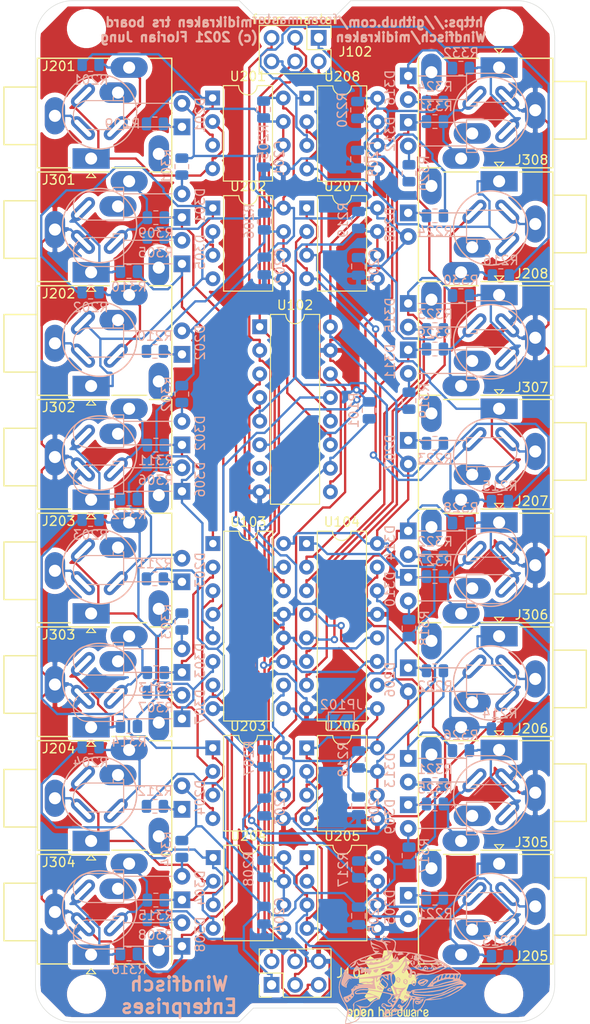
<source format=kicad_pcb>
(kicad_pcb (version 20171130) (host pcbnew 5.1.10)
  (layers (0 F.Cu signal) (31 B.Cu signal) (34 B.Paste user) (35 F.Paste user) (36 B.SilkS user) (37 F.SilkS user) (38 B.Mask user) (39 F.Mask user) (44 Edge.Cuts user))
  (net 0 "")
  (net 1 +5V)
  (net 2 GND)
  (net 3 MISO_MIDI)
  (net 4 "Net-(D201-Pad1)")
  (net 5 "Net-(D202-Pad1)")
  (net 6 "Net-(D203-Pad1)")
  (net 7 "Net-(D204-Pad1)")
  (net 8 "Net-(D205-Pad1)")
  (net 9 "Net-(D206-Pad1)")
  (net 10 "Net-(D207-Pad1)")
  (net 11 "Net-(D208-Pad1)")
  (net 12 "Net-(D301-Pad2)")
  (net 13 "/8x TRS Midi output/out0a")
  (net 14 "Net-(D302-Pad2)")
  (net 15 "/8x TRS Midi output/out1a")
  (net 16 "Net-(D303-Pad2)")
  (net 17 "/8x TRS Midi output/out2a")
  (net 18 "Net-(D304-Pad2)")
  (net 19 "/8x TRS Midi output/out3a")
  (net 20 "Net-(D305-Pad2)")
  (net 21 "/8x TRS Midi output/out0b")
  (net 22 "Net-(D306-Pad2)")
  (net 23 "/8x TRS Midi output/out1b")
  (net 24 "Net-(D307-Pad2)")
  (net 25 "/8x TRS Midi output/out2b")
  (net 26 "Net-(D308-Pad2)")
  (net 27 "/8x TRS Midi output/out3b")
  (net 28 "Net-(D309-Pad2)")
  (net 29 "/8x TRS Midi output/out4a")
  (net 30 "Net-(D310-Pad2)")
  (net 31 "/8x TRS Midi output/out5a")
  (net 32 "Net-(D311-Pad2)")
  (net 33 "/8x TRS Midi output/out6a")
  (net 34 "Net-(D312-Pad2)")
  (net 35 "/8x TRS Midi output/out7a")
  (net 36 "Net-(D313-Pad2)")
  (net 37 "/8x TRS Midi output/out4b")
  (net 38 "Net-(D314-Pad2)")
  (net 39 "/8x TRS Midi output/out5b")
  (net 40 "Net-(D315-Pad2)")
  (net 41 "/8x TRS Midi output/out6b")
  (net 42 "Net-(D316-Pad2)")
  (net 43 "/8x TRS Midi output/out7b")
  (net 44 MIDI_MISO_CHAIN)
  (net 45 STROBE_MIDI_5)
  (net 46 SCK_MIDI_5)
  (net 47 MIDI_MOSI_CHAIN)
  (net 48 MOSI_MIDI_5)
  (net 49 "Net-(J201-PadR)")
  (net 50 "Net-(J201-PadT)")
  (net 51 "Net-(J202-PadR)")
  (net 52 "Net-(J202-PadT)")
  (net 53 "Net-(J203-PadR)")
  (net 54 "Net-(J203-PadT)")
  (net 55 "Net-(J204-PadR)")
  (net 56 "Net-(J204-PadT)")
  (net 57 "Net-(J205-PadR)")
  (net 58 "Net-(J205-PadT)")
  (net 59 "Net-(J206-PadR)")
  (net 60 "Net-(J206-PadT)")
  (net 61 "Net-(J207-PadR)")
  (net 62 "Net-(J207-PadT)")
  (net 63 "Net-(J208-PadR)")
  (net 64 "Net-(J208-PadT)")
  (net 65 "Net-(J301-PadR)")
  (net 66 "Net-(J301-PadT)")
  (net 67 "Net-(J302-PadR)")
  (net 68 "Net-(J302-PadT)")
  (net 69 "Net-(J303-PadR)")
  (net 70 "Net-(J303-PadT)")
  (net 71 "Net-(J304-PadR)")
  (net 72 "Net-(J304-PadT)")
  (net 73 "Net-(J305-PadR)")
  (net 74 "Net-(J305-PadT)")
  (net 75 "Net-(J306-PadR)")
  (net 76 "Net-(J306-PadT)")
  (net 77 "Net-(J307-PadR)")
  (net 78 "Net-(J307-PadT)")
  (net 79 "Net-(J308-PadR)")
  (net 80 "Net-(J308-PadT)")
  (net 81 "Net-(JP102-Pad2)")
  (net 82 "Net-(R201-Pad1)")
  (net 83 "Net-(R202-Pad1)")
  (net 84 "Net-(R203-Pad1)")
  (net 85 "Net-(R204-Pad1)")
  (net 86 "/8x TRS Midi input/in0")
  (net 87 "/8x TRS Midi input/in1")
  (net 88 "/8x TRS Midi input/in2")
  (net 89 "/8x TRS Midi input/in3")
  (net 90 "Net-(R213-Pad1)")
  (net 91 "Net-(R214-Pad1)")
  (net 92 "Net-(R215-Pad1)")
  (net 93 "Net-(R216-Pad1)")
  (net 94 "/8x TRS Midi input/in4")
  (net 95 "/8x TRS Midi input/in5")
  (net 96 "/8x TRS Midi input/in6")
  (net 97 "/8x TRS Midi input/in7")
  (net 98 "Net-(J201-PadS)")
  (net 99 "Net-(J202-PadS)")
  (net 100 "Net-(J203-PadS)")
  (net 101 "Net-(J204-PadS)")
  (net 102 "Net-(J205-PadS)")
  (net 103 "Net-(J206-PadS)")
  (net 104 "Net-(J207-PadS)")
  (net 105 "Net-(J208-PadS)")
  (module footprints:Jack_3.5mm_combo_ledino_upright (layer F.Cu) (at 162.796 51.296 180)
    (fp_text reference J308 (at -3.5 -9.95) (layer F.SilkS))
    (fp_text value AudioJack3)
    (pad S thru_hole oval (at -0.875631 -3.267767 45) (size 1.25 3.15) (drill oval 0.5 2.4) (layers *.Cu *.Mask) (net 2 GND))
    (pad T thru_hole oval (at -0.875631 -6.803301 315) (size 1.25 3.15) (drill oval 0.5 2.4) (layers *.Cu *.Mask) (net 80 "Net-(J308-PadT)"))
    (pad R thru_hole oval (at 2.659903 -3.267767 315) (size 1.25 3.15) (drill oval 0.5 2.4) (layers *.Cu *.Mask) (net 79 "Net-(J308-PadR)"))
    (pad S thru_hole oval (at -3.9 -4.6 180) (size 2.2 4) (drill 1.3) (layers *.Cu *.Mask) (net 2 GND))
    (pad R thru_hole oval (at 4.1 -9.8 180) (size 4 2.2) (drill 1.3) (layers *.Cu *.Mask) (net 79 "Net-(J308-PadR)"))
    (pad RN thru_hole oval (at 2.9 -7.1 180) (size 4 2.2) (drill 1.3) (layers *.Cu *.Mask))
    (pad TN thru_hole oval (at 7.3 -0.5 270) (size 4 2.2) (drill 1.3) (layers *.Cu *.Mask))
    (pad T thru_hole rect (at 0 0 180) (size 4 2.2) (drill 1.3) (layers *.Cu *.Mask) (net 80 "Net-(J308-PadT)"))
  )
  (module footprints:Jack_3.5mm_combo_ledino_upright (layer F.Cu) (at 162.796 75.796 180)
    (fp_text reference J307 (at -3.5 -9.95) (layer F.SilkS))
    (fp_text value AudioJack3)
    (pad S thru_hole oval (at -0.875631 -3.267767 45) (size 1.25 3.15) (drill oval 0.5 2.4) (layers *.Cu *.Mask) (net 2 GND))
    (pad T thru_hole oval (at -0.875631 -6.803301 315) (size 1.25 3.15) (drill oval 0.5 2.4) (layers *.Cu *.Mask) (net 78 "Net-(J307-PadT)"))
    (pad R thru_hole oval (at 2.659903 -3.267767 315) (size 1.25 3.15) (drill oval 0.5 2.4) (layers *.Cu *.Mask) (net 77 "Net-(J307-PadR)"))
    (pad S thru_hole oval (at -3.9 -4.6 180) (size 2.2 4) (drill 1.3) (layers *.Cu *.Mask) (net 2 GND))
    (pad R thru_hole oval (at 4.1 -9.8 180) (size 4 2.2) (drill 1.3) (layers *.Cu *.Mask) (net 77 "Net-(J307-PadR)"))
    (pad RN thru_hole oval (at 2.9 -7.1 180) (size 4 2.2) (drill 1.3) (layers *.Cu *.Mask))
    (pad TN thru_hole oval (at 7.3 -0.5 270) (size 4 2.2) (drill 1.3) (layers *.Cu *.Mask))
    (pad T thru_hole rect (at 0 0 180) (size 4 2.2) (drill 1.3) (layers *.Cu *.Mask) (net 78 "Net-(J307-PadT)"))
  )
  (module footprints:Jack_3.5mm_combo_ledino_upright (layer F.Cu) (at 162.796 100.296 180)
    (fp_text reference J306 (at -3.5 -9.95) (layer F.SilkS))
    (fp_text value AudioJack3)
    (pad S thru_hole oval (at -0.875631 -3.267767 45) (size 1.25 3.15) (drill oval 0.5 2.4) (layers *.Cu *.Mask) (net 2 GND))
    (pad T thru_hole oval (at -0.875631 -6.803301 315) (size 1.25 3.15) (drill oval 0.5 2.4) (layers *.Cu *.Mask) (net 76 "Net-(J306-PadT)"))
    (pad R thru_hole oval (at 2.659903 -3.267767 315) (size 1.25 3.15) (drill oval 0.5 2.4) (layers *.Cu *.Mask) (net 75 "Net-(J306-PadR)"))
    (pad S thru_hole oval (at -3.9 -4.6 180) (size 2.2 4) (drill 1.3) (layers *.Cu *.Mask) (net 2 GND))
    (pad R thru_hole oval (at 4.1 -9.8 180) (size 4 2.2) (drill 1.3) (layers *.Cu *.Mask) (net 75 "Net-(J306-PadR)"))
    (pad RN thru_hole oval (at 2.9 -7.1 180) (size 4 2.2) (drill 1.3) (layers *.Cu *.Mask))
    (pad TN thru_hole oval (at 7.3 -0.5 270) (size 4 2.2) (drill 1.3) (layers *.Cu *.Mask))
    (pad T thru_hole rect (at 0 0 180) (size 4 2.2) (drill 1.3) (layers *.Cu *.Mask) (net 76 "Net-(J306-PadT)"))
  )
  (module footprints:Jack_3.5mm_combo_ledino_upright (layer F.Cu) (at 162.796 124.796 180)
    (fp_text reference J305 (at -3.5 -9.95) (layer F.SilkS))
    (fp_text value AudioJack3)
    (pad S thru_hole oval (at -0.875631 -3.267767 45) (size 1.25 3.15) (drill oval 0.5 2.4) (layers *.Cu *.Mask) (net 2 GND))
    (pad T thru_hole oval (at -0.875631 -6.803301 315) (size 1.25 3.15) (drill oval 0.5 2.4) (layers *.Cu *.Mask) (net 74 "Net-(J305-PadT)"))
    (pad R thru_hole oval (at 2.659903 -3.267767 315) (size 1.25 3.15) (drill oval 0.5 2.4) (layers *.Cu *.Mask) (net 73 "Net-(J305-PadR)"))
    (pad S thru_hole oval (at -3.9 -4.6 180) (size 2.2 4) (drill 1.3) (layers *.Cu *.Mask) (net 2 GND))
    (pad R thru_hole oval (at 4.1 -9.8 180) (size 4 2.2) (drill 1.3) (layers *.Cu *.Mask) (net 73 "Net-(J305-PadR)"))
    (pad RN thru_hole oval (at 2.9 -7.1 180) (size 4 2.2) (drill 1.3) (layers *.Cu *.Mask))
    (pad TN thru_hole oval (at 7.3 -0.5 270) (size 4 2.2) (drill 1.3) (layers *.Cu *.Mask))
    (pad T thru_hole rect (at 0 0 180) (size 4 2.2) (drill 1.3) (layers *.Cu *.Mask) (net 74 "Net-(J305-PadT)"))
  )
  (module footprints:Jack_3.5mm_combo_ledino_upright (layer F.Cu) (at 118.796 146.846)
    (fp_text reference J304 (at -3.5 -9.95) (layer F.SilkS))
    (fp_text value AudioJack3)
    (pad S thru_hole oval (at -0.875631 -3.267767 225) (size 1.25 3.15) (drill oval 0.5 2.4) (layers *.Cu *.Mask) (net 2 GND))
    (pad T thru_hole oval (at -0.875631 -6.803301 135) (size 1.25 3.15) (drill oval 0.5 2.4) (layers *.Cu *.Mask) (net 72 "Net-(J304-PadT)"))
    (pad R thru_hole oval (at 2.659903 -3.267767 135) (size 1.25 3.15) (drill oval 0.5 2.4) (layers *.Cu *.Mask) (net 71 "Net-(J304-PadR)"))
    (pad S thru_hole oval (at -3.9 -4.6) (size 2.2 4) (drill 1.3) (layers *.Cu *.Mask) (net 2 GND))
    (pad R thru_hole oval (at 4.1 -9.8) (size 4 2.2) (drill 1.3) (layers *.Cu *.Mask) (net 71 "Net-(J304-PadR)"))
    (pad RN thru_hole oval (at 2.9 -7.1) (size 4 2.2) (drill 1.3) (layers *.Cu *.Mask))
    (pad TN thru_hole oval (at 7.3 -0.5 90) (size 4 2.2) (drill 1.3) (layers *.Cu *.Mask))
    (pad T thru_hole rect (at 0 0) (size 4 2.2) (drill 1.3) (layers *.Cu *.Mask) (net 72 "Net-(J304-PadT)"))
  )
  (module footprints:Jack_3.5mm_combo_ledino_upright (layer F.Cu) (at 118.796 122.346)
    (fp_text reference J303 (at -3.5 -9.95) (layer F.SilkS))
    (fp_text value AudioJack3)
    (pad S thru_hole oval (at -0.875631 -3.267767 225) (size 1.25 3.15) (drill oval 0.5 2.4) (layers *.Cu *.Mask) (net 2 GND))
    (pad T thru_hole oval (at -0.875631 -6.803301 135) (size 1.25 3.15) (drill oval 0.5 2.4) (layers *.Cu *.Mask) (net 70 "Net-(J303-PadT)"))
    (pad R thru_hole oval (at 2.659903 -3.267767 135) (size 1.25 3.15) (drill oval 0.5 2.4) (layers *.Cu *.Mask) (net 69 "Net-(J303-PadR)"))
    (pad S thru_hole oval (at -3.9 -4.6) (size 2.2 4) (drill 1.3) (layers *.Cu *.Mask) (net 2 GND))
    (pad R thru_hole oval (at 4.1 -9.8) (size 4 2.2) (drill 1.3) (layers *.Cu *.Mask) (net 69 "Net-(J303-PadR)"))
    (pad RN thru_hole oval (at 2.9 -7.1) (size 4 2.2) (drill 1.3) (layers *.Cu *.Mask))
    (pad TN thru_hole oval (at 7.3 -0.5 90) (size 4 2.2) (drill 1.3) (layers *.Cu *.Mask))
    (pad T thru_hole rect (at 0 0) (size 4 2.2) (drill 1.3) (layers *.Cu *.Mask) (net 70 "Net-(J303-PadT)"))
  )
  (module footprints:Jack_3.5mm_combo_ledino_upright (layer F.Cu) (at 118.796 97.846)
    (fp_text reference J302 (at -3.5 -9.95) (layer F.SilkS))
    (fp_text value AudioJack3)
    (pad S thru_hole oval (at -0.875631 -3.267767 225) (size 1.25 3.15) (drill oval 0.5 2.4) (layers *.Cu *.Mask) (net 2 GND))
    (pad T thru_hole oval (at -0.875631 -6.803301 135) (size 1.25 3.15) (drill oval 0.5 2.4) (layers *.Cu *.Mask) (net 68 "Net-(J302-PadT)"))
    (pad R thru_hole oval (at 2.659903 -3.267767 135) (size 1.25 3.15) (drill oval 0.5 2.4) (layers *.Cu *.Mask) (net 67 "Net-(J302-PadR)"))
    (pad S thru_hole oval (at -3.9 -4.6) (size 2.2 4) (drill 1.3) (layers *.Cu *.Mask) (net 2 GND))
    (pad R thru_hole oval (at 4.1 -9.8) (size 4 2.2) (drill 1.3) (layers *.Cu *.Mask) (net 67 "Net-(J302-PadR)"))
    (pad RN thru_hole oval (at 2.9 -7.1) (size 4 2.2) (drill 1.3) (layers *.Cu *.Mask))
    (pad TN thru_hole oval (at 7.3 -0.5 90) (size 4 2.2) (drill 1.3) (layers *.Cu *.Mask))
    (pad T thru_hole rect (at 0 0) (size 4 2.2) (drill 1.3) (layers *.Cu *.Mask) (net 68 "Net-(J302-PadT)"))
  )
  (module footprints:Jack_3.5mm_combo_ledino_upright (layer F.Cu) (at 118.796 73.346)
    (fp_text reference J301 (at -3.5 -9.95) (layer F.SilkS))
    (fp_text value AudioJack3)
    (pad S thru_hole oval (at -0.875631 -3.267767 225) (size 1.25 3.15) (drill oval 0.5 2.4) (layers *.Cu *.Mask) (net 2 GND))
    (pad T thru_hole oval (at -0.875631 -6.803301 135) (size 1.25 3.15) (drill oval 0.5 2.4) (layers *.Cu *.Mask) (net 66 "Net-(J301-PadT)"))
    (pad R thru_hole oval (at 2.659903 -3.267767 135) (size 1.25 3.15) (drill oval 0.5 2.4) (layers *.Cu *.Mask) (net 65 "Net-(J301-PadR)"))
    (pad S thru_hole oval (at -3.9 -4.6) (size 2.2 4) (drill 1.3) (layers *.Cu *.Mask) (net 2 GND))
    (pad R thru_hole oval (at 4.1 -9.8) (size 4 2.2) (drill 1.3) (layers *.Cu *.Mask) (net 65 "Net-(J301-PadR)"))
    (pad RN thru_hole oval (at 2.9 -7.1) (size 4 2.2) (drill 1.3) (layers *.Cu *.Mask))
    (pad TN thru_hole oval (at 7.3 -0.5 90) (size 4 2.2) (drill 1.3) (layers *.Cu *.Mask))
    (pad T thru_hole rect (at 0 0) (size 4 2.2) (drill 1.3) (layers *.Cu *.Mask) (net 66 "Net-(J301-PadT)"))
  )
  (module footprints:Jack_3.5mm_combo_ledino_upright (layer F.Cu) (at 162.796 63.546 180)
    (fp_text reference J208 (at -3.5 -9.95) (layer F.SilkS))
    (fp_text value AudioJack3)
    (pad S thru_hole oval (at -0.875631 -3.267767 45) (size 1.25 3.15) (drill oval 0.5 2.4) (layers *.Cu *.Mask) (net 105 "Net-(J208-PadS)"))
    (pad T thru_hole oval (at -0.875631 -6.803301 315) (size 1.25 3.15) (drill oval 0.5 2.4) (layers *.Cu *.Mask) (net 64 "Net-(J208-PadT)"))
    (pad R thru_hole oval (at 2.659903 -3.267767 315) (size 1.25 3.15) (drill oval 0.5 2.4) (layers *.Cu *.Mask) (net 63 "Net-(J208-PadR)"))
    (pad S thru_hole oval (at -3.9 -4.6 180) (size 2.2 4) (drill 1.3) (layers *.Cu *.Mask) (net 105 "Net-(J208-PadS)"))
    (pad R thru_hole oval (at 4.1 -9.8 180) (size 4 2.2) (drill 1.3) (layers *.Cu *.Mask) (net 63 "Net-(J208-PadR)"))
    (pad RN thru_hole oval (at 2.9 -7.1 180) (size 4 2.2) (drill 1.3) (layers *.Cu *.Mask))
    (pad TN thru_hole oval (at 7.3 -0.5 270) (size 4 2.2) (drill 1.3) (layers *.Cu *.Mask))
    (pad T thru_hole rect (at 0 0 180) (size 4 2.2) (drill 1.3) (layers *.Cu *.Mask) (net 64 "Net-(J208-PadT)"))
  )
  (module footprints:Jack_3.5mm_combo_ledino_upright (layer F.Cu) (at 162.796 88.046 180)
    (fp_text reference J207 (at -3.5 -9.95) (layer F.SilkS))
    (fp_text value AudioJack3)
    (pad S thru_hole oval (at -0.875631 -3.267767 45) (size 1.25 3.15) (drill oval 0.5 2.4) (layers *.Cu *.Mask) (net 104 "Net-(J207-PadS)"))
    (pad T thru_hole oval (at -0.875631 -6.803301 315) (size 1.25 3.15) (drill oval 0.5 2.4) (layers *.Cu *.Mask) (net 62 "Net-(J207-PadT)"))
    (pad R thru_hole oval (at 2.659903 -3.267767 315) (size 1.25 3.15) (drill oval 0.5 2.4) (layers *.Cu *.Mask) (net 61 "Net-(J207-PadR)"))
    (pad S thru_hole oval (at -3.9 -4.6 180) (size 2.2 4) (drill 1.3) (layers *.Cu *.Mask) (net 104 "Net-(J207-PadS)"))
    (pad R thru_hole oval (at 4.1 -9.8 180) (size 4 2.2) (drill 1.3) (layers *.Cu *.Mask) (net 61 "Net-(J207-PadR)"))
    (pad RN thru_hole oval (at 2.9 -7.1 180) (size 4 2.2) (drill 1.3) (layers *.Cu *.Mask))
    (pad TN thru_hole oval (at 7.3 -0.5 270) (size 4 2.2) (drill 1.3) (layers *.Cu *.Mask))
    (pad T thru_hole rect (at 0 0 180) (size 4 2.2) (drill 1.3) (layers *.Cu *.Mask) (net 62 "Net-(J207-PadT)"))
  )
  (module footprints:Jack_3.5mm_combo_ledino_upright (layer F.Cu) (at 162.796 112.546 180)
    (fp_text reference J206 (at -3.5 -9.95) (layer F.SilkS))
    (fp_text value AudioJack3)
    (pad S thru_hole oval (at -0.875631 -3.267767 45) (size 1.25 3.15) (drill oval 0.5 2.4) (layers *.Cu *.Mask) (net 103 "Net-(J206-PadS)"))
    (pad T thru_hole oval (at -0.875631 -6.803301 315) (size 1.25 3.15) (drill oval 0.5 2.4) (layers *.Cu *.Mask) (net 60 "Net-(J206-PadT)"))
    (pad R thru_hole oval (at 2.659903 -3.267767 315) (size 1.25 3.15) (drill oval 0.5 2.4) (layers *.Cu *.Mask) (net 59 "Net-(J206-PadR)"))
    (pad S thru_hole oval (at -3.9 -4.6 180) (size 2.2 4) (drill 1.3) (layers *.Cu *.Mask) (net 103 "Net-(J206-PadS)"))
    (pad R thru_hole oval (at 4.1 -9.8 180) (size 4 2.2) (drill 1.3) (layers *.Cu *.Mask) (net 59 "Net-(J206-PadR)"))
    (pad RN thru_hole oval (at 2.9 -7.1 180) (size 4 2.2) (drill 1.3) (layers *.Cu *.Mask))
    (pad TN thru_hole oval (at 7.3 -0.5 270) (size 4 2.2) (drill 1.3) (layers *.Cu *.Mask))
    (pad T thru_hole rect (at 0 0 180) (size 4 2.2) (drill 1.3) (layers *.Cu *.Mask) (net 60 "Net-(J206-PadT)"))
  )
  (module footprints:Jack_3.5mm_combo_ledino_upright (layer F.Cu) (at 162.796 137.046 180)
    (fp_text reference J205 (at -3.5 -9.95) (layer F.SilkS))
    (fp_text value AudioJack3)
    (pad S thru_hole oval (at -0.875631 -3.267767 45) (size 1.25 3.15) (drill oval 0.5 2.4) (layers *.Cu *.Mask) (net 102 "Net-(J205-PadS)"))
    (pad T thru_hole oval (at -0.875631 -6.803301 315) (size 1.25 3.15) (drill oval 0.5 2.4) (layers *.Cu *.Mask) (net 58 "Net-(J205-PadT)"))
    (pad R thru_hole oval (at 2.659903 -3.267767 315) (size 1.25 3.15) (drill oval 0.5 2.4) (layers *.Cu *.Mask) (net 57 "Net-(J205-PadR)"))
    (pad S thru_hole oval (at -3.9 -4.6 180) (size 2.2 4) (drill 1.3) (layers *.Cu *.Mask) (net 102 "Net-(J205-PadS)"))
    (pad R thru_hole oval (at 4.1 -9.8 180) (size 4 2.2) (drill 1.3) (layers *.Cu *.Mask) (net 57 "Net-(J205-PadR)"))
    (pad RN thru_hole oval (at 2.9 -7.1 180) (size 4 2.2) (drill 1.3) (layers *.Cu *.Mask))
    (pad TN thru_hole oval (at 7.3 -0.5 270) (size 4 2.2) (drill 1.3) (layers *.Cu *.Mask))
    (pad T thru_hole rect (at 0 0 180) (size 4 2.2) (drill 1.3) (layers *.Cu *.Mask) (net 58 "Net-(J205-PadT)"))
  )
  (module footprints:Jack_3.5mm_combo_ledino_upright (layer F.Cu) (at 118.796 134.596)
    (fp_text reference J204 (at -3.5 -9.95) (layer F.SilkS))
    (fp_text value AudioJack3)
    (pad S thru_hole oval (at -0.875631 -3.267767 225) (size 1.25 3.15) (drill oval 0.5 2.4) (layers *.Cu *.Mask) (net 101 "Net-(J204-PadS)"))
    (pad T thru_hole oval (at -0.875631 -6.803301 135) (size 1.25 3.15) (drill oval 0.5 2.4) (layers *.Cu *.Mask) (net 56 "Net-(J204-PadT)"))
    (pad R thru_hole oval (at 2.659903 -3.267767 135) (size 1.25 3.15) (drill oval 0.5 2.4) (layers *.Cu *.Mask) (net 55 "Net-(J204-PadR)"))
    (pad S thru_hole oval (at -3.9 -4.6) (size 2.2 4) (drill 1.3) (layers *.Cu *.Mask) (net 101 "Net-(J204-PadS)"))
    (pad R thru_hole oval (at 4.1 -9.8) (size 4 2.2) (drill 1.3) (layers *.Cu *.Mask) (net 55 "Net-(J204-PadR)"))
    (pad RN thru_hole oval (at 2.9 -7.1) (size 4 2.2) (drill 1.3) (layers *.Cu *.Mask))
    (pad TN thru_hole oval (at 7.3 -0.5 90) (size 4 2.2) (drill 1.3) (layers *.Cu *.Mask))
    (pad T thru_hole rect (at 0 0) (size 4 2.2) (drill 1.3) (layers *.Cu *.Mask) (net 56 "Net-(J204-PadT)"))
  )
  (module footprints:Jack_3.5mm_combo_ledino_upright (layer F.Cu) (at 118.796 110.096)
    (fp_text reference J203 (at -3.5 -9.95) (layer F.SilkS))
    (fp_text value AudioJack3)
    (pad S thru_hole oval (at -0.875631 -3.267767 225) (size 1.25 3.15) (drill oval 0.5 2.4) (layers *.Cu *.Mask) (net 100 "Net-(J203-PadS)"))
    (pad T thru_hole oval (at -0.875631 -6.803301 135) (size 1.25 3.15) (drill oval 0.5 2.4) (layers *.Cu *.Mask) (net 54 "Net-(J203-PadT)"))
    (pad R thru_hole oval (at 2.659903 -3.267767 135) (size 1.25 3.15) (drill oval 0.5 2.4) (layers *.Cu *.Mask) (net 53 "Net-(J203-PadR)"))
    (pad S thru_hole oval (at -3.9 -4.6) (size 2.2 4) (drill 1.3) (layers *.Cu *.Mask) (net 100 "Net-(J203-PadS)"))
    (pad R thru_hole oval (at 4.1 -9.8) (size 4 2.2) (drill 1.3) (layers *.Cu *.Mask) (net 53 "Net-(J203-PadR)"))
    (pad RN thru_hole oval (at 2.9 -7.1) (size 4 2.2) (drill 1.3) (layers *.Cu *.Mask))
    (pad TN thru_hole oval (at 7.3 -0.5 90) (size 4 2.2) (drill 1.3) (layers *.Cu *.Mask))
    (pad T thru_hole rect (at 0 0) (size 4 2.2) (drill 1.3) (layers *.Cu *.Mask) (net 54 "Net-(J203-PadT)"))
  )
  (module footprints:Jack_3.5mm_combo_ledino_upright (layer F.Cu) (at 118.796 85.596)
    (fp_text reference J202 (at -3.5 -9.95) (layer F.SilkS))
    (fp_text value AudioJack3)
    (pad S thru_hole oval (at -0.875631 -3.267767 225) (size 1.25 3.15) (drill oval 0.5 2.4) (layers *.Cu *.Mask) (net 99 "Net-(J202-PadS)"))
    (pad T thru_hole oval (at -0.875631 -6.803301 135) (size 1.25 3.15) (drill oval 0.5 2.4) (layers *.Cu *.Mask) (net 52 "Net-(J202-PadT)"))
    (pad R thru_hole oval (at 2.659903 -3.267767 135) (size 1.25 3.15) (drill oval 0.5 2.4) (layers *.Cu *.Mask) (net 51 "Net-(J202-PadR)"))
    (pad S thru_hole oval (at -3.9 -4.6) (size 2.2 4) (drill 1.3) (layers *.Cu *.Mask) (net 99 "Net-(J202-PadS)"))
    (pad R thru_hole oval (at 4.1 -9.8) (size 4 2.2) (drill 1.3) (layers *.Cu *.Mask) (net 51 "Net-(J202-PadR)"))
    (pad RN thru_hole oval (at 2.9 -7.1) (size 4 2.2) (drill 1.3) (layers *.Cu *.Mask))
    (pad TN thru_hole oval (at 7.3 -0.5 90) (size 4 2.2) (drill 1.3) (layers *.Cu *.Mask))
    (pad T thru_hole rect (at 0 0) (size 4 2.2) (drill 1.3) (layers *.Cu *.Mask) (net 52 "Net-(J202-PadT)"))
  )
  (module footprints:Jack_3.5mm_combo_ledino_upright (layer F.Cu) (at 118.796 61.096)
    (fp_text reference J201 (at -3.5 -9.95) (layer F.SilkS))
    (fp_text value AudioJack3)
    (pad S thru_hole oval (at -0.875631 -3.267767 225) (size 1.25 3.15) (drill oval 0.5 2.4) (layers *.Cu *.Mask) (net 98 "Net-(J201-PadS)"))
    (pad T thru_hole oval (at -0.875631 -6.803301 135) (size 1.25 3.15) (drill oval 0.5 2.4) (layers *.Cu *.Mask) (net 50 "Net-(J201-PadT)"))
    (pad R thru_hole oval (at 2.659903 -3.267767 135) (size 1.25 3.15) (drill oval 0.5 2.4) (layers *.Cu *.Mask) (net 49 "Net-(J201-PadR)"))
    (pad S thru_hole oval (at -3.9 -4.6) (size 2.2 4) (drill 1.3) (layers *.Cu *.Mask) (net 98 "Net-(J201-PadS)"))
    (pad R thru_hole oval (at 4.1 -9.8) (size 4 2.2) (drill 1.3) (layers *.Cu *.Mask) (net 49 "Net-(J201-PadR)"))
    (pad RN thru_hole oval (at 2.9 -7.1) (size 4 2.2) (drill 1.3) (layers *.Cu *.Mask))
    (pad TN thru_hole oval (at 7.3 -0.5 90) (size 4 2.2) (drill 1.3) (layers *.Cu *.Mask))
    (pad T thru_hole rect (at 0 0) (size 4 2.2) (drill 1.3) (layers *.Cu *.Mask) (net 50 "Net-(J201-PadT)"))
  )
  (module Connector_PinHeader_2.54mm:PinHeader_2x03_P2.54mm_Vertical (layer F.Cu) (at 143.336 48.096 270)
    (fp_text reference J102 (at 1.5 -3.96 180) (layer F.SilkS))
    (fp_text value Conn_02x03_Odd_Even)
    (pad 1 thru_hole rect (at 0 0 270) (size 1.7 1.7) (drill 1) (layers *.Cu *.Mask) (net 1 +5V))
    (pad 2 thru_hole oval (at 2.54 0 270) (size 1.7 1.7) (drill 1) (layers *.Cu *.Mask) (net 3 MISO_MIDI))
    (pad 3 thru_hole oval (at 0 2.54 270) (size 1.7 1.7) (drill 1) (layers *.Cu *.Mask) (net 48 MOSI_MIDI_5))
    (pad 4 thru_hole oval (at 2.54 2.54 270) (size 1.7 1.7) (drill 1) (layers *.Cu *.Mask) (net 45 STROBE_MIDI_5))
    (pad 5 thru_hole oval (at 0 5.08 270) (size 1.7 1.7) (drill 1) (layers *.Cu *.Mask) (net 46 SCK_MIDI_5))
    (pad 6 thru_hole oval (at 2.54 5.08 270) (size 1.7 1.7) (drill 1) (layers *.Cu *.Mask) (net 2 GND))
  )
  (module Connector_PinHeader_2.54mm:PinHeader_2x03_P2.54mm_Vertical (layer F.Cu) (at 138.256 150.096 90)
    (fp_text reference J101 (at 1.27 8.79 180) (layer F.SilkS))
    (fp_text value Conn_02x03_Odd_Even)
    (pad 1 thru_hole rect (at 0 0 90) (size 1.7 1.7) (drill 1) (layers *.Cu *.Mask) (net 1 +5V))
    (pad 2 thru_hole oval (at 2.54 0 90) (size 1.7 1.7) (drill 1) (layers *.Cu *.Mask) (net 44 MIDI_MISO_CHAIN))
    (pad 3 thru_hole oval (at 0 2.54 90) (size 1.7 1.7) (drill 1) (layers *.Cu *.Mask) (net 47 MIDI_MOSI_CHAIN))
    (pad 4 thru_hole oval (at 2.54 2.54 90) (size 1.7 1.7) (drill 1) (layers *.Cu *.Mask) (net 45 STROBE_MIDI_5))
    (pad 5 thru_hole oval (at 0 5.08 90) (size 1.7 1.7) (drill 1) (layers *.Cu *.Mask) (net 46 SCK_MIDI_5))
    (pad 6 thru_hole oval (at 2.54 5.08 90) (size 1.7 1.7) (drill 1) (layers *.Cu *.Mask) (net 2 GND))
  )
  (module MountingHole:MountingHole_3.2mm_M3_DIN965 (layer F.Cu) (at 118.296 47.096)
    (fp_text reference hole1 hide)
    (fp_text value MountingHole_3.2mm_M3_DIN965)
    (pad 1 np_thru_hole circle (at 0 0) (size 3.2 3.2) (drill 3.2) (layers *.Cu *.Mask))
  )
  (module MountingHole:MountingHole_3.2mm_M3_DIN965 (layer F.Cu) (at 163.296 151.096)
    (fp_text reference hole3 hide)
    (fp_text value MountingHole_3.2mm_M3_DIN965)
    (pad 1 np_thru_hole circle (at 0 0) (size 3.2 3.2) (drill 3.2) (layers *.Cu *.Mask))
  )
  (module MountingHole:MountingHole_3.2mm_M3_DIN965 (layer F.Cu) (at 118.296 151.096)
    (fp_text reference hole2 hide)
    (fp_text value MountingHole_3.2mm_M3_DIN965)
    (pad 1 np_thru_hole circle (at 0 0) (size 3.2 3.2) (drill 3.2) (layers *.Cu *.Mask))
  )
  (module MountingHole:MountingHole_3.2mm_M3_DIN965 (layer F.Cu) (at 163.296 47.096)
    (fp_text reference hole4 hide)
    (fp_text value MountingHole_3.2mm_M3_DIN965)
    (pad 1 np_thru_hole circle (at 0 0) (size 3.2 3.2) (drill 3.2) (layers *.Cu *.Mask))
  )
  (module windfisch:windfisch_smaller (layer B.Cu) (at 152.179 148.916 190)
    (fp_text reference wf hide)
    (fp_text value LOGO hide)
  )
  (module Symbol:OSHW-Logo2_9.8x8mm_SilkScreen (layer F.Cu) (at 150.779 150.096)
    (fp_text reference oshw hide)
    (fp_text value OSHW-Logo2_9.8x8mm_SilkScreen hide)
  )
  (module Package_DIP:DIP-8_W7.62mm (layer F.Cu) (at 131.898 54.572)
    (fp_text reference U201 (at 3.81 -2.33) (layer F.SilkS))
    (fp_text value HCPL-2630)
    (pad 8 thru_hole oval (at 7.62 0) (size 1.6 1.6) (drill 0.8) (layers *.Cu *.Mask) (net 1 +5V))
    (pad 4 thru_hole oval (at 0 7.62) (size 1.6 1.6) (drill 0.8) (layers *.Cu *.Mask) (net 50 "Net-(J201-PadT)"))
    (pad 7 thru_hole oval (at 7.62 2.54) (size 1.6 1.6) (drill 0.8) (layers *.Cu *.Mask) (net 86 "/8x TRS Midi input/in0"))
    (pad 3 thru_hole oval (at 0 5.08) (size 1.6 1.6) (drill 0.8) (layers *.Cu *.Mask) (net 82 "Net-(R201-Pad1)"))
    (pad 6 thru_hole oval (at 7.62 5.08) (size 1.6 1.6) (drill 0.8) (layers *.Cu *.Mask) (net 86 "/8x TRS Midi input/in0"))
    (pad 2 thru_hole oval (at 0 2.54) (size 1.6 1.6) (drill 0.8) (layers *.Cu *.Mask) (net 50 "Net-(J201-PadT)"))
    (pad 5 thru_hole oval (at 7.62 7.62) (size 1.6 1.6) (drill 0.8) (layers *.Cu *.Mask) (net 2 GND))
    (pad 1 thru_hole rect (at 0 0) (size 1.6 1.6) (drill 0.8) (layers *.Cu *.Mask) (net 82 "Net-(R201-Pad1)"))
  )
  (module Package_DIP:DIP-16_W7.62mm (layer F.Cu) (at 142.029 102.566)
    (fp_text reference U104 (at 3.81 -2.33) (layer F.SilkS))
    (fp_text value 74HC595)
    (pad 16 thru_hole oval (at 7.62 0) (size 1.6 1.6) (drill 0.8) (layers *.Cu *.Mask) (net 1 +5V))
    (pad 8 thru_hole oval (at 0 17.78) (size 1.6 1.6) (drill 0.8) (layers *.Cu *.Mask) (net 2 GND))
    (pad 15 thru_hole oval (at 7.62 2.54) (size 1.6 1.6) (drill 0.8) (layers *.Cu *.Mask) (net 29 "/8x TRS Midi output/out4a"))
    (pad 7 thru_hole oval (at 0 15.24) (size 1.6 1.6) (drill 0.8) (layers *.Cu *.Mask) (net 43 "/8x TRS Midi output/out7b"))
    (pad 14 thru_hole oval (at 7.62 5.08) (size 1.6 1.6) (drill 0.8) (layers *.Cu *.Mask) (net 81 "Net-(JP102-Pad2)"))
    (pad 6 thru_hole oval (at 0 12.7) (size 1.6 1.6) (drill 0.8) (layers *.Cu *.Mask) (net 41 "/8x TRS Midi output/out6b"))
    (pad 13 thru_hole oval (at 7.62 7.62) (size 1.6 1.6) (drill 0.8) (layers *.Cu *.Mask) (net 2 GND))
    (pad 5 thru_hole oval (at 0 10.16) (size 1.6 1.6) (drill 0.8) (layers *.Cu *.Mask) (net 39 "/8x TRS Midi output/out5b"))
    (pad 12 thru_hole oval (at 7.62 10.16) (size 1.6 1.6) (drill 0.8) (layers *.Cu *.Mask) (net 45 STROBE_MIDI_5))
    (pad 4 thru_hole oval (at 0 7.62) (size 1.6 1.6) (drill 0.8) (layers *.Cu *.Mask) (net 37 "/8x TRS Midi output/out4b"))
    (pad 11 thru_hole oval (at 7.62 12.7) (size 1.6 1.6) (drill 0.8) (layers *.Cu *.Mask) (net 46 SCK_MIDI_5))
    (pad 3 thru_hole oval (at 0 5.08) (size 1.6 1.6) (drill 0.8) (layers *.Cu *.Mask) (net 35 "/8x TRS Midi output/out7a"))
    (pad 10 thru_hole oval (at 7.62 15.24) (size 1.6 1.6) (drill 0.8) (layers *.Cu *.Mask) (net 1 +5V))
    (pad 2 thru_hole oval (at 0 2.54) (size 1.6 1.6) (drill 0.8) (layers *.Cu *.Mask) (net 33 "/8x TRS Midi output/out6a"))
    (pad 9 thru_hole oval (at 7.62 17.78) (size 1.6 1.6) (drill 0.8) (layers *.Cu *.Mask) (net 47 MIDI_MOSI_CHAIN))
    (pad 1 thru_hole rect (at 0 0) (size 1.6 1.6) (drill 0.8) (layers *.Cu *.Mask) (net 31 "/8x TRS Midi output/out5a"))
  )
  (module Package_DIP:DIP-16_W7.62mm (layer F.Cu) (at 131.929 102.566)
    (fp_text reference U103 (at 3.81 -2.33) (layer F.SilkS))
    (fp_text value 74HC595)
    (pad 16 thru_hole oval (at 7.62 0) (size 1.6 1.6) (drill 0.8) (layers *.Cu *.Mask) (net 1 +5V))
    (pad 8 thru_hole oval (at 0 17.78) (size 1.6 1.6) (drill 0.8) (layers *.Cu *.Mask) (net 2 GND))
    (pad 15 thru_hole oval (at 7.62 2.54) (size 1.6 1.6) (drill 0.8) (layers *.Cu *.Mask) (net 13 "/8x TRS Midi output/out0a"))
    (pad 7 thru_hole oval (at 0 15.24) (size 1.6 1.6) (drill 0.8) (layers *.Cu *.Mask) (net 27 "/8x TRS Midi output/out3b"))
    (pad 14 thru_hole oval (at 7.62 5.08) (size 1.6 1.6) (drill 0.8) (layers *.Cu *.Mask) (net 48 MOSI_MIDI_5))
    (pad 6 thru_hole oval (at 0 12.7) (size 1.6 1.6) (drill 0.8) (layers *.Cu *.Mask) (net 25 "/8x TRS Midi output/out2b"))
    (pad 13 thru_hole oval (at 7.62 7.62) (size 1.6 1.6) (drill 0.8) (layers *.Cu *.Mask) (net 2 GND))
    (pad 5 thru_hole oval (at 0 10.16) (size 1.6 1.6) (drill 0.8) (layers *.Cu *.Mask) (net 23 "/8x TRS Midi output/out1b"))
    (pad 12 thru_hole oval (at 7.62 10.16) (size 1.6 1.6) (drill 0.8) (layers *.Cu *.Mask) (net 45 STROBE_MIDI_5))
    (pad 4 thru_hole oval (at 0 7.62) (size 1.6 1.6) (drill 0.8) (layers *.Cu *.Mask) (net 21 "/8x TRS Midi output/out0b"))
    (pad 11 thru_hole oval (at 7.62 12.7) (size 1.6 1.6) (drill 0.8) (layers *.Cu *.Mask) (net 46 SCK_MIDI_5))
    (pad 3 thru_hole oval (at 0 5.08) (size 1.6 1.6) (drill 0.8) (layers *.Cu *.Mask) (net 19 "/8x TRS Midi output/out3a"))
    (pad 10 thru_hole oval (at 7.62 15.24) (size 1.6 1.6) (drill 0.8) (layers *.Cu *.Mask) (net 1 +5V))
    (pad 2 thru_hole oval (at 0 2.54) (size 1.6 1.6) (drill 0.8) (layers *.Cu *.Mask) (net 17 "/8x TRS Midi output/out2a"))
    (pad 9 thru_hole oval (at 7.62 17.78) (size 1.6 1.6) (drill 0.8) (layers *.Cu *.Mask) (net 81 "Net-(JP102-Pad2)"))
    (pad 1 thru_hole rect (at 0 0) (size 1.6 1.6) (drill 0.8) (layers *.Cu *.Mask) (net 15 "/8x TRS Midi output/out1a"))
  )
  (module Package_DIP:DIP-16_W7.62mm (layer F.Cu) (at 136.979 79.216)
    (fp_text reference U102 (at 3.81 -2.33) (layer F.SilkS))
    (fp_text value 74HC165)
    (pad 16 thru_hole oval (at 7.62 0) (size 1.6 1.6) (drill 0.8) (layers *.Cu *.Mask) (net 1 +5V))
    (pad 8 thru_hole oval (at 0 17.78) (size 1.6 1.6) (drill 0.8) (layers *.Cu *.Mask) (net 2 GND))
    (pad 15 thru_hole oval (at 7.62 2.54) (size 1.6 1.6) (drill 0.8) (layers *.Cu *.Mask) (net 2 GND))
    (pad 7 thru_hole oval (at 0 15.24) (size 1.6 1.6) (drill 0.8) (layers *.Cu *.Mask))
    (pad 14 thru_hole oval (at 7.62 5.08) (size 1.6 1.6) (drill 0.8) (layers *.Cu *.Mask) (net 89 "/8x TRS Midi input/in3"))
    (pad 6 thru_hole oval (at 0 12.7) (size 1.6 1.6) (drill 0.8) (layers *.Cu *.Mask) (net 97 "/8x TRS Midi input/in7"))
    (pad 13 thru_hole oval (at 7.62 7.62) (size 1.6 1.6) (drill 0.8) (layers *.Cu *.Mask) (net 88 "/8x TRS Midi input/in2"))
    (pad 5 thru_hole oval (at 0 10.16) (size 1.6 1.6) (drill 0.8) (layers *.Cu *.Mask) (net 96 "/8x TRS Midi input/in6"))
    (pad 12 thru_hole oval (at 7.62 10.16) (size 1.6 1.6) (drill 0.8) (layers *.Cu *.Mask) (net 87 "/8x TRS Midi input/in1"))
    (pad 4 thru_hole oval (at 0 7.62) (size 1.6 1.6) (drill 0.8) (layers *.Cu *.Mask) (net 95 "/8x TRS Midi input/in5"))
    (pad 11 thru_hole oval (at 7.62 12.7) (size 1.6 1.6) (drill 0.8) (layers *.Cu *.Mask) (net 86 "/8x TRS Midi input/in0"))
    (pad 3 thru_hole oval (at 0 5.08) (size 1.6 1.6) (drill 0.8) (layers *.Cu *.Mask) (net 94 "/8x TRS Midi input/in4"))
    (pad 10 thru_hole oval (at 7.62 15.24) (size 1.6 1.6) (drill 0.8) (layers *.Cu *.Mask) (net 44 MIDI_MISO_CHAIN))
    (pad 2 thru_hole oval (at 0 2.54) (size 1.6 1.6) (drill 0.8) (layers *.Cu *.Mask) (net 46 SCK_MIDI_5))
    (pad 9 thru_hole oval (at 7.62 17.78) (size 1.6 1.6) (drill 0.8) (layers *.Cu *.Mask) (net 3 MISO_MIDI))
    (pad 1 thru_hole rect (at 0 0) (size 1.6 1.6) (drill 0.8) (layers *.Cu *.Mask) (net 45 STROBE_MIDI_5))
  )
  (module LED_THT:LED_D3.0mm_Horizontal_O6.35mm_Z2.0mm (layer B.Cu) (at 152.994 52.2035 270)
    (fp_text reference D316 (at 1.27 1.96 270) (layer B.SilkS) (effects (justify mirror)))
    (fp_text value green)
    (pad 1 thru_hole rect (at 0 0 270) (size 1.8 1.8) (drill 0.9) (layers *.Cu *.Mask) (net 43 "/8x TRS Midi output/out7b"))
    (pad 2 thru_hole circle (at 2.54 0 270) (size 1.8 1.8) (drill 0.9) (layers *.Cu *.Mask) (net 42 "Net-(D316-Pad2)"))
  )
  (module LED_THT:LED_D3.0mm_Horizontal_O6.35mm_Z2.0mm (layer B.Cu) (at 152.994 76.7035 270)
    (fp_text reference D315 (at 1.27 1.96 270) (layer B.SilkS) (effects (justify mirror)))
    (fp_text value green)
    (pad 2 thru_hole circle (at 2.54 0 270) (size 1.8 1.8) (drill 0.9) (layers *.Cu *.Mask) (net 40 "Net-(D315-Pad2)"))
    (pad 1 thru_hole rect (at 0 0 270) (size 1.8 1.8) (drill 0.9) (layers *.Cu *.Mask) (net 41 "/8x TRS Midi output/out6b"))
  )
  (module LED_THT:LED_D3.0mm_Horizontal_O6.35mm_Z2.0mm (layer B.Cu) (at 152.994 101.204 270)
    (fp_text reference D314 (at 1.27 1.96 270) (layer B.SilkS) (effects (justify mirror)))
    (fp_text value green)
    (pad 2 thru_hole circle (at 2.54 0 270) (size 1.8 1.8) (drill 0.9) (layers *.Cu *.Mask) (net 38 "Net-(D314-Pad2)"))
    (pad 1 thru_hole rect (at 0 0 270) (size 1.8 1.8) (drill 0.9) (layers *.Cu *.Mask) (net 39 "/8x TRS Midi output/out5b"))
  )
  (module LED_THT:LED_D3.0mm_Horizontal_O6.35mm_Z2.0mm (layer B.Cu) (at 152.994 125.704 270)
    (fp_text reference D313 (at 1.27 1.96 270) (layer B.SilkS) (effects (justify mirror)))
    (fp_text value green)
    (pad 2 thru_hole circle (at 2.54 0 270) (size 1.8 1.8) (drill 0.9) (layers *.Cu *.Mask) (net 36 "Net-(D313-Pad2)"))
    (pad 1 thru_hole rect (at 0 0 270) (size 1.8 1.8) (drill 0.9) (layers *.Cu *.Mask) (net 37 "/8x TRS Midi output/out4b"))
  )
  (module LED_THT:LED_D3.0mm_Horizontal_O6.35mm_Z2.0mm (layer B.Cu) (at 152.994 57.2035 270)
    (fp_text reference D312 (at 1.27 1.96 270) (layer B.SilkS) (effects (justify mirror)))
    (fp_text value yellow)
    (pad 2 thru_hole circle (at 2.54 0 270) (size 1.8 1.8) (drill 0.9) (layers *.Cu *.Mask) (net 34 "Net-(D312-Pad2)"))
    (pad 1 thru_hole rect (at 0 0 270) (size 1.8 1.8) (drill 0.9) (layers *.Cu *.Mask) (net 35 "/8x TRS Midi output/out7a"))
  )
  (module LED_THT:LED_D3.0mm_Horizontal_O6.35mm_Z2.0mm (layer B.Cu) (at 152.994 81.7035 270)
    (fp_text reference D311 (at 1.27 1.96 90) (layer B.SilkS) (effects (justify mirror)))
    (fp_text value yellow)
    (pad 2 thru_hole circle (at 2.54 0 270) (size 1.8 1.8) (drill 0.9) (layers *.Cu *.Mask) (net 32 "Net-(D311-Pad2)"))
    (pad 1 thru_hole rect (at 0 0 270) (size 1.8 1.8) (drill 0.9) (layers *.Cu *.Mask) (net 33 "/8x TRS Midi output/out6a"))
  )
  (module LED_THT:LED_D3.0mm_Horizontal_O6.35mm_Z2.0mm (layer B.Cu) (at 152.994 106.204 270)
    (fp_text reference D310 (at 1.27 1.96 270) (layer B.SilkS) (effects (justify mirror)))
    (fp_text value yellow)
    (pad 2 thru_hole circle (at 2.54 0 270) (size 1.8 1.8) (drill 0.9) (layers *.Cu *.Mask) (net 30 "Net-(D310-Pad2)"))
    (pad 1 thru_hole rect (at 0 0 270) (size 1.8 1.8) (drill 0.9) (layers *.Cu *.Mask) (net 31 "/8x TRS Midi output/out5a"))
  )
  (module LED_THT:LED_D3.0mm_Horizontal_O6.35mm_Z2.0mm (layer B.Cu) (at 152.994 130.704 270)
    (fp_text reference D309 (at 1.27 1.96 270) (layer B.SilkS) (effects (justify mirror)))
    (fp_text value yellow)
    (pad 2 thru_hole circle (at 2.54 0 270) (size 1.8 1.8) (drill 0.9) (layers *.Cu *.Mask) (net 28 "Net-(D309-Pad2)"))
    (pad 1 thru_hole rect (at 0 0 270) (size 1.8 1.8) (drill 0.9) (layers *.Cu *.Mask) (net 29 "/8x TRS Midi output/out4a"))
  )
  (module LED_THT:LED_D3.0mm_Horizontal_O6.35mm_Z2.0mm (layer B.Cu) (at 128.594 145.938 90)
    (fp_text reference D308 (at 1.27 1.96 90) (layer B.SilkS) (effects (justify mirror)))
    (fp_text value green)
    (pad 2 thru_hole circle (at 2.54 0 90) (size 1.8 1.8) (drill 0.9) (layers *.Cu *.Mask) (net 26 "Net-(D308-Pad2)"))
    (pad 1 thru_hole rect (at 0 0 90) (size 1.8 1.8) (drill 0.9) (layers *.Cu *.Mask) (net 27 "/8x TRS Midi output/out3b"))
  )
  (module LED_THT:LED_D3.0mm_Horizontal_O6.35mm_Z2.0mm (layer B.Cu) (at 128.594 121.438 90)
    (fp_text reference D307 (at 1.27 1.96 90) (layer B.SilkS) (effects (justify mirror)))
    (fp_text value green)
    (pad 2 thru_hole circle (at 2.54 0 90) (size 1.8 1.8) (drill 0.9) (layers *.Cu *.Mask) (net 24 "Net-(D307-Pad2)"))
    (pad 1 thru_hole rect (at 0 0 90) (size 1.8 1.8) (drill 0.9) (layers *.Cu *.Mask) (net 25 "/8x TRS Midi output/out2b"))
  )
  (module LED_THT:LED_D3.0mm_Horizontal_O6.35mm_Z2.0mm (layer B.Cu) (at 128.594 96.9385 90)
    (fp_text reference D306 (at 1.27 1.96 270) (layer B.SilkS) (effects (justify mirror)))
    (fp_text value green)
    (pad 2 thru_hole circle (at 2.54 0 90) (size 1.8 1.8) (drill 0.9) (layers *.Cu *.Mask) (net 22 "Net-(D306-Pad2)"))
    (pad 1 thru_hole rect (at 0 0 90) (size 1.8 1.8) (drill 0.9) (layers *.Cu *.Mask) (net 23 "/8x TRS Midi output/out1b"))
  )
  (module LED_THT:LED_D3.0mm_Horizontal_O6.35mm_Z2.0mm (layer B.Cu) (at 128.594 72.4385 90)
    (fp_text reference D305 (at 1.27 1.96 270) (layer B.SilkS) (effects (justify mirror)))
    (fp_text value green)
    (pad 1 thru_hole rect (at 0 0 90) (size 1.8 1.8) (drill 0.9) (layers *.Cu *.Mask) (net 21 "/8x TRS Midi output/out0b"))
    (pad 2 thru_hole circle (at 2.54 0 90) (size 1.8 1.8) (drill 0.9) (layers *.Cu *.Mask) (net 20 "Net-(D305-Pad2)"))
  )
  (module LED_THT:LED_D3.0mm_Horizontal_O6.35mm_Z2.0mm (layer B.Cu) (at 128.594 140.938 90)
    (fp_text reference D304 (at 1.27 1.96 90) (layer B.SilkS) (effects (justify mirror)))
    (fp_text value yellow)
    (pad 2 thru_hole circle (at 2.54 0 90) (size 1.8 1.8) (drill 0.9) (layers *.Cu *.Mask) (net 18 "Net-(D304-Pad2)"))
    (pad 1 thru_hole rect (at 0 0 90) (size 1.8 1.8) (drill 0.9) (layers *.Cu *.Mask) (net 19 "/8x TRS Midi output/out3a"))
  )
  (module LED_THT:LED_D3.0mm_Horizontal_O6.35mm_Z2.0mm (layer B.Cu) (at 128.594 116.438 90)
    (fp_text reference D303 (at 1.27 1.96 90) (layer B.SilkS) (effects (justify mirror)))
    (fp_text value yellow)
    (pad 2 thru_hole circle (at 2.54 0 90) (size 1.8 1.8) (drill 0.9) (layers *.Cu *.Mask) (net 16 "Net-(D303-Pad2)"))
    (pad 1 thru_hole rect (at 0 0 90) (size 1.8 1.8) (drill 0.9) (layers *.Cu *.Mask) (net 17 "/8x TRS Midi output/out2a"))
  )
  (module LED_THT:LED_D3.0mm_Horizontal_O6.35mm_Z2.0mm (layer B.Cu) (at 128.594 91.9385 90)
    (fp_text reference D302 (at 1.27 1.96 90) (layer B.SilkS) (effects (justify mirror)))
    (fp_text value yellow)
    (pad 2 thru_hole circle (at 2.54 0 90) (size 1.8 1.8) (drill 0.9) (layers *.Cu *.Mask) (net 14 "Net-(D302-Pad2)"))
    (pad 1 thru_hole rect (at 0 0 90) (size 1.8 1.8) (drill 0.9) (layers *.Cu *.Mask) (net 15 "/8x TRS Midi output/out1a"))
  )
  (module LED_THT:LED_D3.0mm_Horizontal_O6.35mm_Z2.0mm (layer B.Cu) (at 128.594 67.4385 90)
    (fp_text reference D301 (at 1.27 1.96 90) (layer B.SilkS) (effects (justify mirror)))
    (fp_text value yellow)
    (pad 1 thru_hole rect (at 0 0 90) (size 1.8 1.8) (drill 0.9) (layers *.Cu *.Mask) (net 13 "/8x TRS Midi output/out0a"))
    (pad 2 thru_hole circle (at 2.54 0 90) (size 1.8 1.8) (drill 0.9) (layers *.Cu *.Mask) (net 12 "Net-(D301-Pad2)"))
  )
  (module LED_THT:LED_D3.0mm_Horizontal_O6.35mm_Z2.0mm (layer B.Cu) (at 152.994 66.9535 270)
    (fp_text reference D208 (at 1.27 1.96 270) (layer B.SilkS) (effects (justify mirror)))
    (fp_text value LED)
    (pad 2 thru_hole circle (at 2.54 0 270) (size 1.8 1.8) (drill 0.9) (layers *.Cu *.Mask) (net 1 +5V))
    (pad 1 thru_hole rect (at 0 0 270) (size 1.8 1.8) (drill 0.9) (layers *.Cu *.Mask) (net 11 "Net-(D208-Pad1)"))
  )
  (module LED_THT:LED_D3.0mm_Horizontal_O6.35mm_Z2.0mm (layer B.Cu) (at 152.994 91.4535 270)
    (fp_text reference D207 (at 1.27 1.96 270) (layer B.SilkS) (effects (justify mirror)))
    (fp_text value LED)
    (pad 2 thru_hole circle (at 2.54 0 270) (size 1.8 1.8) (drill 0.9) (layers *.Cu *.Mask) (net 1 +5V))
    (pad 1 thru_hole rect (at 0 0 270) (size 1.8 1.8) (drill 0.9) (layers *.Cu *.Mask) (net 10 "Net-(D207-Pad1)"))
  )
  (module LED_THT:LED_D3.0mm_Horizontal_O6.35mm_Z2.0mm (layer B.Cu) (at 152.994 115.954 270)
    (fp_text reference D206 (at 1.27 1.96 270) (layer B.SilkS) (effects (justify mirror)))
    (fp_text value LED)
    (pad 2 thru_hole circle (at 2.54 0 270) (size 1.8 1.8) (drill 0.9) (layers *.Cu *.Mask) (net 1 +5V))
    (pad 1 thru_hole rect (at 0 0 270) (size 1.8 1.8) (drill 0.9) (layers *.Cu *.Mask) (net 9 "Net-(D206-Pad1)"))
  )
  (module LED_THT:LED_D3.0mm_Horizontal_O6.35mm_Z2.0mm (layer B.Cu) (at 152.994 140.454 270)
    (fp_text reference D205 (at 1.27 1.96 90) (layer B.SilkS) (effects (justify mirror)))
    (fp_text value LED)
    (pad 2 thru_hole circle (at 2.54 0 270) (size 1.8 1.8) (drill 0.9) (layers *.Cu *.Mask) (net 1 +5V))
    (pad 1 thru_hole rect (at 0 0 270) (size 1.8 1.8) (drill 0.9) (layers *.Cu *.Mask) (net 8 "Net-(D205-Pad1)"))
  )
  (module LED_THT:LED_D3.0mm_Horizontal_O6.35mm_Z2.0mm (layer B.Cu) (at 128.594 131.188 90)
    (fp_text reference D204 (at 1.27 1.96 90) (layer B.SilkS) (effects (justify mirror)))
    (fp_text value LED)
    (pad 2 thru_hole circle (at 2.54 0 90) (size 1.8 1.8) (drill 0.9) (layers *.Cu *.Mask) (net 1 +5V))
    (pad 1 thru_hole rect (at 0 0 90) (size 1.8 1.8) (drill 0.9) (layers *.Cu *.Mask) (net 7 "Net-(D204-Pad1)"))
  )
  (module LED_THT:LED_D3.0mm_Horizontal_O6.35mm_Z2.0mm (layer B.Cu) (at 128.594 106.688 90)
    (fp_text reference D203 (at 1.27 1.96 -90) (layer B.SilkS) (effects (justify mirror)))
    (fp_text value LED)
    (pad 2 thru_hole circle (at 2.54 0 90) (size 1.8 1.8) (drill 0.9) (layers *.Cu *.Mask) (net 1 +5V))
    (pad 1 thru_hole rect (at 0 0 90) (size 1.8 1.8) (drill 0.9) (layers *.Cu *.Mask) (net 6 "Net-(D203-Pad1)"))
  )
  (module LED_THT:LED_D3.0mm_Horizontal_O6.35mm_Z2.0mm (layer B.Cu) (at 128.594 82.1885 90)
    (fp_text reference D202 (at 1.27 1.96 90) (layer B.SilkS) (effects (justify mirror)))
    (fp_text value LED)
    (pad 2 thru_hole circle (at 2.54 0 90) (size 1.8 1.8) (drill 0.9) (layers *.Cu *.Mask) (net 1 +5V))
    (pad 1 thru_hole rect (at 0 0 90) (size 1.8 1.8) (drill 0.9) (layers *.Cu *.Mask) (net 5 "Net-(D202-Pad1)"))
  )
  (module LED_THT:LED_D3.0mm_Horizontal_O6.35mm_Z2.0mm (layer B.Cu) (at 128.594 57.6885 90)
    (fp_text reference D201 (at 1.27 1.96 90) (layer B.SilkS) (effects (justify mirror)))
    (fp_text value LED)
    (pad 1 thru_hole rect (at 0 0 90) (size 1.8 1.8) (drill 0.9) (layers *.Cu *.Mask) (net 4 "Net-(D201-Pad1)"))
    (pad 2 thru_hole circle (at 2.54 0 90) (size 1.8 1.8) (drill 0.9) (layers *.Cu *.Mask) (net 1 +5V))
  )
  (module Package_DIP:DIP-8_W7.62mm (layer F.Cu) (at 142.06 54.598)
    (fp_text reference U208 (at 3.81 -2.33) (layer F.SilkS))
    (fp_text value HCPL-2630)
    (pad 8 thru_hole oval (at 7.62 0) (size 1.6 1.6) (drill 0.8) (layers *.Cu *.Mask) (net 1 +5V))
    (pad 4 thru_hole oval (at 0 7.62) (size 1.6 1.6) (drill 0.8) (layers *.Cu *.Mask) (net 64 "Net-(J208-PadT)"))
    (pad 7 thru_hole oval (at 7.62 2.54) (size 1.6 1.6) (drill 0.8) (layers *.Cu *.Mask) (net 97 "/8x TRS Midi input/in7"))
    (pad 3 thru_hole oval (at 0 5.08) (size 1.6 1.6) (drill 0.8) (layers *.Cu *.Mask) (net 93 "Net-(R216-Pad1)"))
    (pad 6 thru_hole oval (at 7.62 5.08) (size 1.6 1.6) (drill 0.8) (layers *.Cu *.Mask) (net 97 "/8x TRS Midi input/in7"))
    (pad 2 thru_hole oval (at 0 2.54) (size 1.6 1.6) (drill 0.8) (layers *.Cu *.Mask) (net 64 "Net-(J208-PadT)"))
    (pad 5 thru_hole oval (at 7.62 7.62) (size 1.6 1.6) (drill 0.8) (layers *.Cu *.Mask) (net 2 GND))
    (pad 1 thru_hole rect (at 0 0) (size 1.6 1.6) (drill 0.8) (layers *.Cu *.Mask) (net 93 "Net-(R216-Pad1)"))
  )
  (module Package_DIP:DIP-8_W7.62mm (layer F.Cu) (at 142.048 66.42)
    (fp_text reference U207 (at 3.81 -2.33) (layer F.SilkS))
    (fp_text value HCPL-2630)
    (pad 8 thru_hole oval (at 7.62 0) (size 1.6 1.6) (drill 0.8) (layers *.Cu *.Mask) (net 1 +5V))
    (pad 4 thru_hole oval (at 0 7.62) (size 1.6 1.6) (drill 0.8) (layers *.Cu *.Mask) (net 62 "Net-(J207-PadT)"))
    (pad 7 thru_hole oval (at 7.62 2.54) (size 1.6 1.6) (drill 0.8) (layers *.Cu *.Mask) (net 96 "/8x TRS Midi input/in6"))
    (pad 3 thru_hole oval (at 0 5.08) (size 1.6 1.6) (drill 0.8) (layers *.Cu *.Mask) (net 92 "Net-(R215-Pad1)"))
    (pad 6 thru_hole oval (at 7.62 5.08) (size 1.6 1.6) (drill 0.8) (layers *.Cu *.Mask) (net 96 "/8x TRS Midi input/in6"))
    (pad 2 thru_hole oval (at 0 2.54) (size 1.6 1.6) (drill 0.8) (layers *.Cu *.Mask) (net 62 "Net-(J207-PadT)"))
    (pad 5 thru_hole oval (at 7.62 7.62) (size 1.6 1.6) (drill 0.8) (layers *.Cu *.Mask) (net 2 GND))
    (pad 1 thru_hole rect (at 0 0) (size 1.6 1.6) (drill 0.8) (layers *.Cu *.Mask) (net 92 "Net-(R215-Pad1)"))
  )
  (module Package_DIP:DIP-8_W7.62mm (layer F.Cu) (at 142.048 124.572)
    (fp_text reference U206 (at 3.81 -2.33) (layer F.SilkS))
    (fp_text value HCPL-2630)
    (pad 8 thru_hole oval (at 7.62 0) (size 1.6 1.6) (drill 0.8) (layers *.Cu *.Mask) (net 1 +5V))
    (pad 4 thru_hole oval (at 0 7.62) (size 1.6 1.6) (drill 0.8) (layers *.Cu *.Mask) (net 60 "Net-(J206-PadT)"))
    (pad 7 thru_hole oval (at 7.62 2.54) (size 1.6 1.6) (drill 0.8) (layers *.Cu *.Mask) (net 95 "/8x TRS Midi input/in5"))
    (pad 3 thru_hole oval (at 0 5.08) (size 1.6 1.6) (drill 0.8) (layers *.Cu *.Mask) (net 91 "Net-(R214-Pad1)"))
    (pad 6 thru_hole oval (at 7.62 5.08) (size 1.6 1.6) (drill 0.8) (layers *.Cu *.Mask) (net 95 "/8x TRS Midi input/in5"))
    (pad 2 thru_hole oval (at 0 2.54) (size 1.6 1.6) (drill 0.8) (layers *.Cu *.Mask) (net 60 "Net-(J206-PadT)"))
    (pad 5 thru_hole oval (at 7.62 7.62) (size 1.6 1.6) (drill 0.8) (layers *.Cu *.Mask) (net 2 GND))
    (pad 1 thru_hole rect (at 0 0) (size 1.6 1.6) (drill 0.8) (layers *.Cu *.Mask) (net 91 "Net-(R214-Pad1)"))
  )
  (module Package_DIP:DIP-8_W7.62mm (layer F.Cu) (at 142.074 136.398)
    (fp_text reference U205 (at 3.81 -2.33) (layer F.SilkS))
    (fp_text value HCPL-2630)
    (pad 8 thru_hole oval (at 7.62 0) (size 1.6 1.6) (drill 0.8) (layers *.Cu *.Mask) (net 1 +5V))
    (pad 4 thru_hole oval (at 0 7.62) (size 1.6 1.6) (drill 0.8) (layers *.Cu *.Mask) (net 58 "Net-(J205-PadT)"))
    (pad 7 thru_hole oval (at 7.62 2.54) (size 1.6 1.6) (drill 0.8) (layers *.Cu *.Mask) (net 94 "/8x TRS Midi input/in4"))
    (pad 3 thru_hole oval (at 0 5.08) (size 1.6 1.6) (drill 0.8) (layers *.Cu *.Mask) (net 90 "Net-(R213-Pad1)"))
    (pad 6 thru_hole oval (at 7.62 5.08) (size 1.6 1.6) (drill 0.8) (layers *.Cu *.Mask) (net 94 "/8x TRS Midi input/in4"))
    (pad 2 thru_hole oval (at 0 2.54) (size 1.6 1.6) (drill 0.8) (layers *.Cu *.Mask) (net 58 "Net-(J205-PadT)"))
    (pad 5 thru_hole oval (at 7.62 7.62) (size 1.6 1.6) (drill 0.8) (layers *.Cu *.Mask) (net 2 GND))
    (pad 1 thru_hole rect (at 0 0) (size 1.6 1.6) (drill 0.8) (layers *.Cu *.Mask) (net 90 "Net-(R213-Pad1)"))
  )
  (module Package_DIP:DIP-8_W7.62mm (layer F.Cu) (at 131.96 136.393)
    (fp_text reference U204 (at 3.81 -2.33) (layer F.SilkS))
    (fp_text value HCPL-2630)
    (pad 8 thru_hole oval (at 7.62 0) (size 1.6 1.6) (drill 0.8) (layers *.Cu *.Mask) (net 1 +5V))
    (pad 4 thru_hole oval (at 0 7.62) (size 1.6 1.6) (drill 0.8) (layers *.Cu *.Mask) (net 56 "Net-(J204-PadT)"))
    (pad 7 thru_hole oval (at 7.62 2.54) (size 1.6 1.6) (drill 0.8) (layers *.Cu *.Mask) (net 89 "/8x TRS Midi input/in3"))
    (pad 3 thru_hole oval (at 0 5.08) (size 1.6 1.6) (drill 0.8) (layers *.Cu *.Mask) (net 85 "Net-(R204-Pad1)"))
    (pad 6 thru_hole oval (at 7.62 5.08) (size 1.6 1.6) (drill 0.8) (layers *.Cu *.Mask) (net 89 "/8x TRS Midi input/in3"))
    (pad 2 thru_hole oval (at 0 2.54) (size 1.6 1.6) (drill 0.8) (layers *.Cu *.Mask) (net 56 "Net-(J204-PadT)"))
    (pad 5 thru_hole oval (at 7.62 7.62) (size 1.6 1.6) (drill 0.8) (layers *.Cu *.Mask) (net 2 GND))
    (pad 1 thru_hole rect (at 0 0) (size 1.6 1.6) (drill 0.8) (layers *.Cu *.Mask) (net 85 "Net-(R204-Pad1)"))
  )
  (module Package_DIP:DIP-8_W7.62mm (layer F.Cu) (at 131.92 124.567)
    (fp_text reference U203 (at 3.81 -2.33) (layer F.SilkS))
    (fp_text value HCPL-2630)
    (pad 8 thru_hole oval (at 7.62 0) (size 1.6 1.6) (drill 0.8) (layers *.Cu *.Mask) (net 1 +5V))
    (pad 4 thru_hole oval (at 0 7.62) (size 1.6 1.6) (drill 0.8) (layers *.Cu *.Mask) (net 54 "Net-(J203-PadT)"))
    (pad 7 thru_hole oval (at 7.62 2.54) (size 1.6 1.6) (drill 0.8) (layers *.Cu *.Mask) (net 88 "/8x TRS Midi input/in2"))
    (pad 3 thru_hole oval (at 0 5.08) (size 1.6 1.6) (drill 0.8) (layers *.Cu *.Mask) (net 84 "Net-(R203-Pad1)"))
    (pad 6 thru_hole oval (at 7.62 5.08) (size 1.6 1.6) (drill 0.8) (layers *.Cu *.Mask) (net 88 "/8x TRS Midi input/in2"))
    (pad 2 thru_hole oval (at 0 2.54) (size 1.6 1.6) (drill 0.8) (layers *.Cu *.Mask) (net 54 "Net-(J203-PadT)"))
    (pad 5 thru_hole oval (at 7.62 7.62) (size 1.6 1.6) (drill 0.8) (layers *.Cu *.Mask) (net 2 GND))
    (pad 1 thru_hole rect (at 0 0) (size 1.6 1.6) (drill 0.8) (layers *.Cu *.Mask) (net 84 "Net-(R203-Pad1)"))
  )
  (module Package_DIP:DIP-8_W7.62mm (layer F.Cu) (at 131.924 66.426)
    (fp_text reference U202 (at 3.81 -2.33) (layer F.SilkS))
    (fp_text value HCPL-2630)
    (pad 8 thru_hole oval (at 7.62 0) (size 1.6 1.6) (drill 0.8) (layers *.Cu *.Mask) (net 1 +5V))
    (pad 4 thru_hole oval (at 0 7.62) (size 1.6 1.6) (drill 0.8) (layers *.Cu *.Mask) (net 52 "Net-(J202-PadT)"))
    (pad 7 thru_hole oval (at 7.62 2.54) (size 1.6 1.6) (drill 0.8) (layers *.Cu *.Mask) (net 87 "/8x TRS Midi input/in1"))
    (pad 3 thru_hole oval (at 0 5.08) (size 1.6 1.6) (drill 0.8) (layers *.Cu *.Mask) (net 83 "Net-(R202-Pad1)"))
    (pad 6 thru_hole oval (at 7.62 5.08) (size 1.6 1.6) (drill 0.8) (layers *.Cu *.Mask) (net 87 "/8x TRS Midi input/in1"))
    (pad 2 thru_hole oval (at 0 2.54) (size 1.6 1.6) (drill 0.8) (layers *.Cu *.Mask) (net 52 "Net-(J202-PadT)"))
    (pad 5 thru_hole oval (at 7.62 7.62) (size 1.6 1.6) (drill 0.8) (layers *.Cu *.Mask) (net 2 GND))
    (pad 1 thru_hole rect (at 0 0) (size 1.6 1.6) (drill 0.8) (layers *.Cu *.Mask) (net 83 "Net-(R202-Pad1)"))
  )
  (module Resistor_SMD:R_0805_2012Metric (layer B.Cu) (at 158.679 51.366 180)
    (fp_text reference R332 (at 0 1.65) (layer B.SilkS) (effects (justify mirror)))
    (fp_text value 220)
    (pad 2 smd roundrect (at 0.9125 0 180) (size 1.025 1.4) (layers B.Cu B.Paste B.Mask) (roundrect_rratio 0.243902) (net 43 "/8x TRS Midi output/out7b"))
    (pad 1 smd roundrect (at -0.9125 0 180) (size 1.025 1.4) (layers B.Cu B.Paste B.Mask) (roundrect_rratio 0.243902) (net 80 "Net-(J308-PadT)"))
  )
  (module Resistor_SMD:R_0805_2012Metric (layer B.Cu) (at 155.879 57.116 180)
    (fp_text reference R331 (at 0 1.65 180) (layer B.SilkS) (effects (justify mirror)))
    (fp_text value 220)
    (pad 2 smd roundrect (at 0.9125 0 180) (size 1.025 1.4) (layers B.Cu B.Paste B.Mask) (roundrect_rratio 0.243902) (net 35 "/8x TRS Midi output/out7a"))
    (pad 1 smd roundrect (at -0.9125 0 180) (size 1.025 1.4) (layers B.Cu B.Paste B.Mask) (roundrect_rratio 0.243902) (net 79 "Net-(J308-PadR)"))
  )
  (module Resistor_SMD:R_0805_2012Metric (layer B.Cu) (at 158.679 75.866 180)
    (fp_text reference R330 (at 0 1.65) (layer B.SilkS) (effects (justify mirror)))
    (fp_text value 220)
    (pad 2 smd roundrect (at 0.9125 0 180) (size 1.025 1.4) (layers B.Cu B.Paste B.Mask) (roundrect_rratio 0.243902) (net 41 "/8x TRS Midi output/out6b"))
    (pad 1 smd roundrect (at -0.9125 0 180) (size 1.025 1.4) (layers B.Cu B.Paste B.Mask) (roundrect_rratio 0.243902) (net 78 "Net-(J307-PadT)"))
  )
  (module Resistor_SMD:R_0805_2012Metric (layer B.Cu) (at 155.879 81.616 180)
    (fp_text reference R329 (at 0 1.65) (layer B.SilkS) (effects (justify mirror)))
    (fp_text value 220)
    (pad 2 smd roundrect (at 0.9125 0 180) (size 1.025 1.4) (layers B.Cu B.Paste B.Mask) (roundrect_rratio 0.243902) (net 33 "/8x TRS Midi output/out6a"))
    (pad 1 smd roundrect (at -0.9125 0 180) (size 1.025 1.4) (layers B.Cu B.Paste B.Mask) (roundrect_rratio 0.243902) (net 77 "Net-(J307-PadR)"))
  )
  (module Resistor_SMD:R_0805_2012Metric (layer B.Cu) (at 158.679 100.366 180)
    (fp_text reference R328 (at 0 1.65) (layer B.SilkS) (effects (justify mirror)))
    (fp_text value 220)
    (pad 2 smd roundrect (at 0.9125 0 180) (size 1.025 1.4) (layers B.Cu B.Paste B.Mask) (roundrect_rratio 0.243902) (net 39 "/8x TRS Midi output/out5b"))
    (pad 1 smd roundrect (at -0.9125 0 180) (size 1.025 1.4) (layers B.Cu B.Paste B.Mask) (roundrect_rratio 0.243902) (net 76 "Net-(J306-PadT)"))
  )
  (module Resistor_SMD:R_0805_2012Metric (layer B.Cu) (at 155.879 106.116 180)
    (fp_text reference R327 (at 0 1.65) (layer B.SilkS) (effects (justify mirror)))
    (fp_text value 220)
    (pad 2 smd roundrect (at 0.9125 0 180) (size 1.025 1.4) (layers B.Cu B.Paste B.Mask) (roundrect_rratio 0.243902) (net 31 "/8x TRS Midi output/out5a"))
    (pad 1 smd roundrect (at -0.9125 0 180) (size 1.025 1.4) (layers B.Cu B.Paste B.Mask) (roundrect_rratio 0.243902) (net 75 "Net-(J306-PadR)"))
  )
  (module Resistor_SMD:R_0805_2012Metric (layer B.Cu) (at 158.679 124.866 180)
    (fp_text reference R326 (at 0 1.65) (layer B.SilkS) (effects (justify mirror)))
    (fp_text value 220)
    (pad 2 smd roundrect (at 0.9125 0 180) (size 1.025 1.4) (layers B.Cu B.Paste B.Mask) (roundrect_rratio 0.243902) (net 37 "/8x TRS Midi output/out4b"))
    (pad 1 smd roundrect (at -0.9125 0 180) (size 1.025 1.4) (layers B.Cu B.Paste B.Mask) (roundrect_rratio 0.243902) (net 74 "Net-(J305-PadT)"))
  )
  (module Resistor_SMD:R_0805_2012Metric (layer B.Cu) (at 155.879 130.616 180)
    (fp_text reference R325 (at 0 1.65) (layer B.SilkS) (effects (justify mirror)))
    (fp_text value 220)
    (pad 2 smd roundrect (at 0.9125 0 180) (size 1.025 1.4) (layers B.Cu B.Paste B.Mask) (roundrect_rratio 0.243902) (net 29 "/8x TRS Midi output/out4a"))
    (pad 1 smd roundrect (at -0.9125 0 180) (size 1.025 1.4) (layers B.Cu B.Paste B.Mask) (roundrect_rratio 0.243902) (net 73 "Net-(J305-PadR)"))
  )
  (module Resistor_SMD:R_0805_2012Metric (layer B.Cu) (at 155.879 55.016 180)
    (fp_text reference R324 (at 0 1.65 180) (layer B.SilkS) (effects (justify mirror)))
    (fp_text value 1k)
    (pad 2 smd roundrect (at 0.9125 0 180) (size 1.025 1.4) (layers B.Cu B.Paste B.Mask) (roundrect_rratio 0.243902) (net 42 "Net-(D316-Pad2)"))
    (pad 1 smd roundrect (at -0.9125 0 180) (size 1.025 1.4) (layers B.Cu B.Paste B.Mask) (roundrect_rratio 0.243902) (net 1 +5V))
  )
  (module Resistor_SMD:R_0805_2012Metric (layer B.Cu) (at 155.879 79.516 180)
    (fp_text reference R323 (at 0 1.65) (layer B.SilkS) (effects (justify mirror)))
    (fp_text value 1k)
    (pad 2 smd roundrect (at 0.9125 0 180) (size 1.025 1.4) (layers B.Cu B.Paste B.Mask) (roundrect_rratio 0.243902) (net 40 "Net-(D315-Pad2)"))
    (pad 1 smd roundrect (at -0.9125 0 180) (size 1.025 1.4) (layers B.Cu B.Paste B.Mask) (roundrect_rratio 0.243902) (net 1 +5V))
  )
  (module Resistor_SMD:R_0805_2012Metric (layer B.Cu) (at 155.879 104.016 180)
    (fp_text reference R322 (at 0 1.65) (layer B.SilkS) (effects (justify mirror)))
    (fp_text value 1k)
    (pad 2 smd roundrect (at 0.9125 0 180) (size 1.025 1.4) (layers B.Cu B.Paste B.Mask) (roundrect_rratio 0.243902) (net 38 "Net-(D314-Pad2)"))
    (pad 1 smd roundrect (at -0.9125 0 180) (size 1.025 1.4) (layers B.Cu B.Paste B.Mask) (roundrect_rratio 0.243902) (net 1 +5V))
  )
  (module Resistor_SMD:R_0805_2012Metric (layer B.Cu) (at 155.879 128.516 180)
    (fp_text reference R321 (at 0 1.65) (layer B.SilkS) (effects (justify mirror)))
    (fp_text value 1k)
    (pad 2 smd roundrect (at 0.9125 0 180) (size 1.025 1.4) (layers B.Cu B.Paste B.Mask) (roundrect_rratio 0.243902) (net 36 "Net-(D313-Pad2)"))
    (pad 1 smd roundrect (at -0.9125 0 180) (size 1.025 1.4) (layers B.Cu B.Paste B.Mask) (roundrect_rratio 0.243902) (net 1 +5V))
  )
  (module Resistor_SMD:R_0805_2012Metric (layer B.Cu) (at 153.079 62.6785 90)
    (fp_text reference R320 (at 0 1.65 90) (layer B.SilkS) (effects (justify mirror)))
    (fp_text value 1k)
    (pad 2 smd roundrect (at 0.9125 0 90) (size 1.025 1.4) (layers B.Cu B.Paste B.Mask) (roundrect_rratio 0.243902) (net 34 "Net-(D312-Pad2)"))
    (pad 1 smd roundrect (at -0.9125 0 90) (size 1.025 1.4) (layers B.Cu B.Paste B.Mask) (roundrect_rratio 0.243902) (net 1 +5V))
  )
  (module Resistor_SMD:R_0805_2012Metric (layer B.Cu) (at 153.079 87.1785 90)
    (fp_text reference R319 (at 0 1.65 90) (layer B.SilkS) (effects (justify mirror)))
    (fp_text value 1k)
    (pad 2 smd roundrect (at 0.9125 0 90) (size 1.025 1.4) (layers B.Cu B.Paste B.Mask) (roundrect_rratio 0.243902) (net 32 "Net-(D311-Pad2)"))
    (pad 1 smd roundrect (at -0.9125 0 90) (size 1.025 1.4) (layers B.Cu B.Paste B.Mask) (roundrect_rratio 0.243902) (net 1 +5V))
  )
  (module Resistor_SMD:R_0805_2012Metric (layer B.Cu) (at 153.079 111.678 90)
    (fp_text reference R318 (at 0 1.65 90) (layer B.SilkS) (effects (justify mirror)))
    (fp_text value 1k)
    (pad 2 smd roundrect (at 0.9125 0 90) (size 1.025 1.4) (layers B.Cu B.Paste B.Mask) (roundrect_rratio 0.243902) (net 30 "Net-(D310-Pad2)"))
    (pad 1 smd roundrect (at -0.9125 0 90) (size 1.025 1.4) (layers B.Cu B.Paste B.Mask) (roundrect_rratio 0.243902) (net 1 +5V))
  )
  (module Resistor_SMD:R_0805_2012Metric (layer B.Cu) (at 153.079 136.178 90)
    (fp_text reference R317 (at 0 1.65 90) (layer B.SilkS) (effects (justify mirror)))
    (fp_text value 1k)
    (pad 2 smd roundrect (at 0.9125 0 90) (size 1.025 1.4) (layers B.Cu B.Paste B.Mask) (roundrect_rratio 0.243902) (net 28 "Net-(D309-Pad2)"))
    (pad 1 smd roundrect (at -0.9125 0 90) (size 1.025 1.4) (layers B.Cu B.Paste B.Mask) (roundrect_rratio 0.243902) (net 1 +5V))
  )
  (module Resistor_SMD:R_0805_2012Metric (layer B.Cu) (at 122.879 146.766)
    (fp_text reference R316 (at 0 1.65) (layer B.SilkS) (effects (justify mirror)))
    (fp_text value 220)
    (pad 2 smd roundrect (at 0.9125 0) (size 1.025 1.4) (layers B.Cu B.Paste B.Mask) (roundrect_rratio 0.243902) (net 27 "/8x TRS Midi output/out3b"))
    (pad 1 smd roundrect (at -0.9125 0) (size 1.025 1.4) (layers B.Cu B.Paste B.Mask) (roundrect_rratio 0.243902) (net 72 "Net-(J304-PadT)"))
  )
  (module Resistor_SMD:R_0805_2012Metric (layer B.Cu) (at 125.779 140.966)
    (fp_text reference R315 (at 0 1.65) (layer B.SilkS) (effects (justify mirror)))
    (fp_text value 220)
    (pad 2 smd roundrect (at 0.9125 0) (size 1.025 1.4) (layers B.Cu B.Paste B.Mask) (roundrect_rratio 0.243902) (net 19 "/8x TRS Midi output/out3a"))
    (pad 1 smd roundrect (at -0.9125 0) (size 1.025 1.4) (layers B.Cu B.Paste B.Mask) (roundrect_rratio 0.243902) (net 71 "Net-(J304-PadR)"))
  )
  (module Resistor_SMD:R_0805_2012Metric (layer B.Cu) (at 122.879 122.266)
    (fp_text reference R314 (at 0 1.65) (layer B.SilkS) (effects (justify mirror)))
    (fp_text value 220)
    (pad 2 smd roundrect (at 0.9125 0) (size 1.025 1.4) (layers B.Cu B.Paste B.Mask) (roundrect_rratio 0.243902) (net 25 "/8x TRS Midi output/out2b"))
    (pad 1 smd roundrect (at -0.9125 0) (size 1.025 1.4) (layers B.Cu B.Paste B.Mask) (roundrect_rratio 0.243902) (net 70 "Net-(J303-PadT)"))
  )
  (module Resistor_SMD:R_0805_2012Metric (layer B.Cu) (at 125.779 116.466)
    (fp_text reference R313 (at 0 1.65) (layer B.SilkS) (effects (justify mirror)))
    (fp_text value 220)
    (pad 2 smd roundrect (at 0.9125 0) (size 1.025 1.4) (layers B.Cu B.Paste B.Mask) (roundrect_rratio 0.243902) (net 17 "/8x TRS Midi output/out2a"))
    (pad 1 smd roundrect (at -0.9125 0) (size 1.025 1.4) (layers B.Cu B.Paste B.Mask) (roundrect_rratio 0.243902) (net 69 "Net-(J303-PadR)"))
  )
  (module Resistor_SMD:R_0805_2012Metric (layer B.Cu) (at 122.879 97.766)
    (fp_text reference R312 (at 0 1.65) (layer B.SilkS) (effects (justify mirror)))
    (fp_text value 220)
    (pad 2 smd roundrect (at 0.9125 0) (size 1.025 1.4) (layers B.Cu B.Paste B.Mask) (roundrect_rratio 0.243902) (net 23 "/8x TRS Midi output/out1b"))
    (pad 1 smd roundrect (at -0.9125 0) (size 1.025 1.4) (layers B.Cu B.Paste B.Mask) (roundrect_rratio 0.243902) (net 68 "Net-(J302-PadT)"))
  )
  (module Resistor_SMD:R_0805_2012Metric (layer B.Cu) (at 125.779 91.966)
    (fp_text reference R311 (at 0 1.65) (layer B.SilkS) (effects (justify mirror)))
    (fp_text value 220)
    (pad 2 smd roundrect (at 0.9125 0) (size 1.025 1.4) (layers B.Cu B.Paste B.Mask) (roundrect_rratio 0.243902) (net 15 "/8x TRS Midi output/out1a"))
    (pad 1 smd roundrect (at -0.9125 0) (size 1.025 1.4) (layers B.Cu B.Paste B.Mask) (roundrect_rratio 0.243902) (net 67 "Net-(J302-PadR)"))
  )
  (module Resistor_SMD:R_0805_2012Metric (layer B.Cu) (at 122.879 73.266)
    (fp_text reference R310 (at 0 1.65) (layer B.SilkS) (effects (justify mirror)))
    (fp_text value 220)
    (pad 2 smd roundrect (at 0.9125 0) (size 1.025 1.4) (layers B.Cu B.Paste B.Mask) (roundrect_rratio 0.243902) (net 21 "/8x TRS Midi output/out0b"))
    (pad 1 smd roundrect (at -0.9125 0) (size 1.025 1.4) (layers B.Cu B.Paste B.Mask) (roundrect_rratio 0.243902) (net 66 "Net-(J301-PadT)"))
  )
  (module Resistor_SMD:R_0805_2012Metric (layer B.Cu) (at 125.779 67.466)
    (fp_text reference R309 (at 0 1.65) (layer B.SilkS) (effects (justify mirror)))
    (fp_text value 220)
    (pad 2 smd roundrect (at 0.9125 0) (size 1.025 1.4) (layers B.Cu B.Paste B.Mask) (roundrect_rratio 0.243902) (net 13 "/8x TRS Midi output/out0a"))
    (pad 1 smd roundrect (at -0.9125 0) (size 1.025 1.4) (layers B.Cu B.Paste B.Mask) (roundrect_rratio 0.243902) (net 65 "Net-(J301-PadR)"))
  )
  (module Resistor_SMD:R_0805_2012Metric (layer B.Cu) (at 125.766 143.078)
    (fp_text reference R308 (at 0 1.65) (layer B.SilkS) (effects (justify mirror)))
    (fp_text value 1k)
    (pad 2 smd roundrect (at 0.9125 0) (size 1.025 1.4) (layers B.Cu B.Paste B.Mask) (roundrect_rratio 0.243902) (net 26 "Net-(D308-Pad2)"))
    (pad 1 smd roundrect (at -0.9125 0) (size 1.025 1.4) (layers B.Cu B.Paste B.Mask) (roundrect_rratio 0.243902) (net 1 +5V))
  )
  (module Resistor_SMD:R_0805_2012Metric (layer B.Cu) (at 125.766 118.578)
    (fp_text reference R307 (at 0 1.65) (layer B.SilkS) (effects (justify mirror)))
    (fp_text value 1k)
    (pad 2 smd roundrect (at 0.9125 0) (size 1.025 1.4) (layers B.Cu B.Paste B.Mask) (roundrect_rratio 0.243902) (net 24 "Net-(D307-Pad2)"))
    (pad 1 smd roundrect (at -0.9125 0) (size 1.025 1.4) (layers B.Cu B.Paste B.Mask) (roundrect_rratio 0.243902) (net 1 +5V))
  )
  (module Resistor_SMD:R_0805_2012Metric (layer B.Cu) (at 125.766 94.0785)
    (fp_text reference R306 (at 0 1.65) (layer B.SilkS) (effects (justify mirror)))
    (fp_text value 1k)
    (pad 2 smd roundrect (at 0.9125 0) (size 1.025 1.4) (layers B.Cu B.Paste B.Mask) (roundrect_rratio 0.243902) (net 22 "Net-(D306-Pad2)"))
    (pad 1 smd roundrect (at -0.9125 0) (size 1.025 1.4) (layers B.Cu B.Paste B.Mask) (roundrect_rratio 0.243902) (net 1 +5V))
  )
  (module Resistor_SMD:R_0805_2012Metric (layer B.Cu) (at 125.766 69.5785)
    (fp_text reference R305 (at 0 1.65) (layer B.SilkS) (effects (justify mirror)))
    (fp_text value 1k)
    (pad 1 smd roundrect (at -0.9125 0) (size 1.025 1.4) (layers B.Cu B.Paste B.Mask) (roundrect_rratio 0.243902) (net 1 +5V))
    (pad 2 smd roundrect (at 0.9125 0) (size 1.025 1.4) (layers B.Cu B.Paste B.Mask) (roundrect_rratio 0.243902) (net 20 "Net-(D305-Pad2)"))
  )
  (module Resistor_SMD:R_0805_2012Metric (layer B.Cu) (at 128.579 135.466 270)
    (fp_text reference R304 (at 0 1.65 270) (layer B.SilkS) (effects (justify mirror)))
    (fp_text value 1k)
    (pad 2 smd roundrect (at 0.9125 0 270) (size 1.025 1.4) (layers B.Cu B.Paste B.Mask) (roundrect_rratio 0.243902) (net 18 "Net-(D304-Pad2)"))
    (pad 1 smd roundrect (at -0.9125 0 270) (size 1.025 1.4) (layers B.Cu B.Paste B.Mask) (roundrect_rratio 0.243902) (net 1 +5V))
  )
  (module Resistor_SMD:R_0805_2012Metric (layer B.Cu) (at 128.579 110.966 270)
    (fp_text reference R303 (at 0 1.65 90) (layer B.SilkS) (effects (justify mirror)))
    (fp_text value 1k)
    (pad 2 smd roundrect (at 0.9125 0 270) (size 1.025 1.4) (layers B.Cu B.Paste B.Mask) (roundrect_rratio 0.243902) (net 16 "Net-(D303-Pad2)"))
    (pad 1 smd roundrect (at -0.9125 0 270) (size 1.025 1.4) (layers B.Cu B.Paste B.Mask) (roundrect_rratio 0.243902) (net 1 +5V))
  )
  (module Resistor_SMD:R_0805_2012Metric (layer B.Cu) (at 128.579 86.466 270)
    (fp_text reference R302 (at 0 1.65 90) (layer B.SilkS) (effects (justify mirror)))
    (fp_text value 1k)
    (pad 2 smd roundrect (at 0.9125 0 270) (size 1.025 1.4) (layers B.Cu B.Paste B.Mask) (roundrect_rratio 0.243902) (net 14 "Net-(D302-Pad2)"))
    (pad 1 smd roundrect (at -0.9125 0 270) (size 1.025 1.4) (layers B.Cu B.Paste B.Mask) (roundrect_rratio 0.243902) (net 1 +5V))
  )
  (module Resistor_SMD:R_0805_2012Metric (layer B.Cu) (at 128.579 61.966 270)
    (fp_text reference R301 (at 0 1.65 90) (layer B.SilkS) (effects (justify mirror)))
    (fp_text value 1k)
    (pad 2 smd roundrect (at 0.9125 0 270) (size 1.025 1.4) (layers B.Cu B.Paste B.Mask) (roundrect_rratio 0.243902) (net 12 "Net-(D301-Pad2)"))
    (pad 1 smd roundrect (at -0.9125 0 270) (size 1.025 1.4) (layers B.Cu B.Paste B.Mask) (roundrect_rratio 0.243902) (net 1 +5V))
  )
  (module Resistor_SMD:R_0805_2012Metric (layer B.Cu) (at 155.879 67.266)
    (fp_text reference R224 (at 0 1.65) (layer B.SilkS) (effects (justify mirror)))
    (fp_text value 220)
    (pad 2 smd roundrect (at 0.9125 0) (size 1.025 1.4) (layers B.Cu B.Paste B.Mask) (roundrect_rratio 0.243902) (net 97 "/8x TRS Midi input/in7"))
    (pad 1 smd roundrect (at -0.9125 0) (size 1.025 1.4) (layers B.Cu B.Paste B.Mask) (roundrect_rratio 0.243902) (net 11 "Net-(D208-Pad1)"))
  )
  (module Resistor_SMD:R_0805_2012Metric (layer B.Cu) (at 155.879 91.766)
    (fp_text reference R223 (at 0 1.65) (layer B.SilkS) (effects (justify mirror)))
    (fp_text value 220)
    (pad 2 smd roundrect (at 0.9125 0) (size 1.025 1.4) (layers B.Cu B.Paste B.Mask) (roundrect_rratio 0.243902) (net 96 "/8x TRS Midi input/in6"))
    (pad 1 smd roundrect (at -0.9125 0) (size 1.025 1.4) (layers B.Cu B.Paste B.Mask) (roundrect_rratio 0.243902) (net 10 "Net-(D207-Pad1)"))
  )
  (module Resistor_SMD:R_0805_2012Metric (layer B.Cu) (at 155.879 116.266)
    (fp_text reference R222 (at 0 1.65) (layer B.SilkS) (effects (justify mirror)))
    (fp_text value 220)
    (pad 2 smd roundrect (at 0.9125 0) (size 1.025 1.4) (layers B.Cu B.Paste B.Mask) (roundrect_rratio 0.243902) (net 95 "/8x TRS Midi input/in5"))
    (pad 1 smd roundrect (at -0.9125 0) (size 1.025 1.4) (layers B.Cu B.Paste B.Mask) (roundrect_rratio 0.243902) (net 9 "Net-(D206-Pad1)"))
  )
  (module Resistor_SMD:R_0805_2012Metric (layer B.Cu) (at 155.879 140.766)
    (fp_text reference R221 (at 0 1.65) (layer B.SilkS) (effects (justify mirror)))
    (fp_text value 220)
    (pad 2 smd roundrect (at 0.9125 0) (size 1.025 1.4) (layers B.Cu B.Paste B.Mask) (roundrect_rratio 0.243902) (net 94 "/8x TRS Midi input/in4"))
    (pad 1 smd roundrect (at -0.9125 0) (size 1.025 1.4) (layers B.Cu B.Paste B.Mask) (roundrect_rratio 0.243902) (net 8 "Net-(D205-Pad1)"))
  )
  (module Resistor_SMD:R_0805_2012Metric (layer B.Cu) (at 147.529 55.866 270)
    (fp_text reference R220 (at 0 1.65 90) (layer B.SilkS) (effects (justify mirror)))
    (fp_text value 1k)
    (pad 2 smd roundrect (at 0.9125 0 270) (size 1.025 1.4) (layers B.Cu B.Paste B.Mask) (roundrect_rratio 0.243902) (net 97 "/8x TRS Midi input/in7"))
    (pad 1 smd roundrect (at -0.9125 0 270) (size 1.025 1.4) (layers B.Cu B.Paste B.Mask) (roundrect_rratio 0.243902) (net 1 +5V))
  )
  (module Resistor_SMD:R_0805_2012Metric (layer B.Cu) (at 147.629 67.716 270)
    (fp_text reference R219 (at 0 1.65 90) (layer B.SilkS) (effects (justify mirror)))
    (fp_text value 1k)
    (pad 2 smd roundrect (at 0.9125 0 270) (size 1.025 1.4) (layers B.Cu B.Paste B.Mask) (roundrect_rratio 0.243902) (net 96 "/8x TRS Midi input/in6"))
    (pad 1 smd roundrect (at -0.9125 0 270) (size 1.025 1.4) (layers B.Cu B.Paste B.Mask) (roundrect_rratio 0.243902) (net 1 +5V))
  )
  (module Resistor_SMD:R_0805_2012Metric (layer B.Cu) (at 147.629 125.816 270)
    (fp_text reference R218 (at 0 1.65 90) (layer B.SilkS) (effects (justify mirror)))
    (fp_text value 1k)
    (pad 2 smd roundrect (at 0.9125 0 270) (size 1.025 1.4) (layers B.Cu B.Paste B.Mask) (roundrect_rratio 0.243902) (net 95 "/8x TRS Midi input/in5"))
    (pad 1 smd roundrect (at -0.9125 0 270) (size 1.025 1.4) (layers B.Cu B.Paste B.Mask) (roundrect_rratio 0.243902) (net 1 +5V))
  )
  (module Resistor_SMD:R_0805_2012Metric (layer B.Cu) (at 147.629 137.666 270)
    (fp_text reference R217 (at 0 1.65 90) (layer B.SilkS) (effects (justify mirror)))
    (fp_text value 1k)
    (pad 2 smd roundrect (at 0.9125 0 270) (size 1.025 1.4) (layers B.Cu B.Paste B.Mask) (roundrect_rratio 0.243902) (net 94 "/8x TRS Midi input/in4"))
    (pad 1 smd roundrect (at -0.9125 0 270) (size 1.025 1.4) (layers B.Cu B.Paste B.Mask) (roundrect_rratio 0.243902) (net 1 +5V))
  )
  (module Resistor_SMD:R_0805_2012Metric (layer B.Cu) (at 162.979 73.716 180)
    (fp_text reference R216 (at 0 1.65) (layer B.SilkS) (effects (justify mirror)))
    (fp_text value 220)
    (pad 2 smd roundrect (at 0.9125 0 180) (size 1.025 1.4) (layers B.Cu B.Paste B.Mask) (roundrect_rratio 0.243902) (net 63 "Net-(J208-PadR)"))
    (pad 1 smd roundrect (at -0.9125 0 180) (size 1.025 1.4) (layers B.Cu B.Paste B.Mask) (roundrect_rratio 0.243902) (net 93 "Net-(R216-Pad1)"))
  )
  (module Resistor_SMD:R_0805_2012Metric (layer B.Cu) (at 162.879 98.016 180)
    (fp_text reference R215 (at 0 1.65) (layer B.SilkS) (effects (justify mirror)))
    (fp_text value 220)
    (pad 2 smd roundrect (at 0.9125 0 180) (size 1.025 1.4) (layers B.Cu B.Paste B.Mask) (roundrect_rratio 0.243902) (net 61 "Net-(J207-PadR)"))
    (pad 1 smd roundrect (at -0.9125 0 180) (size 1.025 1.4) (layers B.Cu B.Paste B.Mask) (roundrect_rratio 0.243902) (net 92 "Net-(R215-Pad1)"))
  )
  (module Resistor_SMD:R_0805_2012Metric (layer B.Cu) (at 162.879 122.516 180)
    (fp_text reference R214 (at 0 1.65) (layer B.SilkS) (effects (justify mirror)))
    (fp_text value 220)
    (pad 2 smd roundrect (at 0.9125 0 180) (size 1.025 1.4) (layers B.Cu B.Paste B.Mask) (roundrect_rratio 0.243902) (net 59 "Net-(J206-PadR)"))
    (pad 1 smd roundrect (at -0.9125 0 180) (size 1.025 1.4) (layers B.Cu B.Paste B.Mask) (roundrect_rratio 0.243902) (net 91 "Net-(R214-Pad1)"))
  )
  (module Resistor_SMD:R_0805_2012Metric (layer B.Cu) (at 162.879 147.016 180)
    (fp_text reference R213 (at 0 1.65) (layer B.SilkS) (effects (justify mirror)))
    (fp_text value 220)
    (pad 2 smd roundrect (at 0.9125 0 180) (size 1.025 1.4) (layers B.Cu B.Paste B.Mask) (roundrect_rratio 0.243902) (net 57 "Net-(J205-PadR)"))
    (pad 1 smd roundrect (at -0.9125 0 180) (size 1.025 1.4) (layers B.Cu B.Paste B.Mask) (roundrect_rratio 0.243902) (net 90 "Net-(R213-Pad1)"))
  )
  (module Resistor_SMD:R_0805_2012Metric (layer B.Cu) (at 125.679 130.866 180)
    (fp_text reference R212 (at 0 1.65) (layer B.SilkS) (effects (justify mirror)))
    (fp_text value 220)
    (pad 2 smd roundrect (at 0.9125 0 180) (size 1.025 1.4) (layers B.Cu B.Paste B.Mask) (roundrect_rratio 0.243902) (net 89 "/8x TRS Midi input/in3"))
    (pad 1 smd roundrect (at -0.9125 0 180) (size 1.025 1.4) (layers B.Cu B.Paste B.Mask) (roundrect_rratio 0.243902) (net 7 "Net-(D204-Pad1)"))
  )
  (module Resistor_SMD:R_0805_2012Metric (layer B.Cu) (at 125.679 106.366 180)
    (fp_text reference R211 (at 0 1.65) (layer B.SilkS) (effects (justify mirror)))
    (fp_text value 220)
    (pad 2 smd roundrect (at 0.9125 0 180) (size 1.025 1.4) (layers B.Cu B.Paste B.Mask) (roundrect_rratio 0.243902) (net 88 "/8x TRS Midi input/in2"))
    (pad 1 smd roundrect (at -0.9125 0 180) (size 1.025 1.4) (layers B.Cu B.Paste B.Mask) (roundrect_rratio 0.243902) (net 6 "Net-(D203-Pad1)"))
  )
  (module Resistor_SMD:R_0805_2012Metric (layer B.Cu) (at 125.679 81.866 180)
    (fp_text reference R210 (at 0 1.65) (layer B.SilkS) (effects (justify mirror)))
    (fp_text value 220)
    (pad 2 smd roundrect (at 0.9125 0 180) (size 1.025 1.4) (layers B.Cu B.Paste B.Mask) (roundrect_rratio 0.243902) (net 87 "/8x TRS Midi input/in1"))
    (pad 1 smd roundrect (at -0.9125 0 180) (size 1.025 1.4) (layers B.Cu B.Paste B.Mask) (roundrect_rratio 0.243902) (net 5 "Net-(D202-Pad1)"))
  )
  (module Resistor_SMD:R_0805_2012Metric (layer B.Cu) (at 125.679 57.366 180)
    (fp_text reference R209 (at 3.5 0 180) (layer B.SilkS) (effects (justify mirror)))
    (fp_text value 220)
    (pad 2 smd roundrect (at 0.9125 0 180) (size 1.025 1.4) (layers B.Cu B.Paste B.Mask) (roundrect_rratio 0.243902) (net 86 "/8x TRS Midi input/in0"))
    (pad 1 smd roundrect (at -0.9125 0 180) (size 1.025 1.4) (layers B.Cu B.Paste B.Mask) (roundrect_rratio 0.243902) (net 4 "Net-(D201-Pad1)"))
  )
  (module Resistor_SMD:R_0805_2012Metric (layer B.Cu) (at 137.429 137.591 270)
    (fp_text reference R208 (at 0 1.65 90) (layer B.SilkS) (effects (justify mirror)))
    (fp_text value 1k)
    (pad 2 smd roundrect (at 0.9125 0 270) (size 1.025 1.4) (layers B.Cu B.Paste B.Mask) (roundrect_rratio 0.243902) (net 89 "/8x TRS Midi input/in3"))
    (pad 1 smd roundrect (at -0.9125 0 270) (size 1.025 1.4) (layers B.Cu B.Paste B.Mask) (roundrect_rratio 0.243902) (net 1 +5V))
  )
  (module Resistor_SMD:R_0805_2012Metric (layer B.Cu) (at 137.479 125.691 270)
    (fp_text reference R207 (at 0 1.65 90) (layer B.SilkS) (effects (justify mirror)))
    (fp_text value 1k)
    (pad 2 smd roundrect (at 0.9125 0 270) (size 1.025 1.4) (layers B.Cu B.Paste B.Mask) (roundrect_rratio 0.243902) (net 88 "/8x TRS Midi input/in2"))
    (pad 1 smd roundrect (at -0.9125 0 270) (size 1.025 1.4) (layers B.Cu B.Paste B.Mask) (roundrect_rratio 0.243902) (net 1 +5V))
  )
  (module Resistor_SMD:R_0805_2012Metric (layer B.Cu) (at 137.479 67.866 270)
    (fp_text reference R206 (at 0 1.65 90) (layer B.SilkS) (effects (justify mirror)))
    (fp_text value 1k)
    (pad 2 smd roundrect (at 0.9125 0 270) (size 1.025 1.4) (layers B.Cu B.Paste B.Mask) (roundrect_rratio 0.243902) (net 87 "/8x TRS Midi input/in1"))
    (pad 1 smd roundrect (at -0.9125 0 270) (size 1.025 1.4) (layers B.Cu B.Paste B.Mask) (roundrect_rratio 0.243902) (net 1 +5V))
  )
  (module Resistor_SMD:R_0805_2012Metric (layer B.Cu) (at 137.398 55.816 270)
    (fp_text reference R205 (at 3.5 0 90) (layer B.SilkS) (effects (justify mirror)))
    (fp_text value 1k)
    (pad 2 smd roundrect (at 0.9125 0 270) (size 1.025 1.4) (layers B.Cu B.Paste B.Mask) (roundrect_rratio 0.243902) (net 86 "/8x TRS Midi input/in0"))
    (pad 1 smd roundrect (at -0.9125 0 270) (size 1.025 1.4) (layers B.Cu B.Paste B.Mask) (roundrect_rratio 0.243902) (net 1 +5V))
  )
  (module Resistor_SMD:R_0805_2012Metric (layer B.Cu) (at 118.742 124.478)
    (fp_text reference R204 (at 0 1.65) (layer B.SilkS) (effects (justify mirror)))
    (fp_text value 220)
    (pad 2 smd roundrect (at 0.9125 0) (size 1.025 1.4) (layers B.Cu B.Paste B.Mask) (roundrect_rratio 0.243902) (net 55 "Net-(J204-PadR)"))
    (pad 1 smd roundrect (at -0.9125 0) (size 1.025 1.4) (layers B.Cu B.Paste B.Mask) (roundrect_rratio 0.243902) (net 85 "Net-(R204-Pad1)"))
  )
  (module Resistor_SMD:R_0805_2012Metric (layer B.Cu) (at 118.742 99.978)
    (fp_text reference R203 (at 0 1.65) (layer B.SilkS) (effects (justify mirror)))
    (fp_text value 220)
    (pad 2 smd roundrect (at 0.9125 0) (size 1.025 1.4) (layers B.Cu B.Paste B.Mask) (roundrect_rratio 0.243902) (net 53 "Net-(J203-PadR)"))
    (pad 1 smd roundrect (at -0.9125 0) (size 1.025 1.4) (layers B.Cu B.Paste B.Mask) (roundrect_rratio 0.243902) (net 84 "Net-(R203-Pad1)"))
  )
  (module Resistor_SMD:R_0805_2012Metric (layer B.Cu) (at 118.742 75.478)
    (fp_text reference R202 (at 0 1.65) (layer B.SilkS) (effects (justify mirror)))
    (fp_text value 220)
    (pad 2 smd roundrect (at 0.9125 0) (size 1.025 1.4) (layers B.Cu B.Paste B.Mask) (roundrect_rratio 0.243902) (net 51 "Net-(J202-PadR)"))
    (pad 1 smd roundrect (at -0.9125 0) (size 1.025 1.4) (layers B.Cu B.Paste B.Mask) (roundrect_rratio 0.243902) (net 83 "Net-(R202-Pad1)"))
  )
  (module Resistor_SMD:R_0805_2012Metric (layer B.Cu) (at 118.742 50.978)
    (fp_text reference R201 (at 0 1.65) (layer B.SilkS) (effects (justify mirror)))
    (fp_text value 220)
    (pad 2 smd roundrect (at 0.9125 0) (size 1.025 1.4) (layers B.Cu B.Paste B.Mask) (roundrect_rratio 0.243902) (net 49 "Net-(J201-PadR)"))
    (pad 1 smd roundrect (at -0.9125 0) (size 1.025 1.4) (layers B.Cu B.Paste B.Mask) (roundrect_rratio 0.243902) (net 82 "Net-(R201-Pad1)"))
  )
  (module Resistor_SMD:R_0805_2012Metric (layer B.Cu) (at 148.779 88.216 270)
    (fp_text reference R101 (at 0 1.65 270) (layer B.SilkS) (effects (justify mirror)))
    (fp_text value R)
    (pad 2 smd roundrect (at 0.9125 0 270) (size 1.025 1.4) (layers B.Cu B.Paste B.Mask) (roundrect_rratio 0.243902) (net 44 MIDI_MISO_CHAIN))
    (pad 1 smd roundrect (at -0.9125 0 270) (size 1.025 1.4) (layers B.Cu B.Paste B.Mask) (roundrect_rratio 0.243902) (net 2 GND))
  )
  (module Jumper:SolderJumper-2_P1.3mm_Open_TrianglePad1.0x1.5mm (layer B.Cu) (at 145.779 121.716 180)
    (fp_text reference JP102 (at 0 1.8) (layer B.SilkS) (effects (justify mirror)))
    (fp_text value SolderJumper_2_Open)
    (pad 1 smd custom (at -0.725 0 180) (size 0.3 0.3) (layers B.Cu B.Mask) (net 47 MIDI_MOSI_CHAIN) (options (clearance outline) (anchor rect)) (primitives (gr_poly (pts (xy -0.5 0.75) (xy 0.5 0.75) (xy 1 0) (xy 0.5 -0.75) (xy -0.5 -0.75)) (width 0))))
    (pad 2 smd custom (at 0.725 0 180) (size 0.3 0.3) (layers B.Cu B.Mask) (net 81 "Net-(JP102-Pad2)") (options (clearance outline) (anchor rect)) (primitives (gr_poly (pts (xy -0.65 0.75) (xy 0.5 0.75) (xy 0.5 -0.75) (xy -0.65 -0.75) (xy -0.15 0)) (width 0))))
  )
  (module Capacitor_SMD:C_0805_2012Metric (layer B.Cu) (at 147.529 61.166 90)
    (fp_text reference C208 (at 0 1.68 270) (layer B.SilkS) (effects (justify mirror)))
    (fp_text value 100n)
    (pad 2 smd roundrect (at 0.95 0 90) (size 1 1.45) (layers B.Cu B.Paste B.Mask) (net 1 +5V))
    (pad 1 smd roundrect (at -0.95 0 90) (size 1 1.45) (layers B.Cu B.Paste B.Mask) (net 2 GND))
  )
  (module Capacitor_SMD:C_0805_2012Metric (layer B.Cu) (at 147.629 72.716 90)
    (fp_text reference C207 (at 0 1.68 270) (layer B.SilkS) (effects (justify mirror)))
    (fp_text value 100n)
    (pad 2 smd roundrect (at 0.95 0 90) (size 1 1.45) (layers B.Cu B.Paste B.Mask) (net 1 +5V))
    (pad 1 smd roundrect (at -0.95 0 90) (size 1 1.45) (layers B.Cu B.Paste B.Mask) (net 2 GND))
  )
  (module Capacitor_SMD:C_0805_2012Metric (layer B.Cu) (at 147.629 130.816 90)
    (fp_text reference C206 (at 0 1.68 90) (layer B.SilkS) (effects (justify mirror)))
    (fp_text value 100n)
    (pad 2 smd roundrect (at 0.95 0 90) (size 1 1.45) (layers B.Cu B.Paste B.Mask) (net 1 +5V))
    (pad 1 smd roundrect (at -0.95 0 90) (size 1 1.45) (layers B.Cu B.Paste B.Mask) (net 2 GND))
  )
  (module Capacitor_SMD:C_0805_2012Metric (layer B.Cu) (at 147.629 142.666 90)
    (fp_text reference C205 (at 0 1.68 270) (layer B.SilkS) (effects (justify mirror)))
    (fp_text value 100n)
    (pad 2 smd roundrect (at 0.95 0 90) (size 1 1.45) (layers B.Cu B.Paste B.Mask) (net 1 +5V))
    (pad 1 smd roundrect (at -0.95 0 90) (size 1 1.45) (layers B.Cu B.Paste B.Mask) (net 2 GND))
  )
  (module Capacitor_SMD:C_0805_2012Metric (layer B.Cu) (at 137.429 142.591 90)
    (fp_text reference C204 (at 0 1.68 90) (layer B.SilkS) (effects (justify mirror)))
    (fp_text value 100n)
    (pad 2 smd roundrect (at 0.95 0 90) (size 1 1.45) (layers B.Cu B.Paste B.Mask) (net 1 +5V))
    (pad 1 smd roundrect (at -0.95 0 90) (size 1 1.45) (layers B.Cu B.Paste B.Mask) (net 2 GND))
  )
  (module Capacitor_SMD:C_0805_2012Metric (layer B.Cu) (at 137.479 130.941 90)
    (fp_text reference C203 (at 0 1.68 270) (layer B.SilkS) (effects (justify mirror)))
    (fp_text value 100n)
    (pad 2 smd roundrect (at 0.95 0 90) (size 1 1.45) (layers B.Cu B.Paste B.Mask) (net 1 +5V))
    (pad 1 smd roundrect (at -0.95 0 90) (size 1 1.45) (layers B.Cu B.Paste B.Mask) (net 2 GND))
  )
  (module Capacitor_SMD:C_0805_2012Metric (layer B.Cu) (at 137.479 72.666 90)
    (fp_text reference C202 (at 0 1.68 270) (layer B.SilkS) (effects (justify mirror)))
    (fp_text value 100n)
    (pad 2 smd roundrect (at 0.95 0 90) (size 1 1.45) (layers B.Cu B.Paste B.Mask) (net 1 +5V))
    (pad 1 smd roundrect (at -0.95 0 90) (size 1 1.45) (layers B.Cu B.Paste B.Mask) (net 2 GND))
  )
  (module Capacitor_SMD:C_0805_2012Metric (layer B.Cu) (at 137.398 61.066 90)
    (fp_text reference C201 (at 0 1.68 270) (layer B.SilkS) (effects (justify mirror)))
    (fp_text value 100n)
    (pad 2 smd roundrect (at 0.95 0 90) (size 1 1.45) (layers B.Cu B.Paste B.Mask) (net 1 +5V))
    (pad 1 smd roundrect (at -0.95 0 90) (size 1 1.45) (layers B.Cu B.Paste B.Mask) (net 2 GND))
  )
  (gr_text "https://github.com/\nWindfisch/midikraken" (at 153.279 47.216) (layer B.SilkS) (effects (font (size 1 1) (thickness 0.25)) (justify mirror)))
  (gr_text "midikraken trs board\n(c) 2021 Florian Jung" (at 128.279 47.216) (layer B.SilkS) (effects (font (size 1 1) (thickness 0.25)) (justify mirror)))
  (gr_text "Windfisch\nEnterprises" (at 128.279 151.216) (layer B.SilkS) (effects (font (size 1.5 1.5) (thickness 0.3)) (justify mirror)))
  (gr_line (start 145.296 45.596) (end 146.796 44.096) (layer Edge.Cuts) (width 0.05))
  (gr_line (start 134.796 44.096) (end 136.296 45.596) (layer Edge.Cuts) (width 0.05))
  (gr_text "from master" (at 140.796 46.096) (layer F.SilkS) (effects (font (size 1 1))))
  (gr_line (start 136.296 152.596) (end 145.296 152.596) (layer Edge.Cuts) (width 0.05))
  (gr_line (start 112.796 48.096) (end 112.796 150.096) (layer Edge.Cuts) (width 0.05))
  (gr_arc (start 116.796 48.096) (end 116.796 44.096) (angle -90) (layer Edge.Cuts) (width 0.05))
  (gr_line (start 134.796 154.096) (end 136.296 152.596) (layer Edge.Cuts) (width 0.05))
  (gr_text "from master" (at 140.796 46.096) (layer B.SilkS) (effects (font (size 1 1)) (justify mirror)))
  (gr_line (start 168.796 150.096) (end 168.796 48.096) (layer Edge.Cuts) (width 0.05))
  (gr_arc (start 164.796 150.096) (end 164.796 154.096) (angle -90) (layer Edge.Cuts) (width 0.05))
  (gr_line (start 134.796 44.096) (end 116.796 44.096) (layer Edge.Cuts) (width 0.05))
  (gr_line (start 164.796 44.096) (end 146.796 44.096) (layer Edge.Cuts) (width 0.05))
  (gr_line (start 145.296 152.596) (end 146.796 154.096) (layer Edge.Cuts) (width 0.05))
  (gr_line (start 116.796 154.096) (end 134.796 154.096) (layer Edge.Cuts) (width 0.05))
  (gr_line (start 136.296 45.596) (end 145.296 45.596) (layer Edge.Cuts) (width 0.05))
  (gr_arc (start 164.796 48.096) (end 168.796 48.096) (angle -90) (layer Edge.Cuts) (width 0.05))
  (gr_arc (start 116.796 150.096) (end 112.796 150.096) (angle -90) (layer Edge.Cuts) (width 0.05))
  (gr_line (start 146.796 154.096) (end 164.796 154.096) (layer Edge.Cuts) (width 0.05))
  (segment (start 139.518 54.572) (end 139.518 55.6973) (width 0.25) (layer F.Cu) (net 1))
  (segment (start 139.544 66.426) (end 139.544 65.3007) (width 0.25) (layer F.Cu) (net 1))
  (segment (start 139.544 65.3007) (end 140.6433 64.2014) (width 0.25) (layer F.Cu) (net 1))
  (segment (start 140.6433 64.2014) (end 140.6433 56.5412) (width 0.25) (layer F.Cu) (net 1))
  (segment (start 140.6433 56.5412) (end 139.7994 55.6973) (width 0.25) (layer F.Cu) (net 1))
  (segment (start 139.7994 55.6973) (end 139.518 55.6973) (width 0.25) (layer F.Cu) (net 1))
  (segment (start 129.5465 79.6485) (end 128.594 79.6485) (width 0.25) (layer B.Cu) (net 1))
  (segment (start 137.479 71.716) (end 129.5465 79.6485) (width 0.25) (layer B.Cu) (net 1))
  (segment (start 128.579 85.5535) (end 129.8314 84.3011) (width 0.25) (layer B.Cu) (net 1))
  (segment (start 129.8314 84.3011) (end 129.8314 79.9334) (width 0.25) (layer B.Cu) (net 1))
  (segment (start 129.8314 79.9334) (end 129.5465 79.6485) (width 0.25) (layer B.Cu) (net 1))
  (segment (start 124.8535 94.0785) (end 124.8535 93.5282) (width 0.25) (layer B.Cu) (net 1))
  (segment (start 124.8535 93.5282) (end 125.8526 92.5291) (width 0.25) (layer B.Cu) (net 1))
  (segment (start 125.8526 92.5291) (end 125.8526 88.2799) (width 0.25) (layer B.Cu) (net 1))
  (segment (start 125.8526 88.2799) (end 128.579 85.5535) (width 0.25) (layer B.Cu) (net 1))
  (segment (start 140.6693 67.5454) (end 140.6693 69.4388) (width 0.25) (layer B.Cu) (net 1))
  (segment (start 140.6693 69.4388) (end 139.8721 70.236) (width 0.25) (layer B.Cu) (net 1))
  (segment (start 139.8721 70.236) (end 138.959 70.236) (width 0.25) (layer B.Cu) (net 1))
  (segment (start 138.959 70.236) (end 137.479 71.716) (width 0.25) (layer B.Cu) (net 1))
  (segment (start 151.5402 117.0401) (end 151.5401 117.0401) (width 0.25) (layer B.Cu) (net 1))
  (segment (start 151.5401 117.0401) (end 151.5401 115.9587) (width 0.25) (layer B.Cu) (net 1))
  (segment (start 151.5401 115.9587) (end 151.656 115.8428) (width 0.25) (layer B.Cu) (net 1))
  (segment (start 151.656 115.8428) (end 151.656 114.0135) (width 0.25) (layer B.Cu) (net 1))
  (segment (start 151.656 114.0135) (end 153.079 112.5905) (width 0.25) (layer B.Cu) (net 1))
  (segment (start 152.994 118.494) (end 151.5402 117.0401) (width 0.25) (layer B.Cu) (net 1))
  (segment (start 151.5402 117.0401) (end 150.7743 117.806) (width 0.25) (layer B.Cu) (net 1))
  (segment (start 149.649 117.806) (end 150.7743 117.806) (width 0.25) (layer B.Cu) (net 1))
  (segment (start 155.7415 105.066) (end 155.8102 105.1347) (width 0.25) (layer B.Cu) (net 1))
  (segment (start 155.8102 105.1347) (end 155.8102 109.8124) (width 0.25) (layer B.Cu) (net 1))
  (segment (start 155.8102 109.8124) (end 153.079 112.5436) (width 0.25) (layer B.Cu) (net 1))
  (segment (start 153.079 112.5436) (end 153.079 112.5905) (width 0.25) (layer B.Cu) (net 1))
  (segment (start 148.5427 66.42) (end 148.5427 56.5793) (width 0.25) (layer F.Cu) (net 1))
  (segment (start 148.5427 56.5793) (end 149.3987 55.7233) (width 0.25) (layer F.Cu) (net 1))
  (segment (start 149.3987 55.7233) (end 149.68 55.7233) (width 0.25) (layer F.Cu) (net 1))
  (segment (start 144.599 79.216) (end 144.599 70.3637) (width 0.25) (layer F.Cu) (net 1))
  (segment (start 144.599 70.3637) (end 148.5427 66.42) (width 0.25) (layer F.Cu) (net 1))
  (segment (start 149.668 66.42) (end 148.5427 66.42) (width 0.25) (layer F.Cu) (net 1))
  (segment (start 149.68 54.598) (end 149.68 55.7233) (width 0.25) (layer F.Cu) (net 1))
  (segment (start 149.649 102.566) (end 149.649 101.1589) (width 0.25) (layer F.Cu) (net 1))
  (segment (start 149.649 101.1589) (end 152.994 97.8139) (width 0.25) (layer F.Cu) (net 1))
  (segment (start 152.994 97.8139) (end 152.994 93.9935) (width 0.25) (layer F.Cu) (net 1))
  (segment (start 151.7134 88.091) (end 151.7134 87.2731) (width 0.25) (layer B.Cu) (net 1))
  (segment (start 151.7134 87.2731) (end 144.7816 80.3413) (width 0.25) (layer B.Cu) (net 1))
  (segment (start 144.7816 80.3413) (end 144.599 80.3413) (width 0.25) (layer B.Cu) (net 1))
  (segment (start 153.079 88.091) (end 151.7134 88.091) (width 0.25) (layer B.Cu) (net 1))
  (segment (start 151.7134 88.091) (end 151.7134 92.7129) (width 0.25) (layer B.Cu) (net 1))
  (segment (start 151.7134 92.7129) (end 152.994 93.9935) (width 0.25) (layer B.Cu) (net 1))
  (segment (start 128.594 55.1485) (end 129.8705 56.425) (width 0.25) (layer B.Cu) (net 1))
  (segment (start 129.8705 56.425) (end 129.8705 60.8191) (width 0.25) (layer B.Cu) (net 1))
  (segment (start 149.668 124.572) (end 149.668 123.4467) (width 0.25) (layer F.Cu) (net 1))
  (segment (start 152.994 118.494) (end 152.994 120.1207) (width 0.25) (layer F.Cu) (net 1))
  (segment (start 152.994 120.1207) (end 149.668 123.4467) (width 0.25) (layer F.Cu) (net 1))
  (segment (start 139.549 102.566) (end 140.6743 102.566) (width 0.25) (layer B.Cu) (net 1))
  (segment (start 149.649 102.566) (end 150.7743 102.566) (width 0.25) (layer B.Cu) (net 1))
  (segment (start 149.649 102.566) (end 148.5237 102.566) (width 0.25) (layer B.Cu) (net 1))
  (segment (start 148.5237 102.566) (end 147.3984 101.4407) (width 0.25) (layer B.Cu) (net 1))
  (segment (start 147.3984 101.4407) (end 141.0611 101.4407) (width 0.25) (layer B.Cu) (net 1))
  (segment (start 141.0611 101.4407) (end 140.6743 101.8275) (width 0.25) (layer B.Cu) (net 1))
  (segment (start 140.6743 101.8275) (end 140.6743 102.566) (width 0.25) (layer B.Cu) (net 1))
  (segment (start 155.7415 105.066) (end 154.2523 105.066) (width 0.25) (layer B.Cu) (net 1))
  (segment (start 154.2523 105.066) (end 154.1648 104.9785) (width 0.25) (layer B.Cu) (net 1))
  (segment (start 154.1648 104.9785) (end 152.4835 104.9785) (width 0.25) (layer B.Cu) (net 1))
  (segment (start 152.4835 104.9785) (end 150.7743 103.2693) (width 0.25) (layer B.Cu) (net 1))
  (segment (start 150.7743 103.2693) (end 150.7743 102.566) (width 0.25) (layer B.Cu) (net 1))
  (segment (start 148.31 59.9511) (end 149.2553 60.8964) (width 0.25) (layer B.Cu) (net 1))
  (segment (start 149.2553 60.8964) (end 150.3844 60.8964) (width 0.25) (layer B.Cu) (net 1))
  (segment (start 150.3844 60.8964) (end 153.079 63.591) (width 0.25) (layer B.Cu) (net 1))
  (segment (start 150.8054 55.9735) (end 150.8054 57.6264) (width 0.25) (layer B.Cu) (net 1))
  (segment (start 150.8054 57.6264) (end 150.0238 58.408) (width 0.25) (layer B.Cu) (net 1))
  (segment (start 150.0238 58.408) (end 149.337 58.408) (width 0.25) (layer B.Cu) (net 1))
  (segment (start 149.337 58.408) (end 148.31 59.435) (width 0.25) (layer B.Cu) (net 1))
  (segment (start 148.31 59.435) (end 148.31 59.9511) (width 0.25) (layer B.Cu) (net 1))
  (segment (start 148.31 59.9511) (end 147.7939 59.9511) (width 0.25) (layer B.Cu) (net 1))
  (segment (start 147.7939 59.9511) (end 147.529 60.216) (width 0.25) (layer B.Cu) (net 1))
  (segment (start 150.8054 55.9735) (end 150.5552 55.7233) (width 0.25) (layer B.Cu) (net 1))
  (segment (start 150.5552 55.7233) (end 149.68 55.7233) (width 0.25) (layer B.Cu) (net 1))
  (segment (start 156.7915 55.016) (end 155.7415 56.066) (width 0.25) (layer B.Cu) (net 1))
  (segment (start 155.7415 56.066) (end 154.2523 56.066) (width 0.25) (layer B.Cu) (net 1))
  (segment (start 154.2523 56.066) (end 154.1598 55.9735) (width 0.25) (layer B.Cu) (net 1))
  (segment (start 154.1598 55.9735) (end 150.8054 55.9735) (width 0.25) (layer B.Cu) (net 1))
  (segment (start 137.479 66.9535) (end 136.8811 67.5514) (width 0.25) (layer B.Cu) (net 1))
  (segment (start 136.8811 67.5514) (end 131.4409 67.5514) (width 0.25) (layer B.Cu) (net 1))
  (segment (start 131.4409 67.5514) (end 130.3284 68.6639) (width 0.25) (layer B.Cu) (net 1))
  (segment (start 130.3284 68.6639) (end 127.4804 68.6639) (width 0.25) (layer B.Cu) (net 1))
  (segment (start 127.4804 68.6639) (end 127.3316 68.5151) (width 0.25) (layer B.Cu) (net 1))
  (segment (start 127.3316 68.5151) (end 125.9169 68.5151) (width 0.25) (layer B.Cu) (net 1))
  (segment (start 125.9169 68.5151) (end 124.8535 69.5785) (width 0.25) (layer B.Cu) (net 1))
  (segment (start 146.5509 125.9816) (end 140.6653 125.9816) (width 0.25) (layer B.Cu) (net 1))
  (segment (start 147.629 124.9035) (end 146.5509 125.9816) (width 0.25) (layer B.Cu) (net 1))
  (segment (start 146.5509 125.9816) (end 146.5509 128.7879) (width 0.25) (layer B.Cu) (net 1))
  (segment (start 146.5509 128.7879) (end 147.629 129.866) (width 0.25) (layer B.Cu) (net 1))
  (segment (start 147.629 124.9035) (end 148.2112 124.9035) (width 0.25) (layer B.Cu) (net 1))
  (segment (start 148.2112 124.9035) (end 148.5427 124.572) (width 0.25) (layer B.Cu) (net 1))
  (segment (start 140.6653 125.9816) (end 140.6653 127.5732) (width 0.25) (layer B.Cu) (net 1))
  (segment (start 140.6653 127.5732) (end 140.0062 128.2323) (width 0.25) (layer B.Cu) (net 1))
  (segment (start 140.0062 128.2323) (end 139.2377 128.2323) (width 0.25) (layer B.Cu) (net 1))
  (segment (start 139.2377 128.2323) (end 137.479 129.991) (width 0.25) (layer B.Cu) (net 1))
  (segment (start 139.54 125.6923) (end 140.376 125.6923) (width 0.25) (layer B.Cu) (net 1))
  (segment (start 140.376 125.6923) (end 140.6653 125.9816) (width 0.25) (layer B.Cu) (net 1))
  (segment (start 156.7915 79.516) (end 155.7415 80.566) (width 0.25) (layer B.Cu) (net 1))
  (segment (start 155.7415 80.566) (end 154.2523 80.566) (width 0.25) (layer B.Cu) (net 1))
  (segment (start 154.2523 80.566) (end 154.1643 80.478) (width 0.25) (layer B.Cu) (net 1))
  (segment (start 154.1643 80.478) (end 152.4916 80.478) (width 0.25) (layer B.Cu) (net 1))
  (segment (start 152.4916 80.478) (end 151.7253 79.7117) (width 0.25) (layer B.Cu) (net 1))
  (segment (start 151.7253 79.7117) (end 151.7253 74.4544) (width 0.25) (layer B.Cu) (net 1))
  (segment (start 151.7253 74.4544) (end 150.0309 72.7599) (width 0.25) (layer B.Cu) (net 1))
  (segment (start 136.3458 60.8191) (end 129.8705 60.8191) (width 0.25) (layer B.Cu) (net 1))
  (segment (start 137.398 60.116) (end 136.6949 60.8191) (width 0.25) (layer B.Cu) (net 1))
  (segment (start 136.6949 60.8191) (end 136.3458 60.8191) (width 0.25) (layer B.Cu) (net 1))
  (segment (start 138.4187 66.426) (end 136.3458 64.3531) (width 0.25) (layer B.Cu) (net 1))
  (segment (start 136.3458 64.3531) (end 136.3458 60.8191) (width 0.25) (layer B.Cu) (net 1))
  (segment (start 138.4187 66.426) (end 137.8912 66.9535) (width 0.25) (layer B.Cu) (net 1))
  (segment (start 137.8912 66.9535) (end 137.479 66.9535) (width 0.25) (layer B.Cu) (net 1))
  (segment (start 129.8705 60.8191) (end 129.6361 61.0535) (width 0.25) (layer B.Cu) (net 1))
  (segment (start 129.6361 61.0535) (end 128.579 61.0535) (width 0.25) (layer B.Cu) (net 1))
  (segment (start 124.8535 94.0785) (end 122.8722 96.0598) (width 0.25) (layer B.Cu) (net 1))
  (segment (start 122.8722 96.0598) (end 122.8722 98.4039) (width 0.25) (layer B.Cu) (net 1))
  (segment (start 122.8722 98.4039) (end 123.2607 98.7924) (width 0.25) (layer B.Cu) (net 1))
  (segment (start 123.2607 98.7924) (end 124.3744 98.7924) (width 0.25) (layer B.Cu) (net 1))
  (segment (start 124.3744 98.7924) (end 125.2534 99.6714) (width 0.25) (layer B.Cu) (net 1))
  (segment (start 125.2534 99.6714) (end 125.2534 103.7849) (width 0.25) (layer B.Cu) (net 1))
  (segment (start 155.7415 105.066) (end 156.7915 104.016) (width 0.25) (layer B.Cu) (net 1))
  (segment (start 147.629 66.8035) (end 146.8871 67.5454) (width 0.25) (layer B.Cu) (net 1))
  (segment (start 146.8871 67.5454) (end 140.6693 67.5454) (width 0.25) (layer B.Cu) (net 1))
  (segment (start 147.629 66.8035) (end 148.1592 66.8035) (width 0.25) (layer B.Cu) (net 1))
  (segment (start 148.1592 66.8035) (end 148.5427 66.42) (width 0.25) (layer B.Cu) (net 1))
  (segment (start 140.6693 66.426) (end 140.6693 67.5454) (width 0.25) (layer B.Cu) (net 1))
  (segment (start 149.668 66.42) (end 149.668 67.5453) (width 0.25) (layer B.Cu) (net 1))
  (segment (start 152.6608 69.6878) (end 150.5183 67.5453) (width 0.25) (layer B.Cu) (net 1))
  (segment (start 150.5183 67.5453) (end 149.668 67.5453) (width 0.25) (layer B.Cu) (net 1))
  (segment (start 152.994 69.4935) (end 152.7997 69.6878) (width 0.25) (layer B.Cu) (net 1))
  (segment (start 152.7997 69.6878) (end 152.6608 69.6878) (width 0.25) (layer B.Cu) (net 1))
  (segment (start 150.0309 72.7599) (end 152.6608 70.13) (width 0.25) (layer B.Cu) (net 1))
  (segment (start 152.6608 70.13) (end 152.6608 69.6878) (width 0.25) (layer B.Cu) (net 1))
  (segment (start 147.8845 54.598) (end 147.529 54.9535) (width 0.25) (layer B.Cu) (net 1))
  (segment (start 148.5547 54.598) (end 147.8845 54.598) (width 0.25) (layer B.Cu) (net 1))
  (segment (start 147.8845 54.598) (end 147.8845 53.4525) (width 0.25) (layer B.Cu) (net 1))
  (segment (start 147.8845 53.4525) (end 143.7033 49.2713) (width 0.25) (layer B.Cu) (net 1))
  (segment (start 143.7033 49.2713) (end 143.336 49.2713) (width 0.25) (layer B.Cu) (net 1))
  (segment (start 143.336 48.096) (end 143.336 49.2713) (width 0.25) (layer B.Cu) (net 1))
  (segment (start 139.518 54.572) (end 137.7295 54.572) (width 0.25) (layer B.Cu) (net 1))
  (segment (start 137.7295 54.572) (end 137.398 54.9035) (width 0.25) (layer B.Cu) (net 1))
  (segment (start 137.429 136.393) (end 137.429 136.6785) (width 0.25) (layer B.Cu) (net 1))
  (segment (start 137.479 129.991) (end 135.2075 132.2625) (width 0.25) (layer B.Cu) (net 1))
  (segment (start 135.2075 132.2625) (end 135.2075 134.1715) (width 0.25) (layer B.Cu) (net 1))
  (segment (start 135.2075 134.1715) (end 137.429 136.393) (width 0.25) (layer B.Cu) (net 1))
  (segment (start 137.429 136.393) (end 138.4547 136.393) (width 0.25) (layer B.Cu) (net 1))
  (segment (start 139.58 136.393) (end 138.4547 136.393) (width 0.25) (layer B.Cu) (net 1))
  (segment (start 148.0748 141.4904) (end 149.3175 142.7332) (width 0.25) (layer B.Cu) (net 1))
  (segment (start 149.3175 142.7332) (end 152.7332 142.7332) (width 0.25) (layer B.Cu) (net 1))
  (segment (start 152.7332 142.7332) (end 152.994 142.994) (width 0.25) (layer B.Cu) (net 1))
  (segment (start 147.629 141.716) (end 147.8546 141.4904) (width 0.25) (layer B.Cu) (net 1))
  (segment (start 147.8546 141.4904) (end 148.0747 141.4904) (width 0.25) (layer B.Cu) (net 1))
  (segment (start 148.0747 141.4904) (end 148.0748 141.4904) (width 0.25) (layer B.Cu) (net 1))
  (segment (start 151.5118 137.0905) (end 151.5118 138.7142) (width 0.25) (layer B.Cu) (net 1))
  (segment (start 151.5118 138.7142) (end 150.018 140.208) (width 0.25) (layer B.Cu) (net 1))
  (segment (start 150.018 140.208) (end 149.3572 140.208) (width 0.25) (layer B.Cu) (net 1))
  (segment (start 149.3572 140.208) (end 148.0748 141.4904) (width 0.25) (layer B.Cu) (net 1))
  (segment (start 144.599 79.216) (end 144.599 80.3413) (width 0.25) (layer B.Cu) (net 1))
  (segment (start 141.7524 140.208) (end 146.121 140.208) (width 0.25) (layer B.Cu) (net 1))
  (segment (start 146.121 140.208) (end 147.629 141.716) (width 0.25) (layer B.Cu) (net 1))
  (segment (start 151.5118 137.0905) (end 150.8193 136.398) (width 0.25) (layer B.Cu) (net 1))
  (segment (start 153.079 137.0905) (end 151.5118 137.0905) (width 0.25) (layer B.Cu) (net 1))
  (segment (start 125.2534 103.7849) (end 123.8994 105.1389) (width 0.25) (layer B.Cu) (net 1))
  (segment (start 123.8994 105.1389) (end 123.8994 110.5994) (width 0.25) (layer B.Cu) (net 1))
  (segment (start 123.8994 110.5994) (end 125.8169 112.5169) (width 0.25) (layer B.Cu) (net 1))
  (segment (start 125.2534 103.7849) (end 128.2309 103.7849) (width 0.25) (layer B.Cu) (net 1))
  (segment (start 128.2309 103.7849) (end 128.594 104.148) (width 0.25) (layer B.Cu) (net 1))
  (segment (start 147.629 71.766) (end 148.5075 72.6445) (width 0.25) (layer B.Cu) (net 1))
  (segment (start 148.5075 72.6445) (end 149.9154 72.6445) (width 0.25) (layer B.Cu) (net 1))
  (segment (start 149.9154 72.6445) (end 150.0309 72.7599) (width 0.25) (layer B.Cu) (net 1))
  (segment (start 135.2641 145.1448) (end 135.2641 146.2961) (width 0.25) (layer B.Cu) (net 1))
  (segment (start 135.2641 146.2961) (end 137.8887 148.9207) (width 0.25) (layer B.Cu) (net 1))
  (segment (start 137.8887 148.9207) (end 138.256 148.9207) (width 0.25) (layer B.Cu) (net 1))
  (segment (start 137.429 141.641) (end 135.2641 143.8059) (width 0.25) (layer B.Cu) (net 1))
  (segment (start 135.2641 143.8059) (end 135.2641 145.1448) (width 0.25) (layer B.Cu) (net 1))
  (segment (start 135.2641 145.1448) (end 131.4263 145.1448) (width 0.25) (layer B.Cu) (net 1))
  (segment (start 131.4263 145.1448) (end 130.5875 144.306) (width 0.25) (layer B.Cu) (net 1))
  (segment (start 130.5875 144.306) (end 130.5875 143.6586) (width 0.25) (layer B.Cu) (net 1))
  (segment (start 130.5875 143.6586) (end 129.1016 142.1727) (width 0.25) (layer B.Cu) (net 1))
  (segment (start 129.1016 142.1727) (end 127.2994 142.1727) (width 0.25) (layer B.Cu) (net 1))
  (segment (start 127.2994 142.1727) (end 127.1784 142.0517) (width 0.25) (layer B.Cu) (net 1))
  (segment (start 127.1784 142.0517) (end 125.8798 142.0517) (width 0.25) (layer B.Cu) (net 1))
  (segment (start 125.8798 142.0517) (end 124.8535 143.078) (width 0.25) (layer B.Cu) (net 1))
  (segment (start 138.256 150.096) (end 138.256 148.9207) (width 0.25) (layer B.Cu) (net 1))
  (segment (start 141.7524 140.208) (end 140.7053 139.1609) (width 0.25) (layer B.Cu) (net 1))
  (segment (start 140.7053 139.1609) (end 140.7053 138.3622) (width 0.25) (layer B.Cu) (net 1))
  (segment (start 140.7053 138.3622) (end 139.8614 137.5183) (width 0.25) (layer B.Cu) (net 1))
  (segment (start 139.8614 137.5183) (end 139.58 137.5183) (width 0.25) (layer B.Cu) (net 1))
  (segment (start 141.7524 140.208) (end 140.8245 141.1359) (width 0.25) (layer B.Cu) (net 1))
  (segment (start 140.8245 141.1359) (end 140.8245 141.822) (width 0.25) (layer B.Cu) (net 1))
  (segment (start 140.8245 141.822) (end 140.0435 142.603) (width 0.25) (layer B.Cu) (net 1))
  (segment (start 140.0435 142.603) (end 138.391 142.603) (width 0.25) (layer B.Cu) (net 1))
  (segment (start 138.391 142.603) (end 137.429 141.641) (width 0.25) (layer B.Cu) (net 1))
  (segment (start 130.1135 133.019) (end 128.579 134.5535) (width 0.25) (layer B.Cu) (net 1))
  (segment (start 137.429 141.641) (end 133.2149 137.4269) (width 0.25) (layer B.Cu) (net 1))
  (segment (start 133.2149 137.4269) (end 133.2149 135.5148) (width 0.25) (layer B.Cu) (net 1))
  (segment (start 133.2149 135.5148) (end 130.7191 133.019) (width 0.25) (layer B.Cu) (net 1))
  (segment (start 130.7191 133.019) (end 130.1135 133.019) (width 0.25) (layer B.Cu) (net 1))
  (segment (start 130.1135 133.019) (end 130.1135 130.1675) (width 0.25) (layer B.Cu) (net 1))
  (segment (start 130.1135 130.1675) (end 128.594 128.648) (width 0.25) (layer B.Cu) (net 1))
  (segment (start 149.68 54.598) (end 149.68 55.7233) (width 0.25) (layer B.Cu) (net 1))
  (segment (start 149.68 54.598) (end 148.5547 54.598) (width 0.25) (layer B.Cu) (net 1))
  (segment (start 139.58 136.393) (end 139.58 137.5183) (width 0.25) (layer B.Cu) (net 1))
  (segment (start 139.544 66.426) (end 140.6693 66.426) (width 0.25) (layer B.Cu) (net 1))
  (segment (start 139.544 66.426) (end 138.4187 66.426) (width 0.25) (layer B.Cu) (net 1))
  (segment (start 125.8169 112.5169) (end 126.1156 112.5169) (width 0.25) (layer B.Cu) (net 1))
  (segment (start 126.1156 112.5169) (end 128.579 110.0535) (width 0.25) (layer B.Cu) (net 1))
  (segment (start 125.8169 112.5169) (end 125.8169 117.2766) (width 0.25) (layer B.Cu) (net 1))
  (segment (start 125.8169 117.2766) (end 124.8535 118.24) (width 0.25) (layer B.Cu) (net 1))
  (segment (start 124.8535 118.24) (end 124.8535 118.578) (width 0.25) (layer B.Cu) (net 1))
  (segment (start 156.7915 128.516) (end 155.879 129.4285) (width 0.25) (layer B.Cu) (net 1))
  (segment (start 155.879 129.4285) (end 155.879 134.1055) (width 0.25) (layer B.Cu) (net 1))
  (segment (start 155.879 134.1055) (end 153.079 136.9055) (width 0.25) (layer B.Cu) (net 1))
  (segment (start 153.079 136.9055) (end 153.079 137.0905) (width 0.25) (layer B.Cu) (net 1))
  (segment (start 149.694 136.398) (end 150.8193 136.398) (width 0.25) (layer B.Cu) (net 1))
  (segment (start 139.54 124.567) (end 139.54 123.4417) (width 0.25) (layer B.Cu) (net 1))
  (segment (start 139.549 117.806) (end 139.549 118.9313) (width 0.25) (layer B.Cu) (net 1))
  (segment (start 139.549 118.9313) (end 139.2677 118.9313) (width 0.25) (layer B.Cu) (net 1))
  (segment (start 139.2677 118.9313) (end 138.4147 119.7843) (width 0.25) (layer B.Cu) (net 1))
  (segment (start 138.4147 119.7843) (end 138.4147 122.3164) (width 0.25) (layer B.Cu) (net 1))
  (segment (start 138.4147 122.3164) (end 139.54 123.4417) (width 0.25) (layer B.Cu) (net 1))
  (segment (start 149.668 66.42) (end 148.5427 66.42) (width 0.25) (layer B.Cu) (net 1))
  (segment (start 149.668 124.572) (end 148.5427 124.572) (width 0.25) (layer B.Cu) (net 1))
  (segment (start 149.694 136.398) (end 148.5687 136.398) (width 0.25) (layer B.Cu) (net 1))
  (segment (start 147.629 136.7535) (end 148.2132 136.7535) (width 0.25) (layer B.Cu) (net 1))
  (segment (start 148.2132 136.7535) (end 148.5687 136.398) (width 0.25) (layer B.Cu) (net 1))
  (segment (start 139.54 124.7785) (end 139.54 125.6923) (width 0.25) (layer B.Cu) (net 1))
  (segment (start 139.54 124.567) (end 139.54 124.7785) (width 0.25) (layer B.Cu) (net 1))
  (segment (start 137.479 124.7785) (end 139.54 124.7785) (width 0.25) (layer B.Cu) (net 1))
  (segment (start 149.68 63.3433) (end 150.8117 64.475) (width 0.25) (layer F.Cu) (net 2))
  (segment (start 150.8117 64.475) (end 150.8117 71.999) (width 0.25) (layer F.Cu) (net 2))
  (segment (start 150.8117 71.999) (end 149.896 72.9147) (width 0.25) (layer F.Cu) (net 2))
  (segment (start 149.896 72.9147) (end 149.668 72.9147) (width 0.25) (layer F.Cu) (net 2))
  (segment (start 140.9016 109.0607) (end 140.9016 104.8671) (width 0.25) (layer B.Cu) (net 2))
  (segment (start 140.9016 104.8671) (end 139.8705 103.836) (width 0.25) (layer B.Cu) (net 2))
  (segment (start 139.8705 103.836) (end 139.223 103.836) (width 0.25) (layer B.Cu) (net 2))
  (segment (start 139.223 103.836) (end 136.5651 101.1781) (width 0.25) (layer B.Cu) (net 2))
  (segment (start 136.5651 101.1781) (end 136.5651 98.5352) (width 0.25) (layer B.Cu) (net 2))
  (segment (start 136.5651 98.5352) (end 136.979 98.1213) (width 0.25) (layer B.Cu) (net 2))
  (segment (start 140.6743 110.186) (end 140.6743 109.288) (width 0.25) (layer B.Cu) (net 2))
  (segment (start 140.6743 109.288) (end 140.9016 109.0607) (width 0.25) (layer B.Cu) (net 2))
  (segment (start 140.9016 109.0607) (end 147.3984 109.0607) (width 0.25) (layer B.Cu) (net 2))
  (segment (start 147.3984 109.0607) (end 148.5237 110.186) (width 0.25) (layer B.Cu) (net 2))
  (segment (start 136.979 96.996) (end 136.979 98.1213) (width 0.25) (layer B.Cu) (net 2))
  (segment (start 136.979 96.996) (end 138.1043 96.996) (width 0.25) (layer B.Cu) (net 2))
  (segment (start 148.5316 87.2407) (end 145.1263 90.646) (width 0.25) (layer B.Cu) (net 2))
  (segment (start 145.1263 90.646) (end 144.173 90.646) (width 0.25) (layer B.Cu) (net 2))
  (segment (start 144.173 90.646) (end 138.1043 96.7147) (width 0.25) (layer B.Cu) (net 2))
  (segment (start 138.1043 96.7147) (end 138.1043 96.996) (width 0.25) (layer B.Cu) (net 2))
  (segment (start 148.5316 87.2407) (end 148.5316 87.127) (width 0.25) (layer B.Cu) (net 2))
  (segment (start 148.5316 87.127) (end 147.4195 86.0149) (width 0.25) (layer B.Cu) (net 2))
  (segment (start 148.779 87.3035) (end 148.7162 87.2407) (width 0.25) (layer B.Cu) (net 2))
  (segment (start 148.7162 87.2407) (end 148.5316 87.2407) (width 0.25) (layer B.Cu) (net 2))
  (segment (start 139.54 132.187) (end 139.54 131.0617) (width 0.25) (layer F.Cu) (net 2))
  (segment (start 142.029 120.346) (end 142.029 121.4713) (width 0.25) (layer F.Cu) (net 2))
  (segment (start 142.029 121.4713) (end 140.6653 122.835) (width 0.25) (layer F.Cu) (net 2))
  (segment (start 140.6653 122.835) (end 140.6653 130.2178) (width 0.25) (layer F.Cu) (net 2))
  (segment (start 140.6653 130.2178) (end 139.8214 131.0617) (width 0.25) (layer F.Cu) (net 2))
  (segment (start 139.8214 131.0617) (end 139.54 131.0617) (width 0.25) (layer F.Cu) (net 2))
  (segment (start 139.518 62.192) (end 139.518 63.3173) (width 0.25) (layer F.Cu) (net 2))
  (segment (start 139.518 63.3173) (end 138.4176 64.4177) (width 0.25) (layer F.Cu) (net 2))
  (segment (start 138.4176 64.4177) (end 138.4176 72.9196) (width 0.25) (layer F.Cu) (net 2))
  (segment (start 138.4176 72.9196) (end 139.544 74.046) (width 0.25) (layer F.Cu) (net 2))
  (segment (start 136.7813 116.619) (end 133.0543 120.346) (width 0.25) (layer B.Cu) (net 2))
  (segment (start 142.029 119.2207) (end 141.7476 119.2207) (width 0.25) (layer B.Cu) (net 2))
  (segment (start 141.7476 119.2207) (end 140.9037 118.3768) (width 0.25) (layer B.Cu) (net 2))
  (segment (start 140.9037 118.3768) (end 140.9037 117.5692) (width 0.25) (layer B.Cu) (net 2))
  (segment (start 140.9037 117.5692) (end 139.9535 116.619) (width 0.25) (layer B.Cu) (net 2))
  (segment (start 139.9535 116.619) (end 136.7813 116.619) (width 0.25) (layer B.Cu) (net 2))
  (segment (start 139.549 111.3113) (end 139.2677 111.3113) (width 0.25) (layer B.Cu) (net 2))
  (segment (start 139.2677 111.3113) (end 136.6815 113.8975) (width 0.25) (layer B.Cu) (net 2))
  (segment (start 136.6815 113.8975) (end 136.6815 116.5192) (width 0.25) (layer B.Cu) (net 2))
  (segment (start 136.6815 116.5192) (end 136.7813 116.619) (width 0.25) (layer B.Cu) (net 2))
  (segment (start 144.599 82.8813) (end 144.8803 82.8813) (width 0.25) (layer F.Cu) (net 2))
  (segment (start 144.8803 82.8813) (end 147.4195 85.4205) (width 0.25) (layer F.Cu) (net 2))
  (segment (start 147.4195 85.4205) (end 147.4195 86.0149) (width 0.25) (layer F.Cu) (net 2))
  (segment (start 114.896 117.746) (end 113.4706 116.3206) (width 0.25) (layer F.Cu) (net 2))
  (segment (start 113.4706 116.3206) (end 113.4706 94.6714) (width 0.25) (layer F.Cu) (net 2))
  (segment (start 113.4706 94.6714) (end 114.896 93.246) (width 0.25) (layer F.Cu) (net 2))
  (segment (start 114.896 142.246) (end 113.4706 140.8206) (width 0.25) (layer F.Cu) (net 2))
  (segment (start 113.4706 140.8206) (end 113.4706 119.1714) (width 0.25) (layer F.Cu) (net 2))
  (segment (start 113.4706 119.1714) (end 114.896 117.746) (width 0.25) (layer F.Cu) (net 2))
  (segment (start 150.8193 134.5236) (end 150.8193 142.0488) (width 0.25) (layer F.Cu) (net 2))
  (segment (start 150.8193 142.0488) (end 149.9754 142.8927) (width 0.25) (layer F.Cu) (net 2))
  (segment (start 149.9754 142.8927) (end 149.694 142.8927) (width 0.25) (layer F.Cu) (net 2))
  (segment (start 149.668 133.3173) (end 150.8193 134.4686) (width 0.25) (layer F.Cu) (net 2))
  (segment (start 150.8193 134.4686) (end 150.8193 134.5236) (width 0.25) (layer F.Cu) (net 2))
  (segment (start 150.8193 134.5236) (end 154.3334 134.5236) (width 0.25) (layer F.Cu) (net 2))
  (segment (start 154.3334 134.5236) (end 158.8799 129.9771) (width 0.25) (layer F.Cu) (net 2))
  (segment (start 158.8799 129.9771) (end 159.5876 129.9771) (width 0.25) (layer F.Cu) (net 2))
  (segment (start 159.5876 129.9771) (end 162.3279 127.2368) (width 0.25) (layer F.Cu) (net 2))
  (segment (start 162.3279 127.2368) (end 162.3279 126.7201) (width 0.25) (layer F.Cu) (net 2))
  (segment (start 163.6716 128.0638) (end 162.3279 126.7201) (width 0.25) (layer F.Cu) (net 2))
  (segment (start 149.694 144.018) (end 149.694 142.8927) (width 0.25) (layer F.Cu) (net 2))
  (segment (start 149.668 132.192) (end 149.668 133.3173) (width 0.25) (layer F.Cu) (net 2))
  (segment (start 143.2264 61.0895) (end 146.5025 61.0895) (width 0.25) (layer B.Cu) (net 2))
  (segment (start 146.5025 61.0895) (end 147.529 62.116) (width 0.25) (layer B.Cu) (net 2))
  (segment (start 144.599 81.756) (end 144.599 82.8813) (width 0.25) (layer F.Cu) (net 2))
  (segment (start 144.599 81.1933) (end 144.599 81.756) (width 0.25) (layer F.Cu) (net 2))
  (segment (start 144.599 81.1933) (end 144.599 80.6307) (width 0.25) (layer F.Cu) (net 2))
  (segment (start 144.5113 147.556) (end 144.5113 150.6009) (width 0.25) (layer F.Cu) (net 2))
  (segment (start 144.5113 150.6009) (end 143.3462 151.766) (width 0.25) (layer F.Cu) (net 2))
  (segment (start 143.3462 151.766) (end 127.2761 151.766) (width 0.25) (layer F.Cu) (net 2))
  (segment (start 127.2761 151.766) (end 120.9307 145.4206) (width 0.25) (layer F.Cu) (net 2))
  (segment (start 120.9307 145.4206) (end 119.7628 145.4206) (width 0.25) (layer F.Cu) (net 2))
  (segment (start 119.7628 145.4206) (end 117.9204 143.5782) (width 0.25) (layer F.Cu) (net 2))
  (segment (start 144.3987 147.556) (end 144.5113 147.556) (width 0.25) (layer F.Cu) (net 2))
  (segment (start 143.336 147.556) (end 144.3987 147.556) (width 0.25) (layer F.Cu) (net 2))
  (segment (start 131.929 120.346) (end 133.0543 120.346) (width 0.25) (layer B.Cu) (net 2))
  (segment (start 139.58 144.013) (end 139.58 145.1383) (width 0.25) (layer B.Cu) (net 2))
  (segment (start 143.336 147.556) (end 142.1607 147.556) (width 0.25) (layer B.Cu) (net 2))
  (segment (start 142.1607 147.556) (end 142.1607 147.1951) (width 0.25) (layer B.Cu) (net 2))
  (segment (start 142.1607 147.1951) (end 140.1039 145.1383) (width 0.25) (layer B.Cu) (net 2))
  (segment (start 140.1039 145.1383) (end 139.58 145.1383) (width 0.25) (layer B.Cu) (net 2))
  (segment (start 144.5113 147.556) (end 148.0493 144.018) (width 0.25) (layer F.Cu) (net 2))
  (segment (start 148.0493 144.018) (end 149.694 144.018) (width 0.25) (layer F.Cu) (net 2))
  (segment (start 143.2264 61.0895) (end 141.4758 61.0895) (width 0.25) (layer B.Cu) (net 2))
  (segment (start 141.4758 61.0895) (end 140.6433 61.922) (width 0.25) (layer B.Cu) (net 2))
  (segment (start 140.6433 61.922) (end 140.6433 62.192) (width 0.25) (layer B.Cu) (net 2))
  (segment (start 143.2264 61.0895) (end 143.2264 53.699) (width 0.25) (layer B.Cu) (net 2))
  (segment (start 143.2264 53.699) (end 141.3387 51.8113) (width 0.25) (layer B.Cu) (net 2))
  (segment (start 141.3387 51.8113) (end 140.2392 51.8113) (width 0.25) (layer B.Cu) (net 2))
  (segment (start 140.2392 51.8113) (end 139.4313 51.0034) (width 0.25) (layer B.Cu) (net 2))
  (segment (start 139.4313 51.0034) (end 139.4313 50.636) (width 0.25) (layer B.Cu) (net 2))
  (segment (start 138.256 50.636) (end 139.4313 50.636) (width 0.25) (layer B.Cu) (net 2))
  (segment (start 148.5547 62.218) (end 148.4527 62.116) (width 0.25) (layer B.Cu) (net 2))
  (segment (start 148.4527 62.116) (end 147.529 62.116) (width 0.25) (layer B.Cu) (net 2))
  (segment (start 139.518 62.192) (end 140.6433 62.192) (width 0.25) (layer B.Cu) (net 2))
  (segment (start 139.518 62.192) (end 138.3927 62.192) (width 0.25) (layer B.Cu) (net 2))
  (segment (start 137.398 62.016) (end 138.2167 62.016) (width 0.25) (layer B.Cu) (net 2))
  (segment (start 138.2167 62.016) (end 138.3927 62.192) (width 0.25) (layer B.Cu) (net 2))
  (segment (start 149.649 110.186) (end 148.5237 110.186) (width 0.25) (layer B.Cu) (net 2))
  (segment (start 139.549 110.186) (end 140.6743 110.186) (width 0.25) (layer B.Cu) (net 2))
  (segment (start 139.549 110.7486) (end 139.549 110.186) (width 0.25) (layer B.Cu) (net 2))
  (segment (start 149.668 74.04) (end 149.668 75.1653) (width 0.25) (layer F.Cu) (net 2))
  (segment (start 149.668 75.1653) (end 149.668 75.8216) (width 0.25) (layer F.Cu) (net 2))
  (segment (start 149.668 75.8216) (end 144.8589 80.6307) (width 0.25) (layer F.Cu) (net 2))
  (segment (start 144.8589 80.6307) (end 144.599 80.6307) (width 0.25) (layer F.Cu) (net 2))
  (segment (start 148.5427 74.04) (end 148.1687 73.666) (width 0.25) (layer B.Cu) (net 2))
  (segment (start 148.1687 73.666) (end 147.629 73.666) (width 0.25) (layer B.Cu) (net 2))
  (segment (start 139.54 132.187) (end 140.6653 132.187) (width 0.25) (layer B.Cu) (net 2))
  (segment (start 140.6653 132.187) (end 140.6653 132.4683) (width 0.25) (layer B.Cu) (net 2))
  (segment (start 140.6653 132.4683) (end 141.5317 133.3347) (width 0.25) (layer B.Cu) (net 2))
  (segment (start 141.5317 133.3347) (end 146.0603 133.3347) (width 0.25) (layer B.Cu) (net 2))
  (segment (start 146.0603 133.3347) (end 147.629 131.766) (width 0.25) (layer B.Cu) (net 2))
  (segment (start 137.479 131.891) (end 137.775 132.187) (width 0.25) (layer B.Cu) (net 2))
  (segment (start 137.775 132.187) (end 139.54 132.187) (width 0.25) (layer B.Cu) (net 2))
  (segment (start 139.549 110.7486) (end 139.549 111.3113) (width 0.25) (layer B.Cu) (net 2))
  (segment (start 142.029 120.346) (end 142.029 119.2207) (width 0.25) (layer B.Cu) (net 2))
  (segment (start 166.696 129.396) (end 165.0268 129.396) (width 0.25) (layer F.Cu) (net 2))
  (segment (start 165.0268 129.396) (end 165.0153 129.4075) (width 0.25) (layer F.Cu) (net 2))
  (segment (start 163.6716 128.0638) (end 165.0153 129.4075) (width 0.25) (layer F.Cu) (net 2))
  (segment (start 163.6716 103.5638) (end 162.3279 102.2201) (width 0.25) (layer F.Cu) (net 2))
  (segment (start 149.649 110.186) (end 153.3441 110.186) (width 0.25) (layer F.Cu) (net 2))
  (segment (start 153.3441 110.186) (end 158.053 105.4771) (width 0.25) (layer F.Cu) (net 2))
  (segment (start 158.053 105.4771) (end 159.5876 105.4771) (width 0.25) (layer F.Cu) (net 2))
  (segment (start 159.5876 105.4771) (end 162.3279 102.7368) (width 0.25) (layer F.Cu) (net 2))
  (segment (start 162.3279 102.7368) (end 162.3279 102.2201) (width 0.25) (layer F.Cu) (net 2))
  (segment (start 149.668 74.04) (end 149.668 72.9147) (width 0.25) (layer F.Cu) (net 2))
  (segment (start 149.68 62.218) (end 149.68 63.3433) (width 0.25) (layer F.Cu) (net 2))
  (segment (start 166.696 80.396) (end 168.1214 81.8214) (width 0.25) (layer F.Cu) (net 2))
  (segment (start 168.1214 81.8214) (end 168.1214 103.4706) (width 0.25) (layer F.Cu) (net 2))
  (segment (start 168.1214 103.4706) (end 166.696 104.896) (width 0.25) (layer F.Cu) (net 2))
  (segment (start 166.696 80.396) (end 168.1214 78.9706) (width 0.25) (layer F.Cu) (net 2))
  (segment (start 168.1214 78.9706) (end 168.1214 57.3214) (width 0.25) (layer F.Cu) (net 2))
  (segment (start 168.1214 57.3214) (end 166.696 55.896) (width 0.25) (layer F.Cu) (net 2))
  (segment (start 117.9204 143.5782) (end 116.5767 142.2345) (width 0.25) (layer B.Cu) (net 2))
  (segment (start 114.896 142.246) (end 116.5652 142.246) (width 0.25) (layer B.Cu) (net 2))
  (segment (start 116.5652 142.246) (end 116.5767 142.2345) (width 0.25) (layer B.Cu) (net 2))
  (segment (start 137.429 143.541) (end 137.9827 143.541) (width 0.25) (layer B.Cu) (net 2))
  (segment (start 137.9827 143.541) (end 138.4547 144.013) (width 0.25) (layer B.Cu) (net 2))
  (segment (start 147.629 131.766) (end 148.1167 131.766) (width 0.25) (layer B.Cu) (net 2))
  (segment (start 148.1167 131.766) (end 148.5427 132.192) (width 0.25) (layer B.Cu) (net 2))
  (segment (start 166.696 104.896) (end 165.0268 104.896) (width 0.25) (layer B.Cu) (net 2))
  (segment (start 165.0268 104.896) (end 165.0153 104.9075) (width 0.25) (layer B.Cu) (net 2))
  (segment (start 163.6716 54.5638) (end 165.0153 55.9075) (width 0.25) (layer B.Cu) (net 2))
  (segment (start 166.696 55.896) (end 165.0268 55.896) (width 0.25) (layer B.Cu) (net 2))
  (segment (start 165.0268 55.896) (end 165.0153 55.9075) (width 0.25) (layer B.Cu) (net 2))
  (segment (start 163.6716 79.0638) (end 165.0153 80.4075) (width 0.25) (layer B.Cu) (net 2))
  (segment (start 166.696 80.396) (end 165.0268 80.396) (width 0.25) (layer B.Cu) (net 2))
  (segment (start 165.0268 80.396) (end 165.0153 80.4075) (width 0.25) (layer B.Cu) (net 2))
  (segment (start 163.6716 103.5638) (end 165.0153 104.9075) (width 0.25) (layer B.Cu) (net 2))
  (segment (start 117.9204 119.0782) (end 116.5767 117.7345) (width 0.25) (layer B.Cu) (net 2))
  (segment (start 114.896 117.746) (end 116.5652 117.746) (width 0.25) (layer B.Cu) (net 2))
  (segment (start 116.5652 117.746) (end 116.5767 117.7345) (width 0.25) (layer B.Cu) (net 2))
  (segment (start 114.896 68.746) (end 113.4706 70.1714) (width 0.25) (layer F.Cu) (net 2))
  (segment (start 113.4706 70.1714) (end 113.4706 91.8206) (width 0.25) (layer F.Cu) (net 2))
  (segment (start 113.4706 91.8206) (end 114.896 93.246) (width 0.25) (layer F.Cu) (net 2))
  (segment (start 117.9204 94.5782) (end 116.5767 93.2345) (width 0.25) (layer B.Cu) (net 2))
  (segment (start 114.896 93.246) (end 116.5652 93.246) (width 0.25) (layer B.Cu) (net 2))
  (segment (start 116.5652 93.246) (end 116.5767 93.2345) (width 0.25) (layer B.Cu) (net 2))
  (segment (start 117.9204 70.0782) (end 116.5767 68.7345) (width 0.25) (layer B.Cu) (net 2))
  (segment (start 114.896 68.746) (end 116.5652 68.746) (width 0.25) (layer B.Cu) (net 2))
  (segment (start 116.5652 68.746) (end 116.5767 68.7345) (width 0.25) (layer B.Cu) (net 2))
  (segment (start 147.629 143.616) (end 148.1667 143.616) (width 0.25) (layer B.Cu) (net 2))
  (segment (start 148.1667 143.616) (end 148.5687 144.018) (width 0.25) (layer B.Cu) (net 2))
  (segment (start 139.58 144.013) (end 138.4547 144.013) (width 0.25) (layer B.Cu) (net 2))
  (segment (start 139.544 74.046) (end 138.4187 74.046) (width 0.25) (layer B.Cu) (net 2))
  (segment (start 149.68 62.218) (end 148.5547 62.218) (width 0.25) (layer B.Cu) (net 2))
  (segment (start 149.668 74.04) (end 148.5427 74.04) (width 0.25) (layer B.Cu) (net 2))
  (segment (start 149.668 132.192) (end 148.5427 132.192) (width 0.25) (layer B.Cu) (net 2))
  (segment (start 149.694 144.018) (end 148.5687 144.018) (width 0.25) (layer B.Cu) (net 2))
  (segment (start 137.479 73.616) (end 137.9887 73.616) (width 0.25) (layer B.Cu) (net 2))
  (segment (start 137.9887 73.616) (end 138.4187 74.046) (width 0.25) (layer B.Cu) (net 2))
  (via (at 147.4195 86.0149) (size 0.8) (layers F.Cu B.Cu) (net 2))
  (segment (start 143.336 50.636) (end 143.336 51.8113) (width 0.25) (layer F.Cu) (net 3))
  (segment (start 144.599 96.996) (end 144.599 95.8707) (width 0.25) (layer F.Cu) (net 3))
  (segment (start 144.599 95.8707) (end 144.8803 95.8707) (width 0.25) (layer F.Cu) (net 3))
  (segment (start 144.8803 95.8707) (end 145.7244 95.0266) (width 0.25) (layer F.Cu) (net 3))
  (segment (start 145.7244 95.0266) (end 145.7244 86.3683) (width 0.25) (layer F.Cu) (net 3))
  (segment (start 145.7244 86.3683) (end 144.9221 85.566) (width 0.25) (layer F.Cu) (net 3))
  (segment (start 144.9221 85.566) (end 144.2769 85.566) (width 0.25) (layer F.Cu) (net 3))
  (segment (start 144.2769 85.566) (end 143.4338 84.7229) (width 0.25) (layer F.Cu) (net 3))
  (segment (start 143.4338 84.7229) (end 143.4338 71.3412) (width 0.25) (layer F.Cu) (net 3))
  (segment (start 143.4338 71.3412) (end 143.6484 71.1266) (width 0.25) (layer F.Cu) (net 3))
  (segment (start 143.6484 71.1266) (end 143.6484 52.1237) (width 0.25) (layer F.Cu) (net 3))
  (segment (start 143.6484 52.1237) (end 143.336 51.8113) (width 0.25) (layer F.Cu) (net 3))
  (segment (start 128.594 57.6885) (end 127.3687 57.6885) (width 0.25) (layer B.Cu) (net 4))
  (segment (start 126.5915 57.366) (end 127.0462 57.366) (width 0.25) (layer B.Cu) (net 4))
  (segment (start 127.0462 57.366) (end 127.3687 57.6885) (width 0.25) (layer B.Cu) (net 4))
  (segment (start 128.594 82.1885) (end 127.3687 82.1885) (width 0.25) (layer B.Cu) (net 5))
  (segment (start 126.5915 81.866) (end 127.0462 81.866) (width 0.25) (layer B.Cu) (net 5))
  (segment (start 127.0462 81.866) (end 127.3687 82.1885) (width 0.25) (layer B.Cu) (net 5))
  (segment (start 128.594 106.688) (end 127.3687 106.688) (width 0.25) (layer B.Cu) (net 6))
  (segment (start 126.5915 106.366) (end 127.0467 106.366) (width 0.25) (layer B.Cu) (net 6))
  (segment (start 127.0467 106.366) (end 127.3687 106.688) (width 0.25) (layer B.Cu) (net 6))
  (segment (start 128.594 131.188) (end 127.3687 131.188) (width 0.25) (layer B.Cu) (net 7))
  (segment (start 126.5915 130.866) (end 127.0467 130.866) (width 0.25) (layer B.Cu) (net 7))
  (segment (start 127.0467 130.866) (end 127.3687 131.188) (width 0.25) (layer B.Cu) (net 7))
  (segment (start 152.994 140.454) (end 154.2193 140.454) (width 0.25) (layer B.Cu) (net 8))
  (segment (start 154.9665 140.766) (end 154.5313 140.766) (width 0.25) (layer B.Cu) (net 8))
  (segment (start 154.5313 140.766) (end 154.2193 140.454) (width 0.25) (layer B.Cu) (net 8))
  (segment (start 152.994 115.954) (end 154.2193 115.954) (width 0.25) (layer B.Cu) (net 9))
  (segment (start 154.9665 116.266) (end 154.5313 116.266) (width 0.25) (layer B.Cu) (net 9))
  (segment (start 154.5313 116.266) (end 154.2193 115.954) (width 0.25) (layer B.Cu) (net 9))
  (segment (start 152.994 91.4535) (end 154.2193 91.4535) (width 0.25) (layer B.Cu) (net 10))
  (segment (start 154.9665 91.766) (end 154.5318 91.766) (width 0.25) (layer B.Cu) (net 10))
  (segment (start 154.5318 91.766) (end 154.2193 91.4535) (width 0.25) (layer B.Cu) (net 10))
  (segment (start 152.994 66.9535) (end 154.2193 66.9535) (width 0.25) (layer B.Cu) (net 11))
  (segment (start 154.9665 67.266) (end 154.5318 67.266) (width 0.25) (layer B.Cu) (net 11))
  (segment (start 154.5318 67.266) (end 154.2193 66.9535) (width 0.25) (layer B.Cu) (net 11))
  (segment (start 128.579 62.8785) (end 128.594 62.8935) (width 0.25) (layer B.Cu) (net 12))
  (segment (start 128.594 62.8935) (end 128.594 64.8985) (width 0.25) (layer B.Cu) (net 12))
  (segment (start 134.4298 99.9868) (end 138.4237 103.9807) (width 0.25) (layer B.Cu) (net 13))
  (segment (start 138.4237 103.9807) (end 138.4237 105.106) (width 0.25) (layer B.Cu) (net 13))
  (segment (start 128.594 67.4385) (end 128.594 68.6638) (width 0.25) (layer F.Cu) (net 13))
  (segment (start 139.549 105.106) (end 138.4237 105.106) (width 0.25) (layer B.Cu) (net 13))
  (segment (start 128.594 68.6638) (end 129.1301 68.6638) (width 0.25) (layer F.Cu) (net 13))
  (segment (start 129.1301 68.6638) (end 129.8193 69.353) (width 0.25) (layer F.Cu) (net 13))
  (segment (start 129.8193 69.353) (end 129.8193 74.7286) (width 0.25) (layer F.Cu) (net 13))
  (segment (start 129.8193 74.7286) (end 134.4298 79.3391) (width 0.25) (layer F.Cu) (net 13))
  (segment (start 134.4298 79.3391) (end 134.4298 99.9868) (width 0.25) (layer F.Cu) (net 13))
  (segment (start 128.594 67.4385) (end 127.3687 67.4385) (width 0.25) (layer B.Cu) (net 13))
  (segment (start 126.6915 67.466) (end 127.3412 67.466) (width 0.25) (layer B.Cu) (net 13))
  (segment (start 127.3412 67.466) (end 127.3687 67.4385) (width 0.25) (layer B.Cu) (net 13))
  (via (at 134.4298 99.9868) (size 0.8) (layers F.Cu B.Cu) (net 13))
  (segment (start 128.579 87.3785) (end 128.594 87.3935) (width 0.25) (layer B.Cu) (net 14))
  (segment (start 128.594 87.3935) (end 128.594 89.3985) (width 0.25) (layer B.Cu) (net 14))
  (segment (start 131.929 102.566) (end 131.929 101.4407) (width 0.25) (layer F.Cu) (net 15))
  (segment (start 128.594 93.1638) (end 129.1301 93.1638) (width 0.25) (layer F.Cu) (net 15))
  (segment (start 129.1301 93.1638) (end 131.929 95.9627) (width 0.25) (layer F.Cu) (net 15))
  (segment (start 131.929 95.9627) (end 131.929 101.4407) (width 0.25) (layer F.Cu) (net 15))
  (segment (start 128.594 91.9385) (end 128.594 93.1638) (width 0.25) (layer F.Cu) (net 15))
  (segment (start 128.594 91.9385) (end 127.3687 91.9385) (width 0.25) (layer B.Cu) (net 15))
  (segment (start 126.6915 91.966) (end 127.3412 91.966) (width 0.25) (layer B.Cu) (net 15))
  (segment (start 127.3412 91.966) (end 127.3687 91.9385) (width 0.25) (layer B.Cu) (net 15))
  (segment (start 128.579 111.8785) (end 128.579 113.883) (width 0.25) (layer B.Cu) (net 16))
  (segment (start 128.579 113.883) (end 128.594 113.898) (width 0.25) (layer B.Cu) (net 16))
  (segment (start 131.929 105.106) (end 131.929 106.2313) (width 0.25) (layer F.Cu) (net 17))
  (segment (start 128.594 116.438) (end 128.594 115.2127) (width 0.25) (layer F.Cu) (net 17))
  (segment (start 128.594 115.2127) (end 129.029 115.2127) (width 0.25) (layer F.Cu) (net 17))
  (segment (start 129.029 115.2127) (end 129.8194 114.4223) (width 0.25) (layer F.Cu) (net 17))
  (segment (start 129.8194 114.4223) (end 129.8194 108.0596) (width 0.25) (layer F.Cu) (net 17))
  (segment (start 129.8194 108.0596) (end 131.6477 106.2313) (width 0.25) (layer F.Cu) (net 17))
  (segment (start 131.6477 106.2313) (end 131.929 106.2313) (width 0.25) (layer F.Cu) (net 17))
  (segment (start 128.594 116.438) (end 127.3687 116.438) (width 0.25) (layer B.Cu) (net 17))
  (segment (start 126.6915 116.466) (end 127.3407 116.466) (width 0.25) (layer B.Cu) (net 17))
  (segment (start 127.3407 116.466) (end 127.3687 116.438) (width 0.25) (layer B.Cu) (net 17))
  (segment (start 128.579 136.3785) (end 128.594 136.3935) (width 0.25) (layer B.Cu) (net 18))
  (segment (start 128.594 136.3935) (end 128.594 138.398) (width 0.25) (layer B.Cu) (net 18))
  (segment (start 131.929 108.7713) (end 131.6477 108.7713) (width 0.25) (layer F.Cu) (net 19))
  (segment (start 131.6477 108.7713) (end 130.7796 109.6394) (width 0.25) (layer F.Cu) (net 19))
  (segment (start 130.7796 109.6394) (end 130.7796 120.8539) (width 0.25) (layer F.Cu) (net 19))
  (segment (start 130.7796 120.8539) (end 133.5113 123.5856) (width 0.25) (layer F.Cu) (net 19))
  (segment (start 133.5113 123.5856) (end 133.5113 138.9774) (width 0.25) (layer F.Cu) (net 19))
  (segment (start 133.5113 138.9774) (end 132.2857 140.203) (width 0.25) (layer F.Cu) (net 19))
  (segment (start 132.2857 140.203) (end 130.5543 140.203) (width 0.25) (layer F.Cu) (net 19))
  (segment (start 130.5543 140.203) (end 129.8193 140.938) (width 0.25) (layer F.Cu) (net 19))
  (segment (start 131.929 107.646) (end 131.929 108.7713) (width 0.25) (layer F.Cu) (net 19))
  (segment (start 128.594 140.938) (end 129.8193 140.938) (width 0.25) (layer F.Cu) (net 19))
  (segment (start 128.594 140.938) (end 127.3687 140.938) (width 0.25) (layer B.Cu) (net 19))
  (segment (start 126.6915 140.966) (end 127.3407 140.966) (width 0.25) (layer B.Cu) (net 19))
  (segment (start 127.3407 140.966) (end 127.3687 140.938) (width 0.25) (layer B.Cu) (net 19))
  (segment (start 126.6785 69.5785) (end 128.274 69.5785) (width 0.25) (layer B.Cu) (net 20))
  (segment (start 128.274 69.5785) (end 128.594 69.8985) (width 0.25) (layer B.Cu) (net 20))
  (segment (start 128.594 72.4385) (end 128.594 77.0761) (width 0.25) (layer F.Cu) (net 21))
  (segment (start 128.594 77.0761) (end 133.0544 81.5365) (width 0.25) (layer F.Cu) (net 21))
  (segment (start 133.0544 81.5365) (end 133.0544 109.0606) (width 0.25) (layer F.Cu) (net 21))
  (segment (start 133.0544 109.0606) (end 131.929 110.186) (width 0.25) (layer F.Cu) (net 21))
  (segment (start 128.594 72.4385) (end 128.594 73.6638) (width 0.25) (layer B.Cu) (net 21))
  (segment (start 128.594 73.6638) (end 127.0865 75.1713) (width 0.25) (layer B.Cu) (net 21))
  (segment (start 127.0865 75.1713) (end 125.5056 75.1713) (width 0.25) (layer B.Cu) (net 21))
  (segment (start 125.5056 75.1713) (end 123.7915 73.4572) (width 0.25) (layer B.Cu) (net 21))
  (segment (start 123.7915 73.4572) (end 123.7915 73.266) (width 0.25) (layer B.Cu) (net 21))
  (segment (start 126.6785 94.0785) (end 128.274 94.0785) (width 0.25) (layer B.Cu) (net 22))
  (segment (start 128.274 94.0785) (end 128.594 94.3985) (width 0.25) (layer B.Cu) (net 22))
  (segment (start 128.594 96.9385) (end 128.594 95.7132) (width 0.25) (layer B.Cu) (net 23))
  (segment (start 123.7915 97.766) (end 123.7915 96.7008) (width 0.25) (layer B.Cu) (net 23))
  (segment (start 123.7915 96.7008) (end 125.8397 94.6526) (width 0.25) (layer B.Cu) (net 23))
  (segment (start 125.8397 94.6526) (end 125.8397 93.3912) (width 0.25) (layer B.Cu) (net 23))
  (segment (start 125.8397 93.3912) (end 126.1787 93.0522) (width 0.25) (layer B.Cu) (net 23))
  (segment (start 126.1787 93.0522) (end 127.1784 93.0522) (width 0.25) (layer B.Cu) (net 23))
  (segment (start 127.1784 93.0522) (end 127.2994 93.1732) (width 0.25) (layer B.Cu) (net 23))
  (segment (start 127.2994 93.1732) (end 129.1016 93.1732) (width 0.25) (layer B.Cu) (net 23))
  (segment (start 129.1016 93.1732) (end 129.8193 93.8909) (width 0.25) (layer B.Cu) (net 23))
  (segment (start 129.8193 93.8909) (end 129.8193 94.9475) (width 0.25) (layer B.Cu) (net 23))
  (segment (start 129.8193 94.9475) (end 129.0536 95.7132) (width 0.25) (layer B.Cu) (net 23))
  (segment (start 129.0536 95.7132) (end 128.594 95.7132) (width 0.25) (layer B.Cu) (net 23))
  (segment (start 131.929 112.726) (end 131.929 111.6007) (width 0.25) (layer B.Cu) (net 23))
  (segment (start 128.594 96.9385) (end 128.594 98.1638) (width 0.25) (layer B.Cu) (net 23))
  (segment (start 128.594 98.1638) (end 130.8037 100.3735) (width 0.25) (layer B.Cu) (net 23))
  (segment (start 130.8037 100.3735) (end 130.8037 110.7568) (width 0.25) (layer B.Cu) (net 23))
  (segment (start 130.8037 110.7568) (end 131.6476 111.6007) (width 0.25) (layer B.Cu) (net 23))
  (segment (start 131.6476 111.6007) (end 131.929 111.6007) (width 0.25) (layer B.Cu) (net 23))
  (segment (start 126.6785 118.578) (end 128.274 118.578) (width 0.25) (layer B.Cu) (net 24))
  (segment (start 128.274 118.578) (end 128.594 118.898) (width 0.25) (layer B.Cu) (net 24))
  (segment (start 129.8193 118.305) (end 131.733 116.3913) (width 0.25) (layer B.Cu) (net 25))
  (segment (start 131.733 116.3913) (end 131.929 116.3913) (width 0.25) (layer B.Cu) (net 25))
  (segment (start 128.594 120.2127) (end 129.0122 120.2127) (width 0.25) (layer B.Cu) (net 25))
  (segment (start 129.0122 120.2127) (end 129.8193 119.4056) (width 0.25) (layer B.Cu) (net 25))
  (segment (start 129.8193 119.4056) (end 129.8193 118.305) (width 0.25) (layer B.Cu) (net 25))
  (segment (start 123.7915 122.266) (end 123.7915 121.2006) (width 0.25) (layer B.Cu) (net 25))
  (segment (start 123.7915 121.2006) (end 125.8397 119.1524) (width 0.25) (layer B.Cu) (net 25))
  (segment (start 125.8397 119.1524) (end 125.8397 117.8907) (width 0.25) (layer B.Cu) (net 25))
  (segment (start 125.8397 117.8907) (end 126.1787 117.5517) (width 0.25) (layer B.Cu) (net 25))
  (segment (start 126.1787 117.5517) (end 127.1784 117.5517) (width 0.25) (layer B.Cu) (net 25))
  (segment (start 127.1784 117.5517) (end 127.2994 117.6727) (width 0.25) (layer B.Cu) (net 25))
  (segment (start 127.2994 117.6727) (end 129.187 117.6727) (width 0.25) (layer B.Cu) (net 25))
  (segment (start 129.187 117.6727) (end 129.8193 118.305) (width 0.25) (layer B.Cu) (net 25))
  (segment (start 128.594 121.438) (end 128.594 120.2127) (width 0.25) (layer B.Cu) (net 25))
  (segment (start 131.929 115.266) (end 131.929 116.3913) (width 0.25) (layer B.Cu) (net 25))
  (segment (start 126.6785 143.078) (end 128.274 143.078) (width 0.25) (layer B.Cu) (net 26))
  (segment (start 128.274 143.078) (end 128.594 143.398) (width 0.25) (layer B.Cu) (net 26))
  (segment (start 131.929 117.806) (end 131.929 118.9313) (width 0.25) (layer F.Cu) (net 27))
  (segment (start 128.594 145.938) (end 128.594 144.7127) (width 0.25) (layer F.Cu) (net 27))
  (segment (start 128.594 144.7127) (end 129.5911 144.7127) (width 0.25) (layer F.Cu) (net 27))
  (segment (start 129.5911 144.7127) (end 131.5608 142.743) (width 0.25) (layer F.Cu) (net 27))
  (segment (start 131.5608 142.743) (end 132.2936 142.743) (width 0.25) (layer F.Cu) (net 27))
  (segment (start 132.2936 142.743) (end 133.9724 141.0642) (width 0.25) (layer F.Cu) (net 27))
  (segment (start 133.9724 141.0642) (end 133.9724 120.6934) (width 0.25) (layer F.Cu) (net 27))
  (segment (start 133.9724 120.6934) (end 132.2103 118.9313) (width 0.25) (layer F.Cu) (net 27))
  (segment (start 132.2103 118.9313) (end 131.929 118.9313) (width 0.25) (layer F.Cu) (net 27))
  (segment (start 128.594 145.938) (end 128.594 147.1633) (width 0.25) (layer B.Cu) (net 27))
  (segment (start 128.594 147.1633) (end 127.086 148.6713) (width 0.25) (layer B.Cu) (net 27))
  (segment (start 127.086 148.6713) (end 125.5056 148.6713) (width 0.25) (layer B.Cu) (net 27))
  (segment (start 125.5056 148.6713) (end 123.7915 146.9572) (width 0.25) (layer B.Cu) (net 27))
  (segment (start 123.7915 146.9572) (end 123.7915 146.766) (width 0.25) (layer B.Cu) (net 27))
  (segment (start 153.079 135.2655) (end 152.994 135.1805) (width 0.25) (layer B.Cu) (net 28))
  (segment (start 152.994 135.1805) (end 152.994 133.244) (width 0.25) (layer B.Cu) (net 28))
  (segment (start 152.994 130.704) (end 154.2193 130.704) (width 0.25) (layer B.Cu) (net 29))
  (segment (start 154.9665 130.616) (end 154.3073 130.616) (width 0.25) (layer B.Cu) (net 29))
  (segment (start 154.3073 130.616) (end 154.2193 130.704) (width 0.25) (layer B.Cu) (net 29))
  (segment (start 149.649 106.2313) (end 149.4562 106.2313) (width 0.25) (layer F.Cu) (net 29))
  (segment (start 149.4562 106.2313) (end 148.5237 107.1638) (width 0.25) (layer F.Cu) (net 29))
  (segment (start 148.5237 107.1638) (end 148.5237 110.6743) (width 0.25) (layer F.Cu) (net 29))
  (segment (start 148.5237 110.6743) (end 149.3054 111.456) (width 0.25) (layer F.Cu) (net 29))
  (segment (start 149.3054 111.456) (end 150.798 111.456) (width 0.25) (layer F.Cu) (net 29))
  (segment (start 150.798 111.456) (end 155.6771 116.3351) (width 0.25) (layer F.Cu) (net 29))
  (segment (start 155.6771 116.3351) (end 155.6771 122.3091) (width 0.25) (layer F.Cu) (net 29))
  (segment (start 155.6771 122.3091) (end 156.972 123.604) (width 0.25) (layer F.Cu) (net 29))
  (segment (start 156.972 123.604) (end 156.972 127.9513) (width 0.25) (layer F.Cu) (net 29))
  (segment (start 156.972 127.9513) (end 154.2193 130.704) (width 0.25) (layer F.Cu) (net 29))
  (segment (start 149.649 105.106) (end 149.649 106.2313) (width 0.25) (layer F.Cu) (net 29))
  (segment (start 152.994 130.704) (end 154.2193 130.704) (width 0.25) (layer F.Cu) (net 29))
  (segment (start 153.079 110.7655) (end 153.079 108.829) (width 0.25) (layer B.Cu) (net 30))
  (segment (start 153.079 108.829) (end 152.994 108.744) (width 0.25) (layer B.Cu) (net 30))
  (segment (start 154.9665 106.116) (end 154.8785 106.204) (width 0.25) (layer B.Cu) (net 31))
  (segment (start 154.8785 106.204) (end 152.994 106.204) (width 0.25) (layer B.Cu) (net 31))
  (segment (start 142.029 102.566) (end 143.1543 102.566) (width 0.25) (layer B.Cu) (net 31))
  (segment (start 152.994 106.204) (end 151.7687 106.204) (width 0.25) (layer B.Cu) (net 31))
  (segment (start 151.7687 106.204) (end 151.7687 105.5914) (width 0.25) (layer B.Cu) (net 31))
  (segment (start 151.7687 105.5914) (end 149.8686 103.6913) (width 0.25) (layer B.Cu) (net 31))
  (segment (start 149.8686 103.6913) (end 144.2796 103.6913) (width 0.25) (layer B.Cu) (net 31))
  (segment (start 144.2796 103.6913) (end 143.1543 102.566) (width 0.25) (layer B.Cu) (net 31))
  (segment (start 153.079 86.266) (end 153.079 84.3285) (width 0.25) (layer B.Cu) (net 32))
  (segment (start 153.079 84.3285) (end 152.994 84.2435) (width 0.25) (layer B.Cu) (net 32))
  (segment (start 152.994 82.9288) (end 152.5345 82.9288) (width 0.25) (layer F.Cu) (net 33))
  (segment (start 152.5345 82.9288) (end 149.9672 85.4961) (width 0.25) (layer F.Cu) (net 33))
  (segment (start 149.9672 85.4961) (end 149.9672 96.7458) (width 0.25) (layer F.Cu) (net 33))
  (segment (start 149.9672 96.7458) (end 142.7323 103.9807) (width 0.25) (layer F.Cu) (net 33))
  (segment (start 142.7323 103.9807) (end 142.029 103.9807) (width 0.25) (layer F.Cu) (net 33))
  (segment (start 142.029 105.106) (end 142.029 103.9807) (width 0.25) (layer F.Cu) (net 33))
  (segment (start 152.994 81.7035) (end 152.994 82.9288) (width 0.25) (layer F.Cu) (net 33))
  (segment (start 152.994 81.7035) (end 154.2193 81.7035) (width 0.25) (layer B.Cu) (net 33))
  (segment (start 154.9665 81.616) (end 154.3068 81.616) (width 0.25) (layer B.Cu) (net 33))
  (segment (start 154.3068 81.616) (end 154.2193 81.7035) (width 0.25) (layer B.Cu) (net 33))
  (segment (start 153.079 61.766) (end 153.079 59.8285) (width 0.25) (layer B.Cu) (net 34))
  (segment (start 153.079 59.8285) (end 152.994 59.7435) (width 0.25) (layer B.Cu) (net 34))
  (segment (start 152.994 58.4288) (end 152.5344 58.4288) (width 0.25) (layer F.Cu) (net 35))
  (segment (start 152.5344 58.4288) (end 151.7687 59.1945) (width 0.25) (layer F.Cu) (net 35))
  (segment (start 151.7687 59.1945) (end 151.7687 79.7625) (width 0.25) (layer F.Cu) (net 35))
  (segment (start 151.7687 79.7625) (end 152.4842 80.478) (width 0.25) (layer F.Cu) (net 35))
  (segment (start 152.4842 80.478) (end 154.0745 80.478) (width 0.25) (layer F.Cu) (net 35))
  (segment (start 154.0745 80.478) (end 154.2231 80.6266) (width 0.25) (layer F.Cu) (net 35))
  (segment (start 154.2231 80.6266) (end 154.2231 84.7653) (width 0.25) (layer F.Cu) (net 35))
  (segment (start 154.2231 84.7653) (end 150.4177 88.5707) (width 0.25) (layer F.Cu) (net 35))
  (segment (start 150.4177 88.5707) (end 150.4177 98.3156) (width 0.25) (layer F.Cu) (net 35))
  (segment (start 150.4177 98.3156) (end 142.2126 106.5207) (width 0.25) (layer F.Cu) (net 35))
  (segment (start 142.2126 106.5207) (end 142.029 106.5207) (width 0.25) (layer F.Cu) (net 35))
  (segment (start 152.994 57.2035) (end 152.994 58.4288) (width 0.25) (layer F.Cu) (net 35))
  (segment (start 142.029 107.646) (end 142.029 106.5207) (width 0.25) (layer F.Cu) (net 35))
  (segment (start 152.994 57.2035) (end 154.2193 57.2035) (width 0.25) (layer B.Cu) (net 35))
  (segment (start 154.9665 57.116) (end 154.3068 57.116) (width 0.25) (layer B.Cu) (net 35))
  (segment (start 154.3068 57.116) (end 154.2193 57.2035) (width 0.25) (layer B.Cu) (net 35))
  (segment (start 154.9665 128.516) (end 153.266 128.516) (width 0.25) (layer B.Cu) (net 36))
  (segment (start 153.266 128.516) (end 152.994 128.244) (width 0.25) (layer B.Cu) (net 36))
  (segment (start 152.994 125.704) (end 152.994 123.0357) (width 0.25) (layer F.Cu) (net 37))
  (segment (start 152.994 123.0357) (end 154.2684 121.7613) (width 0.25) (layer F.Cu) (net 37))
  (segment (start 154.2684 121.7613) (end 154.2684 118.0306) (width 0.25) (layer F.Cu) (net 37))
  (segment (start 154.2684 118.0306) (end 153.4344 117.1966) (width 0.25) (layer F.Cu) (net 37))
  (segment (start 153.4344 117.1966) (end 151.7288 117.1966) (width 0.25) (layer F.Cu) (net 37))
  (segment (start 151.7288 117.1966) (end 151.0682 116.536) (width 0.25) (layer F.Cu) (net 37))
  (segment (start 151.0682 116.536) (end 149.3174 116.536) (width 0.25) (layer F.Cu) (net 37))
  (segment (start 149.3174 116.536) (end 145.7601 112.9787) (width 0.25) (layer F.Cu) (net 37))
  (segment (start 145.7601 112.9787) (end 145.7601 111.4004) (width 0.25) (layer F.Cu) (net 37))
  (segment (start 143.1543 110.186) (end 144.3687 111.4004) (width 0.25) (layer B.Cu) (net 37))
  (segment (start 144.3687 111.4004) (end 145.7601 111.4004) (width 0.25) (layer B.Cu) (net 37))
  (segment (start 142.029 110.186) (end 143.1543 110.186) (width 0.25) (layer B.Cu) (net 37))
  (segment (start 152.994 125.704) (end 152.994 124.4787) (width 0.25) (layer B.Cu) (net 37))
  (segment (start 157.7665 124.866) (end 157.7665 124.6323) (width 0.25) (layer B.Cu) (net 37))
  (segment (start 157.7665 124.6323) (end 156.0683 122.9341) (width 0.25) (layer B.Cu) (net 37))
  (segment (start 156.0683 122.9341) (end 154.5386 122.9341) (width 0.25) (layer B.Cu) (net 37))
  (segment (start 154.5386 122.9341) (end 152.994 124.4787) (width 0.25) (layer B.Cu) (net 37))
  (via (at 145.7601 111.4004) (size 0.8) (layers F.Cu B.Cu) (net 37))
  (segment (start 154.9665 104.016) (end 153.266 104.016) (width 0.25) (layer B.Cu) (net 38))
  (segment (start 153.266 104.016) (end 152.994 103.744) (width 0.25) (layer B.Cu) (net 38))
  (segment (start 145.0348 112.9065) (end 145.0348 108.127) (width 0.25) (layer F.Cu) (net 39))
  (segment (start 145.0348 108.127) (end 149.3258 103.836) (width 0.25) (layer F.Cu) (net 39))
  (segment (start 149.3258 103.836) (end 149.9734 103.836) (width 0.25) (layer F.Cu) (net 39))
  (segment (start 149.9734 103.836) (end 151.7687 102.0407) (width 0.25) (layer F.Cu) (net 39))
  (segment (start 151.7687 102.0407) (end 151.7687 101.204) (width 0.25) (layer F.Cu) (net 39))
  (segment (start 142.029 112.726) (end 143.1543 112.726) (width 0.25) (layer B.Cu) (net 39))
  (segment (start 152.994 101.204) (end 151.7687 101.204) (width 0.25) (layer F.Cu) (net 39))
  (segment (start 145.0348 112.9065) (end 143.3348 112.9065) (width 0.25) (layer B.Cu) (net 39))
  (segment (start 143.3348 112.9065) (end 143.1543 112.726) (width 0.25) (layer B.Cu) (net 39))
  (segment (start 152.994 101.204) (end 152.994 99.9787) (width 0.25) (layer B.Cu) (net 39))
  (segment (start 157.7665 100.366) (end 157.7665 100.1323) (width 0.25) (layer B.Cu) (net 39))
  (segment (start 157.7665 100.1323) (end 156.0945 98.4603) (width 0.25) (layer B.Cu) (net 39))
  (segment (start 156.0945 98.4603) (end 154.5124 98.4603) (width 0.25) (layer B.Cu) (net 39))
  (segment (start 154.5124 98.4603) (end 152.994 99.9787) (width 0.25) (layer B.Cu) (net 39))
  (via (at 145.0348 112.9065) (size 0.8) (layers F.Cu B.Cu) (net 39))
  (segment (start 154.9665 79.516) (end 153.2665 79.516) (width 0.25) (layer B.Cu) (net 40))
  (segment (start 153.2665 79.516) (end 152.994 79.2435) (width 0.25) (layer B.Cu) (net 40))
  (segment (start 142.029 115.266) (end 142.029 114.1407) (width 0.25) (layer F.Cu) (net 41))
  (segment (start 152.994 76.7035) (end 152.994 77.9288) (width 0.25) (layer F.Cu) (net 41))
  (segment (start 152.994 77.9288) (end 153.516 77.9288) (width 0.25) (layer F.Cu) (net 41))
  (segment (start 153.516 77.9288) (end 154.675 79.0878) (width 0.25) (layer F.Cu) (net 41))
  (segment (start 154.675 79.0878) (end 154.675 84.9503) (width 0.25) (layer F.Cu) (net 41))
  (segment (start 154.675 84.9503) (end 151.3183 88.307) (width 0.25) (layer F.Cu) (net 41))
  (segment (start 151.3183 88.307) (end 151.3183 98.0519) (width 0.25) (layer F.Cu) (net 41))
  (segment (start 151.3183 98.0519) (end 143.1543 106.2159) (width 0.25) (layer F.Cu) (net 41))
  (segment (start 143.1543 106.2159) (end 143.1543 113.2968) (width 0.25) (layer F.Cu) (net 41))
  (segment (start 143.1543 113.2968) (end 142.3104 114.1407) (width 0.25) (layer F.Cu) (net 41))
  (segment (start 142.3104 114.1407) (end 142.029 114.1407) (width 0.25) (layer F.Cu) (net 41))
  (segment (start 152.994 76.7035) (end 152.994 75.4782) (width 0.25) (layer B.Cu) (net 41))
  (segment (start 157.7665 75.866) (end 157.7665 75.6507) (width 0.25) (layer B.Cu) (net 41))
  (segment (start 157.7665 75.6507) (end 156.0837 73.9679) (width 0.25) (layer B.Cu) (net 41))
  (segment (start 156.0837 73.9679) (end 154.5043 73.9679) (width 0.25) (layer B.Cu) (net 41))
  (segment (start 154.5043 73.9679) (end 152.994 75.4782) (width 0.25) (layer B.Cu) (net 41))
  (segment (start 154.9665 55.016) (end 153.2665 55.016) (width 0.25) (layer B.Cu) (net 42))
  (segment (start 153.2665 55.016) (end 152.994 54.7435) (width 0.25) (layer B.Cu) (net 42))
  (segment (start 142.029 116.6807) (end 142.3103 116.6807) (width 0.25) (layer F.Cu) (net 43))
  (segment (start 142.3103 116.6807) (end 144.2046 114.7864) (width 0.25) (layer F.Cu) (net 43))
  (segment (start 144.2046 114.7864) (end 144.2046 105.9238) (width 0.25) (layer F.Cu) (net 43))
  (segment (start 144.2046 105.9238) (end 151.7687 98.3597) (width 0.25) (layer F.Cu) (net 43))
  (segment (start 151.7687 98.3597) (end 151.7687 88.4935) (width 0.25) (layer F.Cu) (net 43))
  (segment (start 151.7687 88.4935) (end 156.9235 83.3387) (width 0.25) (layer F.Cu) (net 43))
  (segment (start 156.9235 83.3387) (end 156.9235 74.7735) (width 0.25) (layer F.Cu) (net 43))
  (segment (start 156.9235 74.7735) (end 155.267 73.117) (width 0.25) (layer F.Cu) (net 43))
  (segment (start 155.267 73.117) (end 155.267 66.7328) (width 0.25) (layer F.Cu) (net 43))
  (segment (start 155.267 66.7328) (end 154.0696 65.5354) (width 0.25) (layer F.Cu) (net 43))
  (segment (start 154.0696 65.5354) (end 154.0696 60.9699) (width 0.25) (layer F.Cu) (net 43))
  (segment (start 154.0696 60.9699) (end 154.2265 60.813) (width 0.25) (layer F.Cu) (net 43))
  (segment (start 154.2265 60.813) (end 154.2265 54.189) (width 0.25) (layer F.Cu) (net 43))
  (segment (start 154.2265 54.189) (end 153.4663 53.4288) (width 0.25) (layer F.Cu) (net 43))
  (segment (start 153.4663 53.4288) (end 152.994 53.4288) (width 0.25) (layer F.Cu) (net 43))
  (segment (start 142.029 117.806) (end 142.029 116.6807) (width 0.25) (layer F.Cu) (net 43))
  (segment (start 152.994 52.2035) (end 152.994 53.4288) (width 0.25) (layer F.Cu) (net 43))
  (segment (start 152.994 52.2035) (end 152.994 50.9782) (width 0.25) (layer B.Cu) (net 43))
  (segment (start 157.7665 51.366) (end 157.7665 51.1466) (width 0.25) (layer B.Cu) (net 43))
  (segment (start 157.7665 51.1466) (end 156.0613 49.4414) (width 0.25) (layer B.Cu) (net 43))
  (segment (start 156.0613 49.4414) (end 154.5308 49.4414) (width 0.25) (layer B.Cu) (net 43))
  (segment (start 154.5308 49.4414) (end 152.994 50.9782) (width 0.25) (layer B.Cu) (net 43))
  (segment (start 137.2925 100.8774) (end 136.6463 101.5236) (width 0.25) (layer F.Cu) (net 44))
  (segment (start 136.6463 101.5236) (end 136.6463 116.2037) (width 0.25) (layer F.Cu) (net 44))
  (segment (start 136.6463 116.2037) (end 136.8339 116.3913) (width 0.25) (layer F.Cu) (net 44))
  (segment (start 136.8339 116.3913) (end 136.8339 144.9586) (width 0.25) (layer F.Cu) (net 44))
  (segment (start 136.8339 144.9586) (end 138.256 146.3807) (width 0.25) (layer F.Cu) (net 44))
  (segment (start 144.599 93.8933) (end 137.6149 100.8774) (width 0.25) (layer B.Cu) (net 44))
  (segment (start 137.6149 100.8774) (end 137.2925 100.8774) (width 0.25) (layer B.Cu) (net 44))
  (segment (start 138.256 147.556) (end 138.256 146.3807) (width 0.25) (layer F.Cu) (net 44))
  (segment (start 144.599 93.8933) (end 144.599 93.3307) (width 0.25) (layer B.Cu) (net 44))
  (segment (start 144.599 94.456) (end 144.599 93.8933) (width 0.25) (layer B.Cu) (net 44))
  (segment (start 148.779 89.1285) (end 148.779 89.432) (width 0.25) (layer B.Cu) (net 44))
  (segment (start 148.779 89.432) (end 144.8803 93.3307) (width 0.25) (layer B.Cu) (net 44))
  (segment (start 144.8803 93.3307) (end 144.599 93.3307) (width 0.25) (layer B.Cu) (net 44))
  (via (at 137.2925 100.8774) (size 0.8) (layers F.Cu B.Cu) (net 44))
  (segment (start 136.979 79.216) (end 138.5932 80.8302) (width 0.25) (layer F.Cu) (net 45))
  (segment (start 138.5932 80.8302) (end 138.5932 101.2394) (width 0.25) (layer F.Cu) (net 45))
  (segment (start 138.5932 101.2394) (end 137.9515 101.8811) (width 0.25) (layer F.Cu) (net 45))
  (segment (start 137.9515 101.8811) (end 137.9515 110.2845) (width 0.25) (layer F.Cu) (net 45))
  (segment (start 137.9515 110.2845) (end 139.2677 111.6007) (width 0.25) (layer F.Cu) (net 45))
  (segment (start 139.2677 111.6007) (end 139.549 111.6007) (width 0.25) (layer F.Cu) (net 45))
  (segment (start 140.796 50.636) (end 136.979 54.453) (width 0.25) (layer F.Cu) (net 45))
  (segment (start 136.979 54.453) (end 136.979 79.216) (width 0.25) (layer F.Cu) (net 45))
  (segment (start 139.549 112.726) (end 139.549 111.6007) (width 0.25) (layer F.Cu) (net 45))
  (segment (start 140.796 146.3807) (end 140.3553 146.3807) (width 0.25) (layer F.Cu) (net 45))
  (segment (start 140.3553 146.3807) (end 137.9514 143.9768) (width 0.25) (layer F.Cu) (net 45))
  (segment (start 137.9514 143.9768) (end 137.9514 116.1472) (width 0.25) (layer F.Cu) (net 45))
  (segment (start 137.9514 116.1472) (end 138.1321 115.9665) (width 0.25) (layer F.Cu) (net 45))
  (segment (start 138.1321 115.9665) (end 138.1321 115.0892) (width 0.25) (layer F.Cu) (net 45))
  (segment (start 138.1321 115.0892) (end 139.37 113.8513) (width 0.25) (layer F.Cu) (net 45))
  (segment (start 139.37 113.8513) (end 139.549 113.8513) (width 0.25) (layer F.Cu) (net 45))
  (segment (start 139.549 112.726) (end 139.549 113.8513) (width 0.25) (layer F.Cu) (net 45))
  (segment (start 140.796 147.556) (end 140.796 146.3807) (width 0.25) (layer F.Cu) (net 45))
  (segment (start 149.649 112.726) (end 148.5237 112.726) (width 0.25) (layer B.Cu) (net 45))
  (segment (start 139.549 112.726) (end 140.6743 112.726) (width 0.25) (layer B.Cu) (net 45))
  (segment (start 140.6743 112.726) (end 140.6743 113.0073) (width 0.25) (layer B.Cu) (net 45))
  (segment (start 140.6743 113.0073) (end 141.5183 113.8513) (width 0.25) (layer B.Cu) (net 45))
  (segment (start 141.5183 113.8513) (end 147.3984 113.8513) (width 0.25) (layer B.Cu) (net 45))
  (segment (start 147.3984 113.8513) (end 148.5237 112.726) (width 0.25) (layer B.Cu) (net 45))
  (segment (start 136.979 81.756) (end 136.979 80.6307) (width 0.25) (layer F.Cu) (net 46))
  (segment (start 137.5011 115.666) (end 137.5011 101.6946) (width 0.25) (layer F.Cu) (net 46))
  (segment (start 137.5011 101.6946) (end 138.1359 101.0598) (width 0.25) (layer F.Cu) (net 46))
  (segment (start 138.1359 101.0598) (end 138.1359 83.7619) (width 0.25) (layer F.Cu) (net 46))
  (segment (start 138.1359 83.7619) (end 137.2553 82.8813) (width 0.25) (layer F.Cu) (net 46))
  (segment (start 137.2553 82.8813) (end 136.979 82.8813) (width 0.25) (layer F.Cu) (net 46))
  (segment (start 142.1607 150.096) (end 142.1607 150.4634) (width 0.25) (layer F.Cu) (net 46))
  (segment (start 142.1607 150.4634) (end 141.3528 151.2713) (width 0.25) (layer F.Cu) (net 46))
  (segment (start 141.3528 151.2713) (end 140.2686 151.2713) (width 0.25) (layer F.Cu) (net 46))
  (segment (start 140.2686 151.2713) (end 139.4314 150.4341) (width 0.25) (layer F.Cu) (net 46))
  (segment (start 139.4314 150.4341) (end 139.4314 146.1944) (width 0.25) (layer F.Cu) (net 46))
  (segment (start 139.4314 146.1944) (end 137.5011 144.2641) (width 0.25) (layer F.Cu) (net 46))
  (segment (start 137.5011 144.2641) (end 137.5011 115.666) (width 0.25) (layer F.Cu) (net 46))
  (segment (start 139.549 115.266) (end 138.4237 115.266) (width 0.25) (layer B.Cu) (net 46))
  (segment (start 137.5011 115.666) (end 137.4068 115.666) (width 0.25) (layer F.Cu) (net 46))
  (segment (start 137.4068 115.666) (end 138.0237 115.666) (width 0.25) (layer B.Cu) (net 46))
  (segment (start 138.0237 115.666) (end 138.4237 115.266) (width 0.25) (layer B.Cu) (net 46))
  (segment (start 143.336 150.096) (end 142.1607 150.096) (width 0.25) (layer F.Cu) (net 46))
  (segment (start 136.979 81.756) (end 136.979 82.8813) (width 0.25) (layer F.Cu) (net 46))
  (segment (start 138.256 49.2713) (end 137.8887 49.2713) (width 0.25) (layer F.Cu) (net 46))
  (segment (start 137.8887 49.2713) (end 135.8537 51.3063) (width 0.25) (layer F.Cu) (net 46))
  (segment (start 135.8537 51.3063) (end 135.8537 80.2088) (width 0.25) (layer F.Cu) (net 46))
  (segment (start 135.8537 80.2088) (end 136.2756 80.6307) (width 0.25) (layer F.Cu) (net 46))
  (segment (start 136.2756 80.6307) (end 136.979 80.6307) (width 0.25) (layer F.Cu) (net 46))
  (segment (start 138.256 48.096) (end 138.256 49.2713) (width 0.25) (layer F.Cu) (net 46))
  (segment (start 140.6743 115.266) (end 140.6743 115.5473) (width 0.25) (layer B.Cu) (net 46))
  (segment (start 140.6743 115.5473) (end 141.5183 116.3913) (width 0.25) (layer B.Cu) (net 46))
  (segment (start 141.5183 116.3913) (end 147.3984 116.3913) (width 0.25) (layer B.Cu) (net 46))
  (segment (start 147.3984 116.3913) (end 148.5237 115.266) (width 0.25) (layer B.Cu) (net 46))
  (segment (start 149.649 115.266) (end 148.5237 115.266) (width 0.25) (layer B.Cu) (net 46))
  (segment (start 139.549 115.266) (end 140.6743 115.266) (width 0.25) (layer B.Cu) (net 46))
  (via (at 137.4068 115.666) (size 0.8) (layers F.Cu B.Cu) (net 46))
  (segment (start 149.649 120.346) (end 148.5237 120.346) (width 0.25) (layer B.Cu) (net 47))
  (segment (start 146.504 121.716) (end 147.1537 121.716) (width 0.25) (layer B.Cu) (net 47))
  (segment (start 147.1537 121.716) (end 148.5237 120.346) (width 0.25) (layer B.Cu) (net 47))
  (segment (start 140.796 150.096) (end 140.796 148.9207) (width 0.25) (layer F.Cu) (net 47))
  (segment (start 149.649 120.346) (end 149.649 121.4713) (width 0.25) (layer F.Cu) (net 47))
  (segment (start 149.649 121.4713) (end 148.5237 122.5966) (width 0.25) (layer F.Cu) (net 47))
  (segment (start 148.5237 122.5966) (end 148.5237 124.8312) (width 0.25) (layer F.Cu) (net 47))
  (segment (start 148.5237 124.8312) (end 142.3349 131.02) (width 0.25) (layer F.Cu) (net 47))
  (segment (start 142.3349 131.02) (end 141.5856 131.02) (width 0.25) (layer F.Cu) (net 47))
  (segment (start 141.5856 131.02) (end 140.8703 131.7353) (width 0.25) (layer F.Cu) (net 47))
  (segment (start 140.8703 131.7353) (end 140.8703 132.6491) (width 0.25) (layer F.Cu) (net 47))
  (segment (start 140.8703 132.6491) (end 143.6629 135.4417) (width 0.25) (layer F.Cu) (net 47))
  (segment (start 143.6629 135.4417) (end 143.6629 144.079) (width 0.25) (layer F.Cu) (net 47))
  (segment (start 143.6629 144.079) (end 141.9713 145.7706) (width 0.25) (layer F.Cu) (net 47))
  (segment (start 141.9713 145.7706) (end 141.9713 148.1128) (width 0.25) (layer F.Cu) (net 47))
  (segment (start 141.9713 148.1128) (end 141.1634 148.9207) (width 0.25) (layer F.Cu) (net 47))
  (segment (start 141.1634 148.9207) (end 140.796 148.9207) (width 0.25) (layer F.Cu) (net 47))
  (segment (start 139.549 106.5207) (end 139.2863 106.5207) (width 0.25) (layer F.Cu) (net 48))
  (segment (start 139.2863 106.5207) (end 138.4059 105.6403) (width 0.25) (layer F.Cu) (net 48))
  (segment (start 138.4059 105.6403) (end 138.4059 102.0636) (width 0.25) (layer F.Cu) (net 48))
  (segment (start 138.4059 102.0636) (end 139.0436 101.4259) (width 0.25) (layer F.Cu) (net 48))
  (segment (start 139.0436 101.4259) (end 139.0436 78.0479) (width 0.25) (layer F.Cu) (net 48))
  (segment (start 139.0436 78.0479) (end 137.4798 76.4841) (width 0.25) (layer F.Cu) (net 48))
  (segment (start 137.4798 76.4841) (end 137.4798 55.0073) (width 0.25) (layer F.Cu) (net 48))
  (segment (start 137.4798 55.0073) (end 139.5892 52.8979) (width 0.25) (layer F.Cu) (net 48))
  (segment (start 139.5892 52.8979) (end 140.2075 52.8979) (width 0.25) (layer F.Cu) (net 48))
  (segment (start 140.2075 52.8979) (end 141.9713 51.1341) (width 0.25) (layer F.Cu) (net 48))
  (segment (start 141.9713 51.1341) (end 141.9713 50.0792) (width 0.25) (layer F.Cu) (net 48))
  (segment (start 141.9713 50.0792) (end 141.1634 49.2713) (width 0.25) (layer F.Cu) (net 48))
  (segment (start 141.1634 49.2713) (end 140.796 49.2713) (width 0.25) (layer F.Cu) (net 48))
  (segment (start 140.796 48.096) (end 140.796 49.2713) (width 0.25) (layer F.Cu) (net 48))
  (segment (start 139.549 107.646) (end 139.549 106.5207) (width 0.25) (layer F.Cu) (net 48))
  (segment (start 122.896 51.296) (end 120.5707 51.296) (width 0.25) (layer B.Cu) (net 49))
  (segment (start 119.6545 50.978) (end 120.2527 50.978) (width 0.25) (layer B.Cu) (net 49))
  (segment (start 120.2527 50.978) (end 120.5707 51.296) (width 0.25) (layer B.Cu) (net 49))
  (segment (start 122.896 51.296) (end 124.0647 52.4647) (width 0.25) (layer F.Cu) (net 49))
  (segment (start 124.0647 52.4647) (end 124.0647 55.2194) (width 0.25) (layer F.Cu) (net 49))
  (segment (start 124.0647 55.2194) (end 121.4559 57.8282) (width 0.25) (layer F.Cu) (net 49))
  (segment (start 119.5767 61.096) (end 118.796 61.096) (width 0.25) (layer F.Cu) (net 50))
  (segment (start 131.898 61.6293) (end 130.5965 62.9308) (width 0.25) (layer F.Cu) (net 50))
  (segment (start 130.5965 62.9308) (end 125.4488 62.9308) (width 0.25) (layer F.Cu) (net 50))
  (segment (start 125.4488 62.9308) (end 123.614 61.096) (width 0.25) (layer F.Cu) (net 50))
  (segment (start 123.614 61.096) (end 119.5767 61.096) (width 0.25) (layer F.Cu) (net 50))
  (segment (start 119.5767 61.096) (end 119.5767 58.1197) (width 0.25) (layer F.Cu) (net 50))
  (segment (start 119.5767 58.1197) (end 117.0934 55.6364) (width 0.25) (layer F.Cu) (net 50))
  (segment (start 117.0934 55.6364) (end 116.5767 55.6364) (width 0.25) (layer F.Cu) (net 50))
  (segment (start 117.9204 54.2927) (end 116.5767 55.6364) (width 0.25) (layer F.Cu) (net 50))
  (segment (start 131.898 61.6293) (end 131.898 61.0667) (width 0.25) (layer F.Cu) (net 50))
  (segment (start 131.898 62.192) (end 131.898 61.6293) (width 0.25) (layer F.Cu) (net 50))
  (segment (start 131.898 57.112) (end 133.0233 58.2373) (width 0.25) (layer F.Cu) (net 50))
  (segment (start 133.0233 58.2373) (end 133.0233 60.2228) (width 0.25) (layer F.Cu) (net 50))
  (segment (start 133.0233 60.2228) (end 132.1794 61.0667) (width 0.25) (layer F.Cu) (net 50))
  (segment (start 132.1794 61.0667) (end 131.898 61.0667) (width 0.25) (layer F.Cu) (net 50))
  (segment (start 122.896 75.796) (end 120.5707 75.796) (width 0.25) (layer B.Cu) (net 51))
  (segment (start 119.6545 75.478) (end 120.2527 75.478) (width 0.25) (layer B.Cu) (net 51))
  (segment (start 120.2527 75.478) (end 120.5707 75.796) (width 0.25) (layer B.Cu) (net 51))
  (segment (start 122.896 75.796) (end 124.0647 76.9647) (width 0.25) (layer F.Cu) (net 51))
  (segment (start 124.0647 76.9647) (end 124.0647 79.7194) (width 0.25) (layer F.Cu) (net 51))
  (segment (start 124.0647 79.7194) (end 121.4559 82.3282) (width 0.25) (layer F.Cu) (net 51))
  (segment (start 130.7911 74.046) (end 124.3285 80.5086) (width 0.25) (layer B.Cu) (net 52))
  (segment (start 124.3285 80.5086) (end 119.796 80.5086) (width 0.25) (layer B.Cu) (net 52))
  (segment (start 131.924 74.046) (end 130.7911 74.046) (width 0.25) (layer B.Cu) (net 52))
  (segment (start 131.924 70.0913) (end 131.6427 70.0913) (width 0.25) (layer B.Cu) (net 52))
  (segment (start 131.6427 70.0913) (end 130.7911 70.9429) (width 0.25) (layer B.Cu) (net 52))
  (segment (start 130.7911 70.9429) (end 130.7911 74.046) (width 0.25) (layer B.Cu) (net 52))
  (segment (start 131.924 68.966) (end 131.924 70.0913) (width 0.25) (layer B.Cu) (net 52))
  (segment (start 119.796 80.5086) (end 118.0801 78.7927) (width 0.25) (layer B.Cu) (net 52))
  (segment (start 118.0801 78.7927) (end 117.9204 78.7927) (width 0.25) (layer B.Cu) (net 52))
  (segment (start 121.1213 85.596) (end 121.1213 84.3488) (width 0.25) (layer B.Cu) (net 52))
  (segment (start 121.1213 84.3488) (end 120.9432 84.1707) (width 0.25) (layer B.Cu) (net 52))
  (segment (start 120.9432 84.1707) (end 120.5509 84.1707) (width 0.25) (layer B.Cu) (net 52))
  (segment (start 120.5509 84.1707) (end 119.796 83.4158) (width 0.25) (layer B.Cu) (net 52))
  (segment (start 119.796 83.4158) (end 119.796 80.5086) (width 0.25) (layer B.Cu) (net 52))
  (segment (start 118.796 85.596) (end 121.1213 85.596) (width 0.25) (layer B.Cu) (net 52))
  (segment (start 122.896 100.296) (end 124.0311 101.4311) (width 0.25) (layer B.Cu) (net 53))
  (segment (start 124.0311 101.4311) (end 124.0311 104.253) (width 0.25) (layer B.Cu) (net 53))
  (segment (start 124.0311 104.253) (end 121.4559 106.8282) (width 0.25) (layer B.Cu) (net 53))
  (segment (start 122.2446 100.296) (end 122.896 100.296) (width 0.25) (layer B.Cu) (net 53))
  (segment (start 122.2446 100.296) (end 120.5707 100.296) (width 0.25) (layer B.Cu) (net 53))
  (segment (start 119.6545 99.978) (end 120.2527 99.978) (width 0.25) (layer B.Cu) (net 53))
  (segment (start 120.2527 99.978) (end 120.5707 100.296) (width 0.25) (layer B.Cu) (net 53))
  (segment (start 119.5767 110.096) (end 118.796 110.096) (width 0.25) (layer F.Cu) (net 54))
  (segment (start 131.92 127.107) (end 130.2846 125.4716) (width 0.25) (layer F.Cu) (net 54))
  (segment (start 130.2846 125.4716) (end 130.2846 120.856) (width 0.25) (layer F.Cu) (net 54))
  (segment (start 130.2846 120.856) (end 129.6412 120.2126) (width 0.25) (layer F.Cu) (net 54))
  (segment (start 129.6412 120.2126) (end 128.106 120.2126) (width 0.25) (layer F.Cu) (net 54))
  (segment (start 128.106 120.2126) (end 126.004 118.1106) (width 0.25) (layer F.Cu) (net 54))
  (segment (start 126.004 118.1106) (end 126.004 112.7233) (width 0.25) (layer F.Cu) (net 54))
  (segment (start 126.004 112.7233) (end 123.3767 110.096) (width 0.25) (layer F.Cu) (net 54))
  (segment (start 123.3767 110.096) (end 119.5767 110.096) (width 0.25) (layer F.Cu) (net 54))
  (segment (start 119.5767 110.096) (end 119.5767 107.1197) (width 0.25) (layer F.Cu) (net 54))
  (segment (start 119.5767 107.1197) (end 117.0934 104.6364) (width 0.25) (layer F.Cu) (net 54))
  (segment (start 117.0934 104.6364) (end 116.5767 104.6364) (width 0.25) (layer F.Cu) (net 54))
  (segment (start 117.9204 103.2927) (end 116.5767 104.6364) (width 0.25) (layer F.Cu) (net 54))
  (segment (start 131.92 127.107) (end 130.7947 128.2323) (width 0.25) (layer F.Cu) (net 54))
  (segment (start 130.7947 128.2323) (end 130.7947 130.2178) (width 0.25) (layer F.Cu) (net 54))
  (segment (start 130.7947 130.2178) (end 131.6386 131.0617) (width 0.25) (layer F.Cu) (net 54))
  (segment (start 131.6386 131.0617) (end 131.92 131.0617) (width 0.25) (layer F.Cu) (net 54))
  (segment (start 131.92 132.187) (end 131.92 131.0617) (width 0.25) (layer F.Cu) (net 54))
  (segment (start 122.896 124.796) (end 124.0247 125.9247) (width 0.25) (layer B.Cu) (net 55))
  (segment (start 124.0247 125.9247) (end 124.0247 128.7594) (width 0.25) (layer B.Cu) (net 55))
  (segment (start 124.0247 128.7594) (end 121.4559 131.3282) (width 0.25) (layer B.Cu) (net 55))
  (segment (start 119.6545 124.478) (end 119.9725 124.796) (width 0.25) (layer B.Cu) (net 55))
  (segment (start 119.9725 124.796) (end 122.896 124.796) (width 0.25) (layer B.Cu) (net 55))
  (segment (start 119.5767 134.596) (end 118.796 134.596) (width 0.25) (layer F.Cu) (net 56))
  (segment (start 130.8347 138.933) (end 130.8347 138.7923) (width 0.25) (layer F.Cu) (net 56))
  (segment (start 130.8347 138.7923) (end 129.2035 137.1611) (width 0.25) (layer F.Cu) (net 56))
  (segment (start 129.2035 137.1611) (end 126.1791 137.1611) (width 0.25) (layer F.Cu) (net 56))
  (segment (start 126.1791 137.1611) (end 123.614 134.596) (width 0.25) (layer F.Cu) (net 56))
  (segment (start 123.614 134.596) (end 119.5767 134.596) (width 0.25) (layer F.Cu) (net 56))
  (segment (start 119.5767 134.596) (end 119.5767 131.6197) (width 0.25) (layer F.Cu) (net 56))
  (segment (start 119.5767 131.6197) (end 117.0934 129.1364) (width 0.25) (layer F.Cu) (net 56))
  (segment (start 117.0934 129.1364) (end 116.5767 129.1364) (width 0.25) (layer F.Cu) (net 56))
  (segment (start 117.9204 127.7927) (end 116.5767 129.1364) (width 0.25) (layer F.Cu) (net 56))
  (segment (start 131.96 138.933) (end 130.8347 138.933) (width 0.25) (layer F.Cu) (net 56))
  (segment (start 131.96 138.933) (end 130.8347 140.0583) (width 0.25) (layer B.Cu) (net 56))
  (segment (start 130.8347 140.0583) (end 130.8347 142.0438) (width 0.25) (layer B.Cu) (net 56))
  (segment (start 130.8347 142.0438) (end 131.6786 142.8877) (width 0.25) (layer B.Cu) (net 56))
  (segment (start 131.6786 142.8877) (end 131.96 142.8877) (width 0.25) (layer B.Cu) (net 56))
  (segment (start 131.96 144.013) (end 131.96 142.8877) (width 0.25) (layer B.Cu) (net 56))
  (segment (start 159.3474 146.846) (end 157.5511 145.0497) (width 0.25) (layer B.Cu) (net 57))
  (segment (start 157.5511 145.0497) (end 157.5511 142.8988) (width 0.25) (layer B.Cu) (net 57))
  (segment (start 157.5511 142.8988) (end 160.1361 140.3138) (width 0.25) (layer B.Cu) (net 57))
  (segment (start 159.3474 146.846) (end 161.0213 146.846) (width 0.25) (layer B.Cu) (net 57))
  (segment (start 158.696 146.846) (end 159.3474 146.846) (width 0.25) (layer B.Cu) (net 57))
  (segment (start 161.9665 147.016) (end 161.1913 147.016) (width 0.25) (layer B.Cu) (net 57))
  (segment (start 161.1913 147.016) (end 161.0213 146.846) (width 0.25) (layer B.Cu) (net 57))
  (segment (start 160.4707 138.635) (end 160.4707 137.046) (width 0.25) (layer B.Cu) (net 58))
  (segment (start 143.1993 144.018) (end 144.3566 145.1753) (width 0.25) (layer B.Cu) (net 58))
  (segment (start 144.3566 145.1753) (end 153.9304 145.1753) (width 0.25) (layer B.Cu) (net 58))
  (segment (start 153.9304 145.1753) (end 160.4707 138.635) (width 0.25) (layer B.Cu) (net 58))
  (segment (start 160.4707 138.635) (end 161.1862 138.635) (width 0.25) (layer B.Cu) (net 58))
  (segment (start 161.1862 138.635) (end 161.9038 139.3526) (width 0.25) (layer B.Cu) (net 58))
  (segment (start 161.9038 139.3526) (end 161.9038 139.9108) (width 0.25) (layer B.Cu) (net 58))
  (segment (start 161.9038 139.9108) (end 164.4986 142.5056) (width 0.25) (layer B.Cu) (net 58))
  (segment (start 164.4986 142.5056) (end 165.0153 142.5056) (width 0.25) (layer B.Cu) (net 58))
  (segment (start 163.6716 143.8493) (end 165.0153 142.5056) (width 0.25) (layer B.Cu) (net 58))
  (segment (start 162.796 137.046) (end 160.4707 137.046) (width 0.25) (layer B.Cu) (net 58))
  (segment (start 142.074 144.018) (end 143.1993 144.018) (width 0.25) (layer B.Cu) (net 58))
  (segment (start 142.074 144.018) (end 142.074 142.8927) (width 0.25) (layer F.Cu) (net 58))
  (segment (start 142.074 138.938) (end 143.1993 140.0633) (width 0.25) (layer F.Cu) (net 58))
  (segment (start 143.1993 140.0633) (end 143.1993 142.0488) (width 0.25) (layer F.Cu) (net 58))
  (segment (start 143.1993 142.0488) (end 142.3554 142.8927) (width 0.25) (layer F.Cu) (net 58))
  (segment (start 142.3554 142.8927) (end 142.074 142.8927) (width 0.25) (layer F.Cu) (net 58))
  (segment (start 158.696 122.346) (end 157.5345 121.1845) (width 0.25) (layer B.Cu) (net 59))
  (segment (start 157.5345 121.1845) (end 157.5345 118.4154) (width 0.25) (layer B.Cu) (net 59))
  (segment (start 157.5345 118.4154) (end 160.1361 115.8138) (width 0.25) (layer B.Cu) (net 59))
  (segment (start 161.9665 122.516) (end 161.7965 122.346) (width 0.25) (layer B.Cu) (net 59))
  (segment (start 161.7965 122.346) (end 158.696 122.346) (width 0.25) (layer B.Cu) (net 59))
  (segment (start 142.048 132.192) (end 142.048 131.0667) (width 0.25) (layer B.Cu) (net 60))
  (segment (start 142.048 127.112) (end 142.048 128.2373) (width 0.25) (layer B.Cu) (net 60))
  (segment (start 142.048 128.2373) (end 142.3293 128.2373) (width 0.25) (layer B.Cu) (net 60))
  (segment (start 142.3293 128.2373) (end 143.1733 129.0813) (width 0.25) (layer B.Cu) (net 60))
  (segment (start 143.1733 129.0813) (end 143.1733 130.2228) (width 0.25) (layer B.Cu) (net 60))
  (segment (start 143.1733 130.2228) (end 142.3294 131.0667) (width 0.25) (layer B.Cu) (net 60))
  (segment (start 142.3294 131.0667) (end 142.048 131.0667) (width 0.25) (layer B.Cu) (net 60))
  (segment (start 163.6716 119.3493) (end 162.3279 120.693) (width 0.25) (layer F.Cu) (net 60))
  (segment (start 142.048 132.192) (end 143.1733 132.192) (width 0.25) (layer F.Cu) (net 60))
  (segment (start 143.1733 132.192) (end 144.3455 131.0198) (width 0.25) (layer F.Cu) (net 60))
  (segment (start 144.3455 131.0198) (end 150.357 131.0198) (width 0.25) (layer F.Cu) (net 60))
  (segment (start 150.357 131.0198) (end 151.2666 131.9294) (width 0.25) (layer F.Cu) (net 60))
  (segment (start 151.2666 131.9294) (end 154.0416 131.9294) (width 0.25) (layer F.Cu) (net 60))
  (segment (start 154.0416 131.9294) (end 157.5115 128.4595) (width 0.25) (layer F.Cu) (net 60))
  (segment (start 157.5115 128.4595) (end 157.5115 126.4462) (width 0.25) (layer F.Cu) (net 60))
  (segment (start 157.5115 126.4462) (end 162.3279 121.6298) (width 0.25) (layer F.Cu) (net 60))
  (segment (start 162.3279 121.6298) (end 162.3279 120.693) (width 0.25) (layer F.Cu) (net 60))
  (segment (start 165.0153 118.0056) (end 164.4986 118.0056) (width 0.25) (layer B.Cu) (net 60))
  (segment (start 164.4986 118.0056) (end 162.0428 115.5498) (width 0.25) (layer B.Cu) (net 60))
  (segment (start 162.0428 115.5498) (end 162.0428 115.0167) (width 0.25) (layer B.Cu) (net 60))
  (segment (start 162.0428 115.0167) (end 160.9142 113.8881) (width 0.25) (layer B.Cu) (net 60))
  (segment (start 160.9142 113.8881) (end 160.7177 113.8881) (width 0.25) (layer B.Cu) (net 60))
  (segment (start 160.7177 113.8881) (end 160.4707 113.6411) (width 0.25) (layer B.Cu) (net 60))
  (segment (start 160.4707 113.6411) (end 160.4707 112.546) (width 0.25) (layer B.Cu) (net 60))
  (segment (start 163.6716 119.3493) (end 165.0153 118.0056) (width 0.25) (layer B.Cu) (net 60))
  (segment (start 162.796 112.546) (end 160.4707 112.546) (width 0.25) (layer B.Cu) (net 60))
  (segment (start 158.696 97.846) (end 157.5506 96.7006) (width 0.25) (layer B.Cu) (net 61))
  (segment (start 157.5506 96.7006) (end 157.5506 93.8993) (width 0.25) (layer B.Cu) (net 61))
  (segment (start 157.5506 93.8993) (end 160.1361 91.3138) (width 0.25) (layer B.Cu) (net 61))
  (segment (start 159.3474 97.846) (end 158.696 97.846) (width 0.25) (layer B.Cu) (net 61))
  (segment (start 159.3474 97.846) (end 161.0213 97.846) (width 0.25) (layer B.Cu) (net 61))
  (segment (start 161.9665 98.016) (end 161.1913 98.016) (width 0.25) (layer B.Cu) (net 61))
  (segment (start 161.1913 98.016) (end 161.0213 97.846) (width 0.25) (layer B.Cu) (net 61))
  (segment (start 142.048 74.04) (end 143.1733 74.04) (width 0.25) (layer B.Cu) (net 62))
  (segment (start 143.1733 74.04) (end 143.1733 74.1807) (width 0.25) (layer B.Cu) (net 62))
  (segment (start 143.1733 74.1807) (end 151.9215 82.9289) (width 0.25) (layer B.Cu) (net 62))
  (segment (start 151.9215 82.9289) (end 153.4851 82.9289) (width 0.25) (layer B.Cu) (net 62))
  (segment (start 153.4851 82.9289) (end 155.334 84.7778) (width 0.25) (layer B.Cu) (net 62))
  (segment (start 155.334 84.7778) (end 155.334 85.184) (width 0.25) (layer B.Cu) (net 62))
  (segment (start 155.334 85.184) (end 158.196 88.046) (width 0.25) (layer B.Cu) (net 62))
  (segment (start 158.196 88.046) (end 162.796 88.046) (width 0.25) (layer B.Cu) (net 62))
  (segment (start 165.0153 93.5056) (end 164.4986 93.5056) (width 0.25) (layer F.Cu) (net 62))
  (segment (start 164.4986 93.5056) (end 162.0154 91.0224) (width 0.25) (layer F.Cu) (net 62))
  (segment (start 162.0154 91.0224) (end 162.0154 88.046) (width 0.25) (layer F.Cu) (net 62))
  (segment (start 162.0154 88.046) (end 162.796 88.046) (width 0.25) (layer F.Cu) (net 62))
  (segment (start 142.048 74.04) (end 142.048 72.9147) (width 0.25) (layer F.Cu) (net 62))
  (segment (start 142.048 68.96) (end 140.9018 70.1062) (width 0.25) (layer F.Cu) (net 62))
  (segment (start 140.9018 70.1062) (end 140.9018 71.9752) (width 0.25) (layer F.Cu) (net 62))
  (segment (start 140.9018 71.9752) (end 141.8413 72.9147) (width 0.25) (layer F.Cu) (net 62))
  (segment (start 141.8413 72.9147) (end 142.048 72.9147) (width 0.25) (layer F.Cu) (net 62))
  (segment (start 163.6716 94.8493) (end 165.0153 93.5056) (width 0.25) (layer F.Cu) (net 62))
  (segment (start 158.696 73.346) (end 157.5571 72.2071) (width 0.25) (layer F.Cu) (net 63))
  (segment (start 157.5571 72.2071) (end 157.5571 69.3928) (width 0.25) (layer F.Cu) (net 63))
  (segment (start 157.5571 69.3928) (end 160.1361 66.8138) (width 0.25) (layer F.Cu) (net 63))
  (segment (start 158.696 73.346) (end 161.0213 73.346) (width 0.25) (layer B.Cu) (net 63))
  (segment (start 162.0665 73.716) (end 161.3913 73.716) (width 0.25) (layer B.Cu) (net 63))
  (segment (start 161.3913 73.716) (end 161.0213 73.346) (width 0.25) (layer B.Cu) (net 63))
  (segment (start 161.7583 68.447) (end 161.7583 65.6955) (width 0.25) (layer B.Cu) (net 64))
  (segment (start 161.7583 65.6955) (end 161.0341 64.9713) (width 0.25) (layer B.Cu) (net 64))
  (segment (start 161.0341 64.9713) (end 160.6115 64.9713) (width 0.25) (layer B.Cu) (net 64))
  (segment (start 160.6115 64.9713) (end 160.4707 64.8305) (width 0.25) (layer B.Cu) (net 64))
  (segment (start 160.4707 64.8305) (end 160.4707 63.546) (width 0.25) (layer B.Cu) (net 64))
  (segment (start 163.6716 70.3493) (end 161.7693 68.447) (width 0.25) (layer B.Cu) (net 64))
  (segment (start 161.7693 68.447) (end 161.7583 68.447) (width 0.25) (layer B.Cu) (net 64))
  (segment (start 143.1853 62.218) (end 144.3106 63.3433) (width 0.25) (layer B.Cu) (net 64))
  (segment (start 144.3106 63.3433) (end 148.1844 63.3433) (width 0.25) (layer B.Cu) (net 64))
  (segment (start 148.1844 63.3433) (end 151.6443 66.8032) (width 0.25) (layer B.Cu) (net 64))
  (segment (start 151.6443 66.8032) (end 151.6443 67.9108) (width 0.25) (layer B.Cu) (net 64))
  (segment (start 151.6443 67.9108) (end 151.9124 68.1789) (width 0.25) (layer B.Cu) (net 64))
  (segment (start 151.9124 68.1789) (end 154.106 68.1789) (width 0.25) (layer B.Cu) (net 64))
  (segment (start 154.106 68.1789) (end 154.3741 68.447) (width 0.25) (layer B.Cu) (net 64))
  (segment (start 154.3741 68.447) (end 161.7583 68.447) (width 0.25) (layer B.Cu) (net 64))
  (segment (start 162.796 63.546) (end 160.4707 63.546) (width 0.25) (layer B.Cu) (net 64))
  (segment (start 142.06 62.218) (end 143.1853 62.218) (width 0.25) (layer B.Cu) (net 64))
  (segment (start 142.06 62.218) (end 142.06 61.0927) (width 0.25) (layer F.Cu) (net 64))
  (segment (start 142.06 57.138) (end 142.06 58.2633) (width 0.25) (layer F.Cu) (net 64))
  (segment (start 142.06 58.2633) (end 142.3413 58.2633) (width 0.25) (layer F.Cu) (net 64))
  (segment (start 142.3413 58.2633) (end 143.1853 59.1073) (width 0.25) (layer F.Cu) (net 64))
  (segment (start 143.1853 59.1073) (end 143.1853 60.2488) (width 0.25) (layer F.Cu) (net 64))
  (segment (start 143.1853 60.2488) (end 142.3414 61.0927) (width 0.25) (layer F.Cu) (net 64))
  (segment (start 142.3414 61.0927) (end 142.06 61.0927) (width 0.25) (layer F.Cu) (net 64))
  (segment (start 124.8054 67.466) (end 124.8054 65.4554) (width 0.25) (layer B.Cu) (net 65))
  (segment (start 124.8054 65.4554) (end 122.896 63.546) (width 0.25) (layer B.Cu) (net 65))
  (segment (start 122.7996 68.7345) (end 123.5369 68.7345) (width 0.25) (layer B.Cu) (net 65))
  (segment (start 123.5369 68.7345) (end 124.8054 67.466) (width 0.25) (layer B.Cu) (net 65))
  (segment (start 124.8054 67.466) (end 124.8665 67.466) (width 0.25) (layer B.Cu) (net 65))
  (segment (start 121.4559 70.0782) (end 122.7996 68.7345) (width 0.25) (layer B.Cu) (net 65))
  (segment (start 117.9204 66.5427) (end 116.5767 67.8864) (width 0.25) (layer B.Cu) (net 66))
  (segment (start 119.6882 73.346) (end 119.6882 70.4812) (width 0.25) (layer B.Cu) (net 66))
  (segment (start 119.6882 70.4812) (end 117.0934 67.8864) (width 0.25) (layer B.Cu) (net 66))
  (segment (start 117.0934 67.8864) (end 116.5767 67.8864) (width 0.25) (layer B.Cu) (net 66))
  (segment (start 119.6882 73.346) (end 121.1213 73.346) (width 0.25) (layer B.Cu) (net 66))
  (segment (start 118.796 73.346) (end 119.6882 73.346) (width 0.25) (layer B.Cu) (net 66))
  (segment (start 121.9665 73.266) (end 121.2013 73.266) (width 0.25) (layer B.Cu) (net 66))
  (segment (start 121.2013 73.266) (end 121.1213 73.346) (width 0.25) (layer B.Cu) (net 66))
  (segment (start 124.3313 91.966) (end 124.3313 89.4813) (width 0.25) (layer B.Cu) (net 67))
  (segment (start 124.3313 89.4813) (end 122.896 88.046) (width 0.25) (layer B.Cu) (net 67))
  (segment (start 122.7996 93.2345) (end 123.0628 93.2345) (width 0.25) (layer B.Cu) (net 67))
  (segment (start 123.0628 93.2345) (end 124.3313 91.966) (width 0.25) (layer B.Cu) (net 67))
  (segment (start 124.8665 91.966) (end 124.3313 91.966) (width 0.25) (layer B.Cu) (net 67))
  (segment (start 121.4559 94.5782) (end 122.7996 93.2345) (width 0.25) (layer B.Cu) (net 67))
  (segment (start 117.9204 91.0427) (end 116.5767 92.3864) (width 0.25) (layer B.Cu) (net 68))
  (segment (start 119.6882 97.846) (end 119.6882 94.9812) (width 0.25) (layer B.Cu) (net 68))
  (segment (start 119.6882 94.9812) (end 117.0934 92.3864) (width 0.25) (layer B.Cu) (net 68))
  (segment (start 117.0934 92.3864) (end 116.5767 92.3864) (width 0.25) (layer B.Cu) (net 68))
  (segment (start 119.6882 97.846) (end 121.1213 97.846) (width 0.25) (layer B.Cu) (net 68))
  (segment (start 118.796 97.846) (end 119.6882 97.846) (width 0.25) (layer B.Cu) (net 68))
  (segment (start 121.9665 97.766) (end 121.2013 97.766) (width 0.25) (layer B.Cu) (net 68))
  (segment (start 121.2013 97.766) (end 121.1213 97.846) (width 0.25) (layer B.Cu) (net 68))
  (segment (start 124.3313 116.466) (end 124.3313 113.9813) (width 0.25) (layer B.Cu) (net 69))
  (segment (start 124.3313 113.9813) (end 122.896 112.546) (width 0.25) (layer B.Cu) (net 69))
  (segment (start 122.7996 117.7345) (end 123.0628 117.7345) (width 0.25) (layer B.Cu) (net 69))
  (segment (start 123.0628 117.7345) (end 124.3313 116.466) (width 0.25) (layer B.Cu) (net 69))
  (segment (start 124.8665 116.466) (end 124.3313 116.466) (width 0.25) (layer B.Cu) (net 69))
  (segment (start 121.4559 119.0782) (end 122.7996 117.7345) (width 0.25) (layer B.Cu) (net 69))
  (segment (start 118.796 122.346) (end 121.1213 122.346) (width 0.25) (layer B.Cu) (net 70))
  (segment (start 121.9665 122.266) (end 121.2013 122.266) (width 0.25) (layer B.Cu) (net 70))
  (segment (start 121.2013 122.266) (end 121.1213 122.346) (width 0.25) (layer B.Cu) (net 70))
  (segment (start 117.9204 115.5427) (end 116.5767 116.8864) (width 0.25) (layer F.Cu) (net 70))
  (segment (start 118.796 122.346) (end 121.1213 122.346) (width 0.25) (layer F.Cu) (net 70))
  (segment (start 121.1213 122.346) (end 121.1213 121.0988) (width 0.25) (layer F.Cu) (net 70))
  (segment (start 121.1213 121.0988) (end 120.9432 120.9207) (width 0.25) (layer F.Cu) (net 70))
  (segment (start 120.9432 120.9207) (end 120.5946 120.9207) (width 0.25) (layer F.Cu) (net 70))
  (segment (start 120.5946 120.9207) (end 119.5492 119.8753) (width 0.25) (layer F.Cu) (net 70))
  (segment (start 119.5492 119.8753) (end 119.5492 119.3422) (width 0.25) (layer F.Cu) (net 70))
  (segment (start 119.5492 119.3422) (end 117.0934 116.8864) (width 0.25) (layer F.Cu) (net 70))
  (segment (start 117.0934 116.8864) (end 116.5767 116.8864) (width 0.25) (layer F.Cu) (net 70))
  (segment (start 124.8054 140.966) (end 124.8054 138.9554) (width 0.25) (layer B.Cu) (net 71))
  (segment (start 124.8054 138.9554) (end 122.896 137.046) (width 0.25) (layer B.Cu) (net 71))
  (segment (start 122.7996 142.2345) (end 123.5369 142.2345) (width 0.25) (layer B.Cu) (net 71))
  (segment (start 123.5369 142.2345) (end 124.8054 140.966) (width 0.25) (layer B.Cu) (net 71))
  (segment (start 124.8054 140.966) (end 124.8665 140.966) (width 0.25) (layer B.Cu) (net 71))
  (segment (start 121.4559 143.5782) (end 122.7996 142.2345) (width 0.25) (layer B.Cu) (net 71))
  (segment (start 117.9204 140.0427) (end 116.5767 141.3864) (width 0.25) (layer B.Cu) (net 72))
  (segment (start 119.6882 146.846) (end 119.6882 143.9812) (width 0.25) (layer B.Cu) (net 72))
  (segment (start 119.6882 143.9812) (end 117.0934 141.3864) (width 0.25) (layer B.Cu) (net 72))
  (segment (start 117.0934 141.3864) (end 116.5767 141.3864) (width 0.25) (layer B.Cu) (net 72))
  (segment (start 119.6882 146.846) (end 121.1213 146.846) (width 0.25) (layer B.Cu) (net 72))
  (segment (start 118.796 146.846) (end 119.6882 146.846) (width 0.25) (layer B.Cu) (net 72))
  (segment (start 121.9665 146.766) (end 121.2013 146.766) (width 0.25) (layer B.Cu) (net 72))
  (segment (start 121.2013 146.766) (end 121.1213 146.846) (width 0.25) (layer B.Cu) (net 72))
  (segment (start 157.2937 130.616) (end 157.2937 133.1937) (width 0.25) (layer B.Cu) (net 73))
  (segment (start 157.2937 133.1937) (end 158.696 134.596) (width 0.25) (layer B.Cu) (net 73))
  (segment (start 158.7924 129.4075) (end 158.5022 129.4075) (width 0.25) (layer B.Cu) (net 73))
  (segment (start 158.5022 129.4075) (end 157.2937 130.616) (width 0.25) (layer B.Cu) (net 73))
  (segment (start 156.7915 130.616) (end 157.2937 130.616) (width 0.25) (layer B.Cu) (net 73))
  (segment (start 160.1361 128.0638) (end 158.7924 129.4075) (width 0.25) (layer B.Cu) (net 73))
  (segment (start 163.6716 131.5993) (end 165.0153 130.2556) (width 0.25) (layer B.Cu) (net 74))
  (segment (start 161.9039 124.796) (end 161.9039 127.6609) (width 0.25) (layer B.Cu) (net 74))
  (segment (start 161.9039 127.6609) (end 164.4986 130.2556) (width 0.25) (layer B.Cu) (net 74))
  (segment (start 164.4986 130.2556) (end 165.0153 130.2556) (width 0.25) (layer B.Cu) (net 74))
  (segment (start 161.9039 124.796) (end 160.4707 124.796) (width 0.25) (layer B.Cu) (net 74))
  (segment (start 162.796 124.796) (end 161.9039 124.796) (width 0.25) (layer B.Cu) (net 74))
  (segment (start 159.5915 124.866) (end 160.4007 124.866) (width 0.25) (layer B.Cu) (net 74))
  (segment (start 160.4007 124.866) (end 160.4707 124.796) (width 0.25) (layer B.Cu) (net 74))
  (segment (start 157.2937 106.116) (end 157.2937 108.6937) (width 0.25) (layer B.Cu) (net 75))
  (segment (start 157.2937 108.6937) (end 158.696 110.096) (width 0.25) (layer B.Cu) (net 75))
  (segment (start 158.7924 104.9075) (end 158.5022 104.9075) (width 0.25) (layer B.Cu) (net 75))
  (segment (start 158.5022 104.9075) (end 157.2937 106.116) (width 0.25) (layer B.Cu) (net 75))
  (segment (start 157.2937 106.116) (end 156.7915 106.116) (width 0.25) (layer B.Cu) (net 75))
  (segment (start 160.1361 103.5638) (end 158.7924 104.9075) (width 0.25) (layer B.Cu) (net 75))
  (segment (start 163.6716 107.0993) (end 165.0153 105.7556) (width 0.25) (layer B.Cu) (net 76))
  (segment (start 161.9039 100.296) (end 161.9039 103.1609) (width 0.25) (layer B.Cu) (net 76))
  (segment (start 161.9039 103.1609) (end 164.4986 105.7556) (width 0.25) (layer B.Cu) (net 76))
  (segment (start 164.4986 105.7556) (end 165.0153 105.7556) (width 0.25) (layer B.Cu) (net 76))
  (segment (start 161.9039 100.296) (end 160.4707 100.296) (width 0.25) (layer B.Cu) (net 76))
  (segment (start 162.796 100.296) (end 161.9039 100.296) (width 0.25) (layer B.Cu) (net 76))
  (segment (start 159.5915 100.366) (end 160.4007 100.366) (width 0.25) (layer B.Cu) (net 76))
  (segment (start 160.4007 100.366) (end 160.4707 100.296) (width 0.25) (layer B.Cu) (net 76))
  (segment (start 157.4848 81.616) (end 157.5839 81.616) (width 0.25) (layer B.Cu) (net 77))
  (segment (start 157.5839 81.616) (end 158.7924 80.4075) (width 0.25) (layer B.Cu) (net 77))
  (segment (start 156.7915 81.616) (end 157.4848 81.616) (width 0.25) (layer B.Cu) (net 77))
  (segment (start 157.4848 81.616) (end 157.4848 84.3848) (width 0.25) (layer B.Cu) (net 77))
  (segment (start 157.4848 84.3848) (end 158.696 85.596) (width 0.25) (layer B.Cu) (net 77))
  (segment (start 160.1361 79.0638) (end 158.7924 80.4075) (width 0.25) (layer B.Cu) (net 77))
  (segment (start 163.6716 82.5993) (end 165.0153 81.2556) (width 0.25) (layer B.Cu) (net 78))
  (segment (start 161.9039 75.796) (end 161.9039 78.6609) (width 0.25) (layer B.Cu) (net 78))
  (segment (start 161.9039 78.6609) (end 164.4986 81.2556) (width 0.25) (layer B.Cu) (net 78))
  (segment (start 164.4986 81.2556) (end 165.0153 81.2556) (width 0.25) (layer B.Cu) (net 78))
  (segment (start 161.9039 75.796) (end 160.4707 75.796) (width 0.25) (layer B.Cu) (net 78))
  (segment (start 162.796 75.796) (end 161.9039 75.796) (width 0.25) (layer B.Cu) (net 78))
  (segment (start 159.5915 75.866) (end 160.4007 75.866) (width 0.25) (layer B.Cu) (net 78))
  (segment (start 160.4007 75.866) (end 160.4707 75.796) (width 0.25) (layer B.Cu) (net 78))
  (segment (start 156.7915 57.116) (end 156.7915 59.1915) (width 0.25) (layer B.Cu) (net 79))
  (segment (start 156.7915 59.1915) (end 158.696 61.096) (width 0.25) (layer B.Cu) (net 79))
  (segment (start 158.7924 55.9075) (end 158 55.9075) (width 0.25) (layer B.Cu) (net 79))
  (segment (start 158 55.9075) (end 156.7915 57.116) (width 0.25) (layer B.Cu) (net 79))
  (segment (start 160.1361 54.5638) (end 158.7924 55.9075) (width 0.25) (layer B.Cu) (net 79))
  (segment (start 163.6716 58.0993) (end 165.0153 56.7556) (width 0.25) (layer B.Cu) (net 80))
  (segment (start 161.9039 51.296) (end 161.9039 54.1609) (width 0.25) (layer B.Cu) (net 80))
  (segment (start 161.9039 54.1609) (end 164.4986 56.7556) (width 0.25) (layer B.Cu) (net 80))
  (segment (start 164.4986 56.7556) (end 165.0153 56.7556) (width 0.25) (layer B.Cu) (net 80))
  (segment (start 161.9039 51.296) (end 160.4707 51.296) (width 0.25) (layer B.Cu) (net 80))
  (segment (start 162.796 51.296) (end 161.9039 51.296) (width 0.25) (layer B.Cu) (net 80))
  (segment (start 159.5915 51.366) (end 160.4007 51.366) (width 0.25) (layer B.Cu) (net 80))
  (segment (start 160.4007 51.366) (end 160.4707 51.296) (width 0.25) (layer B.Cu) (net 80))
  (segment (start 145.054 121.716) (end 144.2287 121.716) (width 0.25) (layer B.Cu) (net 81))
  (segment (start 144.2131 121.5227) (end 144.2131 121.2005) (width 0.25) (layer B.Cu) (net 81))
  (segment (start 144.2131 121.2005) (end 148.8776 116.536) (width 0.25) (layer B.Cu) (net 81))
  (segment (start 148.8776 116.536) (end 149.9773 116.536) (width 0.25) (layer B.Cu) (net 81))
  (segment (start 149.9773 116.536) (end 150.7743 115.739) (width 0.25) (layer B.Cu) (net 81))
  (segment (start 150.7743 115.739) (end 150.7743 109.6152) (width 0.25) (layer B.Cu) (net 81))
  (segment (start 150.7743 109.6152) (end 149.9304 108.7713) (width 0.25) (layer B.Cu) (net 81))
  (segment (start 149.9304 108.7713) (end 149.649 108.7713) (width 0.25) (layer B.Cu) (net 81))
  (segment (start 144.2287 121.716) (end 144.2287 121.5383) (width 0.25) (layer B.Cu) (net 81))
  (segment (start 144.2287 121.5383) (end 144.2131 121.5227) (width 0.25) (layer B.Cu) (net 81))
  (segment (start 144.2131 121.5227) (end 141.5697 121.5227) (width 0.25) (layer B.Cu) (net 81))
  (segment (start 141.5697 121.5227) (end 140.6743 120.6273) (width 0.25) (layer B.Cu) (net 81))
  (segment (start 140.6743 120.6273) (end 140.6743 120.346) (width 0.25) (layer B.Cu) (net 81))
  (segment (start 149.649 107.646) (end 149.649 108.7713) (width 0.25) (layer B.Cu) (net 81))
  (segment (start 139.549 120.346) (end 140.6743 120.346) (width 0.25) (layer B.Cu) (net 81))
  (segment (start 131.898 54.572) (end 130.7727 54.572) (width 0.25) (layer B.Cu) (net 82))
  (segment (start 117.8295 50.978) (end 118.943 49.8645) (width 0.25) (layer B.Cu) (net 82))
  (segment (start 118.943 49.8645) (end 126.0652 49.8645) (width 0.25) (layer B.Cu) (net 82))
  (segment (start 126.0652 49.8645) (end 130.7727 54.572) (width 0.25) (layer B.Cu) (net 82))
  (segment (start 131.898 59.652) (end 131.898 58.5267) (width 0.25) (layer F.Cu) (net 82))
  (segment (start 131.898 54.572) (end 131.898 55.6973) (width 0.25) (layer F.Cu) (net 82))
  (segment (start 131.898 55.6973) (end 131.6167 55.6973) (width 0.25) (layer F.Cu) (net 82))
  (segment (start 131.6167 55.6973) (end 130.7727 56.5413) (width 0.25) (layer F.Cu) (net 82))
  (segment (start 130.7727 56.5413) (end 130.7727 57.6828) (width 0.25) (layer F.Cu) (net 82))
  (segment (start 130.7727 57.6828) (end 131.6166 58.5267) (width 0.25) (layer F.Cu) (net 82))
  (segment (start 131.6166 58.5267) (end 131.898 58.5267) (width 0.25) (layer F.Cu) (net 82))
  (segment (start 131.924 66.426) (end 130.7987 66.426) (width 0.25) (layer B.Cu) (net 83))
  (segment (start 117.8295 75.478) (end 117.2983 75.478) (width 0.25) (layer B.Cu) (net 83))
  (segment (start 117.2983 75.478) (end 113.4188 71.5985) (width 0.25) (layer B.Cu) (net 83))
  (segment (start 113.4188 71.5985) (end 113.4188 67.232) (width 0.25) (layer B.Cu) (net 83))
  (segment (start 113.4188 67.232) (end 116.13 64.5208) (width 0.25) (layer B.Cu) (net 83))
  (segment (start 116.13 64.5208) (end 118.9535 64.5208) (width 0.25) (layer B.Cu) (net 83))
  (segment (start 118.9535 64.5208) (end 121.395 62.0793) (width 0.25) (layer B.Cu) (net 83))
  (segment (start 121.395 62.0793) (end 124.3527 62.0793) (width 0.25) (layer B.Cu) (net 83))
  (segment (start 124.3527 62.0793) (end 126.6052 64.3318) (width 0.25) (layer B.Cu) (net 83))
  (segment (start 126.6052 64.3318) (end 126.6052 64.6679) (width 0.25) (layer B.Cu) (net 83))
  (segment (start 126.6052 64.6679) (end 128.1504 66.2131) (width 0.25) (layer B.Cu) (net 83))
  (segment (start 128.1504 66.2131) (end 130.5858 66.2131) (width 0.25) (layer B.Cu) (net 83))
  (segment (start 130.5858 66.2131) (end 130.7987 66.426) (width 0.25) (layer B.Cu) (net 83))
  (segment (start 131.924 66.426) (end 131.924 67.5513) (width 0.25) (layer F.Cu) (net 83))
  (segment (start 131.924 71.506) (end 131.924 70.3807) (width 0.25) (layer F.Cu) (net 83))
  (segment (start 131.924 70.3807) (end 131.6427 70.3807) (width 0.25) (layer F.Cu) (net 83))
  (segment (start 131.6427 70.3807) (end 130.7987 69.5367) (width 0.25) (layer F.Cu) (net 83))
  (segment (start 130.7987 69.5367) (end 130.7987 68.3952) (width 0.25) (layer F.Cu) (net 83))
  (segment (start 130.7987 68.3952) (end 131.6426 67.5513) (width 0.25) (layer F.Cu) (net 83))
  (segment (start 131.6426 67.5513) (end 131.924 67.5513) (width 0.25) (layer F.Cu) (net 83))
  (segment (start 117.8295 99.978) (end 117.4757 99.978) (width 0.25) (layer B.Cu) (net 84))
  (segment (start 117.4757 99.978) (end 113.4619 103.9918) (width 0.25) (layer B.Cu) (net 84))
  (segment (start 113.4619 103.9918) (end 113.4619 119.2398) (width 0.25) (layer B.Cu) (net 84))
  (segment (start 113.4619 119.2398) (end 115.1428 120.9207) (width 0.25) (layer B.Cu) (net 84))
  (segment (start 115.1428 120.9207) (end 122.1826 120.9207) (width 0.25) (layer B.Cu) (net 84))
  (segment (start 122.1826 120.9207) (end 122.879 121.6171) (width 0.25) (layer B.Cu) (net 84))
  (segment (start 122.879 121.6171) (end 122.879 122.8801) (width 0.25) (layer B.Cu) (net 84))
  (segment (start 122.879 122.8801) (end 123.3304 123.3315) (width 0.25) (layer B.Cu) (net 84))
  (segment (start 123.3304 123.3315) (end 124.5995 123.3315) (width 0.25) (layer B.Cu) (net 84))
  (segment (start 124.5995 123.3315) (end 125.835 124.567) (width 0.25) (layer B.Cu) (net 84))
  (segment (start 125.835 124.567) (end 131.92 124.567) (width 0.25) (layer B.Cu) (net 84))
  (segment (start 131.92 129.647) (end 131.92 128.5217) (width 0.25) (layer F.Cu) (net 84))
  (segment (start 131.92 124.567) (end 131.92 125.6923) (width 0.25) (layer F.Cu) (net 84))
  (segment (start 131.92 125.6923) (end 132.2013 125.6923) (width 0.25) (layer F.Cu) (net 84))
  (segment (start 132.2013 125.6923) (end 133.0453 126.5363) (width 0.25) (layer F.Cu) (net 84))
  (segment (start 133.0453 126.5363) (end 133.0453 127.6778) (width 0.25) (layer F.Cu) (net 84))
  (segment (start 133.0453 127.6778) (end 132.2014 128.5217) (width 0.25) (layer F.Cu) (net 84))
  (segment (start 132.2014 128.5217) (end 131.92 128.5217) (width 0.25) (layer F.Cu) (net 84))
  (segment (start 131.96 136.393) (end 130.8347 136.393) (width 0.25) (layer B.Cu) (net 85))
  (segment (start 117.8295 124.478) (end 117.4699 124.478) (width 0.25) (layer B.Cu) (net 85))
  (segment (start 117.4699 124.478) (end 113.4619 128.486) (width 0.25) (layer B.Cu) (net 85))
  (segment (start 113.4619 128.486) (end 113.4619 131.5631) (width 0.25) (layer B.Cu) (net 85))
  (segment (start 113.4619 131.5631) (end 115.0281 133.1293) (width 0.25) (layer B.Cu) (net 85))
  (segment (start 115.0281 133.1293) (end 122.091 133.1293) (width 0.25) (layer B.Cu) (net 85))
  (segment (start 122.091 133.1293) (end 125.411 136.4493) (width 0.25) (layer B.Cu) (net 85))
  (segment (start 125.411 136.4493) (end 126.6968 136.4493) (width 0.25) (layer B.Cu) (net 85))
  (segment (start 126.6968 136.4493) (end 127.6222 135.5239) (width 0.25) (layer B.Cu) (net 85))
  (segment (start 127.6222 135.5239) (end 129.9656 135.5239) (width 0.25) (layer B.Cu) (net 85))
  (segment (start 129.9656 135.5239) (end 130.8347 136.393) (width 0.25) (layer B.Cu) (net 85))
  (segment (start 131.96 136.393) (end 131.96 137.5183) (width 0.25) (layer B.Cu) (net 85))
  (segment (start 131.96 141.473) (end 131.96 140.3477) (width 0.25) (layer B.Cu) (net 85))
  (segment (start 131.96 137.5183) (end 132.2413 137.5183) (width 0.25) (layer B.Cu) (net 85))
  (segment (start 132.2413 137.5183) (end 133.0853 138.3623) (width 0.25) (layer B.Cu) (net 85))
  (segment (start 133.0853 138.3623) (end 133.0853 139.5038) (width 0.25) (layer B.Cu) (net 85))
  (segment (start 133.0853 139.5038) (end 132.2414 140.3477) (width 0.25) (layer B.Cu) (net 85))
  (segment (start 132.2414 140.3477) (end 131.96 140.3477) (width 0.25) (layer B.Cu) (net 85))
  (segment (start 124.7665 57.366) (end 124.7665 57.1425) (width 0.25) (layer B.Cu) (net 86))
  (segment (start 124.7665 57.1425) (end 127.9936 53.9154) (width 0.25) (layer B.Cu) (net 86))
  (segment (start 127.9936 53.9154) (end 129.1351 53.9154) (width 0.25) (layer B.Cu) (net 86))
  (segment (start 129.1351 53.9154) (end 130.9621 55.7424) (width 0.25) (layer B.Cu) (net 86))
  (segment (start 130.9621 55.7424) (end 136.4119 55.7424) (width 0.25) (layer B.Cu) (net 86))
  (segment (start 136.4119 55.7424) (end 137.398 56.7285) (width 0.25) (layer B.Cu) (net 86))
  (segment (start 138.3927 57.112) (end 137.7815 57.112) (width 0.25) (layer B.Cu) (net 86))
  (segment (start 137.7815 57.112) (end 137.398 56.7285) (width 0.25) (layer B.Cu) (net 86))
  (segment (start 139.518 60.7773) (end 139.2367 60.7773) (width 0.25) (layer F.Cu) (net 86))
  (segment (start 139.2367 60.7773) (end 137.9672 62.0468) (width 0.25) (layer F.Cu) (net 86))
  (segment (start 137.9672 62.0468) (end 137.9672 74.6331) (width 0.25) (layer F.Cu) (net 86))
  (segment (start 137.9672 74.6331) (end 139.95 76.6159) (width 0.25) (layer F.Cu) (net 86))
  (segment (start 139.95 76.6159) (end 139.95 86.3462) (width 0.25) (layer F.Cu) (net 86))
  (segment (start 139.95 86.3462) (end 144.3945 90.7907) (width 0.25) (layer F.Cu) (net 86))
  (segment (start 144.3945 90.7907) (end 144.599 90.7907) (width 0.25) (layer F.Cu) (net 86))
  (segment (start 139.518 59.652) (end 139.518 60.7773) (width 0.25) (layer F.Cu) (net 86))
  (segment (start 139.518 57.112) (end 139.518 59.652) (width 0.25) (layer F.Cu) (net 86))
  (segment (start 144.599 91.916) (end 144.599 90.7907) (width 0.25) (layer F.Cu) (net 86))
  (segment (start 139.518 57.112) (end 138.3927 57.112) (width 0.25) (layer B.Cu) (net 86))
  (segment (start 144.599 89.376) (end 144.599 88.2507) (width 0.25) (layer F.Cu) (net 87))
  (segment (start 139.544 71.506) (end 139.544 72.6313) (width 0.25) (layer F.Cu) (net 87))
  (segment (start 139.544 72.6313) (end 139.8254 72.6313) (width 0.25) (layer F.Cu) (net 87))
  (segment (start 139.8254 72.6313) (end 140.6693 73.4752) (width 0.25) (layer F.Cu) (net 87))
  (segment (start 140.6693 73.4752) (end 140.6693 84.6023) (width 0.25) (layer F.Cu) (net 87))
  (segment (start 140.6693 84.6023) (end 144.3177 88.2507) (width 0.25) (layer F.Cu) (net 87))
  (segment (start 144.3177 88.2507) (end 144.599 88.2507) (width 0.25) (layer F.Cu) (net 87))
  (segment (start 139.544 68.966) (end 139.544 71.506) (width 0.25) (layer F.Cu) (net 87))
  (segment (start 137.479 68.966) (end 137.479 70.1136) (width 0.25) (layer B.Cu) (net 87))
  (segment (start 137.479 70.1136) (end 131.1183 76.4743) (width 0.25) (layer B.Cu) (net 87))
  (segment (start 131.1183 76.4743) (end 130.0351 76.4743) (width 0.25) (layer B.Cu) (net 87))
  (segment (start 130.0351 76.4743) (end 124.7665 81.7429) (width 0.25) (layer B.Cu) (net 87))
  (segment (start 124.7665 81.7429) (end 124.7665 81.866) (width 0.25) (layer B.Cu) (net 87))
  (segment (start 137.479 68.7785) (end 137.479 68.966) (width 0.25) (layer B.Cu) (net 87))
  (segment (start 137.479 68.966) (end 138.4187 68.966) (width 0.25) (layer B.Cu) (net 87))
  (segment (start 139.544 68.966) (end 138.4187 68.966) (width 0.25) (layer B.Cu) (net 87))
  (segment (start 132.3798 113.8987) (end 131.4471 113.8987) (width 0.25) (layer B.Cu) (net 88))
  (segment (start 131.4471 113.8987) (end 130.3087 112.7603) (width 0.25) (layer B.Cu) (net 88))
  (segment (start 130.3087 112.7603) (end 130.3087 106.1151) (width 0.25) (layer B.Cu) (net 88))
  (segment (start 130.3087 106.1151) (end 129.6562 105.4626) (width 0.25) (layer B.Cu) (net 88))
  (segment (start 129.6562 105.4626) (end 127.4917 105.4626) (width 0.25) (layer B.Cu) (net 88))
  (segment (start 127.4917 105.4626) (end 127.3013 105.2722) (width 0.25) (layer B.Cu) (net 88))
  (segment (start 127.3013 105.2722) (end 125.8603 105.2722) (width 0.25) (layer B.Cu) (net 88))
  (segment (start 125.8603 105.2722) (end 124.7665 106.366) (width 0.25) (layer B.Cu) (net 88))
  (segment (start 144.599 86.836) (end 141.3192 86.836) (width 0.25) (layer B.Cu) (net 88))
  (segment (start 141.3192 86.836) (end 137.5092 90.646) (width 0.25) (layer B.Cu) (net 88))
  (segment (start 137.5092 90.646) (end 136.6527 90.646) (width 0.25) (layer B.Cu) (net 88))
  (segment (start 136.6527 90.646) (end 133.0607 94.238) (width 0.25) (layer B.Cu) (net 88))
  (segment (start 133.0607 94.238) (end 133.0607 113.2178) (width 0.25) (layer B.Cu) (net 88))
  (segment (start 133.0607 113.2178) (end 132.3798 113.8987) (width 0.25) (layer B.Cu) (net 88))
  (segment (start 137.479 126.6035) (end 136.5805 126.6035) (width 0.25) (layer B.Cu) (net 88))
  (segment (start 136.5805 126.6035) (end 130.7865 120.8095) (width 0.25) (layer B.Cu) (net 88))
  (segment (start 130.7865 120.8095) (end 130.7865 119.8948) (width 0.25) (layer B.Cu) (net 88))
  (segment (start 130.7865 119.8948) (end 131.6053 119.076) (width 0.25) (layer B.Cu) (net 88))
  (segment (start 131.6053 119.076) (end 132.3299 119.076) (width 0.25) (layer B.Cu) (net 88))
  (segment (start 132.3299 119.076) (end 133.1026 118.3033) (width 0.25) (layer B.Cu) (net 88))
  (segment (start 133.1026 118.3033) (end 133.1026 114.6215) (width 0.25) (layer B.Cu) (net 88))
  (segment (start 133.1026 114.6215) (end 132.3798 113.8987) (width 0.25) (layer B.Cu) (net 88))
  (segment (start 138.4147 127.107) (end 137.9112 126.6035) (width 0.25) (layer B.Cu) (net 88))
  (segment (start 137.9112 126.6035) (end 137.479 126.6035) (width 0.25) (layer B.Cu) (net 88))
  (segment (start 139.54 129.647) (end 139.54 127.107) (width 0.25) (layer F.Cu) (net 88))
  (segment (start 139.54 127.107) (end 138.4147 127.107) (width 0.25) (layer B.Cu) (net 88))
  (segment (start 139.58 138.933) (end 139.58 137.8077) (width 0.25) (layer F.Cu) (net 89))
  (segment (start 139.58 137.8077) (end 139.2987 137.8077) (width 0.25) (layer F.Cu) (net 89))
  (segment (start 139.2987 137.8077) (end 138.4018 136.9108) (width 0.25) (layer F.Cu) (net 89))
  (segment (start 138.4018 136.9108) (end 138.4018 123.9985) (width 0.25) (layer F.Cu) (net 89))
  (segment (start 138.4018 123.9985) (end 140.9036 121.4967) (width 0.25) (layer F.Cu) (net 89))
  (segment (start 140.9036 121.4967) (end 140.9036 101.5614) (width 0.25) (layer F.Cu) (net 89))
  (segment (start 140.9036 101.5614) (end 143.7826 98.6824) (width 0.25) (layer F.Cu) (net 89))
  (segment (start 143.7826 98.6824) (end 144.5303 98.6824) (width 0.25) (layer F.Cu) (net 89))
  (segment (start 144.5303 98.6824) (end 146.1911 97.0216) (width 0.25) (layer F.Cu) (net 89))
  (segment (start 146.1911 97.0216) (end 146.1911 85.8881) (width 0.25) (layer F.Cu) (net 89))
  (segment (start 146.1911 85.8881) (end 144.599 84.296) (width 0.25) (layer F.Cu) (net 89))
  (segment (start 137.429 138.5035) (end 133.1253 134.1998) (width 0.25) (layer B.Cu) (net 89))
  (segment (start 133.1253 134.1998) (end 133.1253 129.2548) (width 0.25) (layer B.Cu) (net 89))
  (segment (start 133.1253 129.2548) (end 132.2475 128.377) (width 0.25) (layer B.Cu) (net 89))
  (segment (start 132.2475 128.377) (end 130.8603 128.377) (width 0.25) (layer B.Cu) (net 89))
  (segment (start 130.8603 128.377) (end 129.8628 127.3795) (width 0.25) (layer B.Cu) (net 89))
  (segment (start 129.8628 127.3795) (end 128.1148 127.3795) (width 0.25) (layer B.Cu) (net 89))
  (segment (start 128.1148 127.3795) (end 124.7665 130.7278) (width 0.25) (layer B.Cu) (net 89))
  (segment (start 124.7665 130.7278) (end 124.7665 130.866) (width 0.25) (layer B.Cu) (net 89))
  (segment (start 137.429 138.5035) (end 138.0252 138.5035) (width 0.25) (layer B.Cu) (net 89))
  (segment (start 138.0252 138.5035) (end 138.4547 138.933) (width 0.25) (layer B.Cu) (net 89))
  (segment (start 139.58 138.933) (end 138.4547 138.933) (width 0.25) (layer B.Cu) (net 89))
  (segment (start 139.58 138.933) (end 139.58 141.473) (width 0.25) (layer B.Cu) (net 89))
  (segment (start 142.074 141.478) (end 142.074 142.6033) (width 0.25) (layer B.Cu) (net 90))
  (segment (start 163.7915 147.016) (end 162.4833 148.3242) (width 0.25) (layer B.Cu) (net 90))
  (segment (start 162.4833 148.3242) (end 146.8686 148.3242) (width 0.25) (layer B.Cu) (net 90))
  (segment (start 146.8686 148.3242) (end 144.4639 145.9195) (width 0.25) (layer B.Cu) (net 90))
  (segment (start 144.4639 145.9195) (end 142.3694 145.9195) (width 0.25) (layer B.Cu) (net 90))
  (segment (start 142.3694 145.9195) (end 140.9487 144.4988) (width 0.25) (layer B.Cu) (net 90))
  (segment (start 140.9487 144.4988) (end 140.9487 143.4472) (width 0.25) (layer B.Cu) (net 90))
  (segment (start 140.9487 143.4472) (end 141.7926 142.6033) (width 0.25) (layer B.Cu) (net 90))
  (segment (start 141.7926 142.6033) (end 142.074 142.6033) (width 0.25) (layer B.Cu) (net 90))
  (segment (start 142.074 136.398) (end 142.074 137.5233) (width 0.25) (layer F.Cu) (net 90))
  (segment (start 142.074 141.478) (end 142.074 140.3527) (width 0.25) (layer F.Cu) (net 90))
  (segment (start 142.074 140.3527) (end 141.7927 140.3527) (width 0.25) (layer F.Cu) (net 90))
  (segment (start 141.7927 140.3527) (end 140.9487 139.5087) (width 0.25) (layer F.Cu) (net 90))
  (segment (start 140.9487 139.5087) (end 140.9487 138.3672) (width 0.25) (layer F.Cu) (net 90))
  (segment (start 140.9487 138.3672) (end 141.7926 137.5233) (width 0.25) (layer F.Cu) (net 90))
  (segment (start 141.7926 137.5233) (end 142.074 137.5233) (width 0.25) (layer F.Cu) (net 90))
  (segment (start 142.048 124.572) (end 143.1733 124.572) (width 0.25) (layer B.Cu) (net 91))
  (segment (start 163.7915 122.516) (end 164.3128 122.516) (width 0.25) (layer B.Cu) (net 91))
  (segment (start 164.3128 122.516) (end 168.1392 118.6896) (width 0.25) (layer B.Cu) (net 91))
  (segment (start 168.1392 118.6896) (end 168.1392 114.2783) (width 0.25) (layer B.Cu) (net 91))
  (segment (start 168.1392 114.2783) (end 164.9815 111.1206) (width 0.25) (layer B.Cu) (net 91))
  (segment (start 164.9815 111.1206) (end 160.6141 111.1206) (width 0.25) (layer B.Cu) (net 91))
  (segment (start 160.6141 111.1206) (end 160.2133 111.5214) (width 0.25) (layer B.Cu) (net 91))
  (segment (start 160.2133 111.5214) (end 159.9731 111.5214) (width 0.25) (layer B.Cu) (net 91))
  (segment (start 159.9731 111.5214) (end 155.879 115.6155) (width 0.25) (layer B.Cu) (net 91))
  (segment (start 155.879 115.6155) (end 155.879 117.355) (width 0.25) (layer B.Cu) (net 91))
  (segment (start 155.879 117.355) (end 149.7873 123.4467) (width 0.25) (layer B.Cu) (net 91))
  (segment (start 149.7873 123.4467) (end 144.2986 123.4467) (width 0.25) (layer B.Cu) (net 91))
  (segment (start 144.2986 123.4467) (end 143.1733 124.572) (width 0.25) (layer B.Cu) (net 91))
  (segment (start 142.048 129.652) (end 142.048 128.5267) (width 0.25) (layer F.Cu) (net 91))
  (segment (start 142.048 124.572) (end 142.048 125.6973) (width 0.25) (layer F.Cu) (net 91))
  (segment (start 142.048 125.6973) (end 142.3293 125.6973) (width 0.25) (layer F.Cu) (net 91))
  (segment (start 142.3293 125.6973) (end 143.1733 126.5413) (width 0.25) (layer F.Cu) (net 91))
  (segment (start 143.1733 126.5413) (end 143.1733 127.6828) (width 0.25) (layer F.Cu) (net 91))
  (segment (start 143.1733 127.6828) (end 142.3294 128.5267) (width 0.25) (layer F.Cu) (net 91))
  (segment (start 142.3294 128.5267) (end 142.048 128.5267) (width 0.25) (layer F.Cu) (net 91))
  (segment (start 149.4802 79.4547) (end 149.4802 92.7972) (width 0.25) (layer F.Cu) (net 92))
  (segment (start 149.4802 92.7972) (end 149.2419 93.0355) (width 0.25) (layer F.Cu) (net 92))
  (segment (start 163.7915 98.016) (end 164.2781 98.016) (width 0.25) (layer B.Cu) (net 92))
  (segment (start 164.2781 98.016) (end 168.1301 94.164) (width 0.25) (layer B.Cu) (net 92))
  (segment (start 168.1301 94.164) (end 168.1301 91.0789) (width 0.25) (layer B.Cu) (net 92))
  (segment (start 168.1301 91.0789) (end 166.7263 89.6751) (width 0.25) (layer B.Cu) (net 92))
  (segment (start 166.7263 89.6751) (end 160.4087 89.6751) (width 0.25) (layer B.Cu) (net 92))
  (segment (start 160.4087 89.6751) (end 154.3759 95.7079) (width 0.25) (layer B.Cu) (net 92))
  (segment (start 154.3759 95.7079) (end 151.9143 95.7079) (width 0.25) (layer B.Cu) (net 92))
  (segment (start 151.9143 95.7079) (end 149.2419 93.0355) (width 0.25) (layer B.Cu) (net 92))
  (segment (start 143.1733 71.5) (end 143.1733 73.1478) (width 0.25) (layer B.Cu) (net 92))
  (segment (start 143.1733 73.1478) (end 149.4802 79.4547) (width 0.25) (layer B.Cu) (net 92))
  (segment (start 142.048 71.5) (end 143.1733 71.5) (width 0.25) (layer B.Cu) (net 92))
  (segment (start 142.048 71.5) (end 142.048 70.3747) (width 0.25) (layer F.Cu) (net 92))
  (segment (start 142.048 66.42) (end 142.048 67.5453) (width 0.25) (layer F.Cu) (net 92))
  (segment (start 142.048 67.5453) (end 142.3293 67.5453) (width 0.25) (layer F.Cu) (net 92))
  (segment (start 142.3293 67.5453) (end 143.1733 68.3893) (width 0.25) (layer F.Cu) (net 92))
  (segment (start 143.1733 68.3893) (end 143.1733 69.5308) (width 0.25) (layer F.Cu) (net 92))
  (segment (start 143.1733 69.5308) (end 142.3294 70.3747) (width 0.25) (layer F.Cu) (net 92))
  (segment (start 142.3294 70.3747) (end 142.048 70.3747) (width 0.25) (layer F.Cu) (net 92))
  (via (at 149.4802 79.4547) (size 0.8) (layers F.Cu B.Cu) (net 92))
  (via (at 149.2419 93.0355) (size 0.8) (layers F.Cu B.Cu) (net 92))
  (segment (start 142.06 59.678) (end 142.06 58.5527) (width 0.25) (layer B.Cu) (net 93))
  (segment (start 140.9347 54.598) (end 140.9347 57.7088) (width 0.25) (layer B.Cu) (net 93))
  (segment (start 140.9347 57.7088) (end 141.7786 58.5527) (width 0.25) (layer B.Cu) (net 93))
  (segment (start 141.7786 58.5527) (end 142.06 58.5527) (width 0.25) (layer B.Cu) (net 93))
  (segment (start 163.8915 73.716) (end 164.0427 73.716) (width 0.25) (layer B.Cu) (net 93))
  (segment (start 164.0427 73.716) (end 168.1392 69.6195) (width 0.25) (layer B.Cu) (net 93))
  (segment (start 168.1392 69.6195) (end 168.1392 53.0741) (width 0.25) (layer B.Cu) (net 93))
  (segment (start 168.1392 53.0741) (end 164.1677 49.1026) (width 0.25) (layer B.Cu) (net 93))
  (segment (start 164.1677 49.1026) (end 156.8906 49.1026) (width 0.25) (layer B.Cu) (net 93))
  (segment (start 156.8906 49.1026) (end 154.7011 46.9131) (width 0.25) (layer B.Cu) (net 93))
  (segment (start 154.7011 46.9131) (end 140.3033 46.9131) (width 0.25) (layer B.Cu) (net 93))
  (segment (start 140.3033 46.9131) (end 139.4314 47.785) (width 0.25) (layer B.Cu) (net 93))
  (segment (start 139.4314 47.785) (end 139.4314 48.6216) (width 0.25) (layer B.Cu) (net 93))
  (segment (start 139.4314 48.6216) (end 138.687 49.366) (width 0.25) (layer B.Cu) (net 93))
  (segment (start 138.687 49.366) (end 137.7635 49.366) (width 0.25) (layer B.Cu) (net 93))
  (segment (start 137.7635 49.366) (end 137.0546 50.0749) (width 0.25) (layer B.Cu) (net 93))
  (segment (start 137.0546 50.0749) (end 137.0546 51.0968) (width 0.25) (layer B.Cu) (net 93))
  (segment (start 137.0546 51.0968) (end 138.4274 52.4696) (width 0.25) (layer B.Cu) (net 93))
  (segment (start 138.4274 52.4696) (end 139.0876 52.4696) (width 0.25) (layer B.Cu) (net 93))
  (segment (start 139.0876 52.4696) (end 140.9347 54.3167) (width 0.25) (layer B.Cu) (net 93))
  (segment (start 140.9347 54.3167) (end 140.9347 54.598) (width 0.25) (layer B.Cu) (net 93))
  (segment (start 142.06 54.598) (end 140.9347 54.598) (width 0.25) (layer B.Cu) (net 93))
  (segment (start 135.9485 133.524) (end 135.3637 132.9392) (width 0.25) (layer F.Cu) (net 94))
  (segment (start 135.3637 132.9392) (end 135.3637 86.7553) (width 0.25) (layer F.Cu) (net 94))
  (segment (start 135.3637 86.7553) (end 136.6977 85.4213) (width 0.25) (layer F.Cu) (net 94))
  (segment (start 136.6977 85.4213) (end 136.979 85.4213) (width 0.25) (layer F.Cu) (net 94))
  (segment (start 147.629 138.5785) (end 143.8569 134.8064) (width 0.25) (layer B.Cu) (net 94))
  (segment (start 143.8569 134.8064) (end 137.2309 134.8064) (width 0.25) (layer B.Cu) (net 94))
  (segment (start 137.2309 134.8064) (end 135.9485 133.524) (width 0.25) (layer B.Cu) (net 94))
  (segment (start 136.979 84.296) (end 136.979 85.4213) (width 0.25) (layer F.Cu) (net 94))
  (segment (start 148.5687 138.938) (end 148.2092 138.5785) (width 0.25) (layer B.Cu) (net 94))
  (segment (start 148.2092 138.5785) (end 147.629 138.5785) (width 0.25) (layer B.Cu) (net 94))
  (segment (start 149.694 141.478) (end 149.694 138.938) (width 0.25) (layer F.Cu) (net 94))
  (segment (start 149.694 141.478) (end 150.8193 141.478) (width 0.25) (layer B.Cu) (net 94))
  (segment (start 156.7915 140.766) (end 155.7304 141.8271) (width 0.25) (layer B.Cu) (net 94))
  (segment (start 155.7304 141.8271) (end 154.5014 141.8271) (width 0.25) (layer B.Cu) (net 94))
  (segment (start 154.5014 141.8271) (end 154.3537 141.6794) (width 0.25) (layer B.Cu) (net 94))
  (segment (start 154.3537 141.6794) (end 151.0207 141.6794) (width 0.25) (layer B.Cu) (net 94))
  (segment (start 151.0207 141.6794) (end 150.8193 141.478) (width 0.25) (layer B.Cu) (net 94))
  (segment (start 149.694 138.938) (end 148.5687 138.938) (width 0.25) (layer B.Cu) (net 94))
  (via (at 135.9485 133.524) (size 0.8) (layers F.Cu B.Cu) (net 94))
  (segment (start 136.979 86.836) (end 136.979 87.9613) (width 0.25) (layer F.Cu) (net 95))
  (segment (start 136.1086 132.3938) (end 135.8537 132.1389) (width 0.25) (layer F.Cu) (net 95))
  (segment (start 135.8537 132.1389) (end 135.8537 88.8052) (width 0.25) (layer F.Cu) (net 95))
  (segment (start 135.8537 88.8052) (end 136.6976 87.9613) (width 0.25) (layer F.Cu) (net 95))
  (segment (start 136.6976 87.9613) (end 136.979 87.9613) (width 0.25) (layer F.Cu) (net 95))
  (segment (start 149.668 130.7773) (end 149.9493 130.7773) (width 0.25) (layer B.Cu) (net 95))
  (segment (start 149.9493 130.7773) (end 150.8077 131.6357) (width 0.25) (layer B.Cu) (net 95))
  (segment (start 150.8077 131.6357) (end 150.8077 132.6486) (width 0.25) (layer B.Cu) (net 95))
  (segment (start 150.8077 132.6486) (end 149.6705 133.7858) (width 0.25) (layer B.Cu) (net 95))
  (segment (start 149.6705 133.7858) (end 137.5006 133.7858) (width 0.25) (layer B.Cu) (net 95))
  (segment (start 137.5006 133.7858) (end 136.1086 132.3938) (width 0.25) (layer B.Cu) (net 95))
  (segment (start 149.668 127.112) (end 149.668 125.9867) (width 0.25) (layer B.Cu) (net 95))
  (segment (start 156.7915 116.266) (end 156.7915 119.0401) (width 0.25) (layer B.Cu) (net 95))
  (segment (start 156.7915 119.0401) (end 149.8449 125.9867) (width 0.25) (layer B.Cu) (net 95))
  (segment (start 149.8449 125.9867) (end 149.668 125.9867) (width 0.25) (layer B.Cu) (net 95))
  (segment (start 149.668 127.112) (end 148.5427 127.112) (width 0.25) (layer B.Cu) (net 95))
  (segment (start 147.629 126.7285) (end 148.1592 126.7285) (width 0.25) (layer B.Cu) (net 95))
  (segment (start 148.1592 126.7285) (end 148.5427 127.112) (width 0.25) (layer B.Cu) (net 95))
  (segment (start 149.668 129.652) (end 149.668 130.7773) (width 0.25) (layer B.Cu) (net 95))
  (segment (start 149.668 127.112) (end 149.668 129.652) (width 0.25) (layer F.Cu) (net 95))
  (via (at 136.1086 132.3938) (size 0.8) (layers F.Cu B.Cu) (net 95))
  (segment (start 140.8485 84.6625) (end 137.2603 88.2507) (width 0.25) (layer B.Cu) (net 96))
  (segment (start 137.2603 88.2507) (end 136.979 88.2507) (width 0.25) (layer B.Cu) (net 96))
  (segment (start 147.629 68.6285) (end 145.9009 70.3566) (width 0.25) (layer B.Cu) (net 96))
  (segment (start 145.9009 70.3566) (end 141.5407 70.3566) (width 0.25) (layer B.Cu) (net 96))
  (segment (start 141.5407 70.3566) (end 140.8485 71.0488) (width 0.25) (layer B.Cu) (net 96))
  (segment (start 140.8485 71.0488) (end 140.8485 84.6625) (width 0.25) (layer B.Cu) (net 96))
  (segment (start 156.7915 91.766) (end 156.7915 91.9539) (width 0.25) (layer B.Cu) (net 96))
  (segment (start 156.7915 91.9539) (end 153.4879 95.2575) (width 0.25) (layer B.Cu) (net 96))
  (segment (start 153.4879 95.2575) (end 152.5096 95.2575) (width 0.25) (layer B.Cu) (net 96))
  (segment (start 152.5096 95.2575) (end 150.6935 93.4414) (width 0.25) (layer B.Cu) (net 96))
  (segment (start 150.6935 93.4414) (end 150.6935 87.6737) (width 0.25) (layer B.Cu) (net 96))
  (segment (start 150.6935 87.6737) (end 148.3062 85.2864) (width 0.25) (layer B.Cu) (net 96))
  (segment (start 148.3062 85.2864) (end 146.8291 85.2864) (width 0.25) (layer B.Cu) (net 96))
  (segment (start 146.8291 85.2864) (end 146.6453 85.4702) (width 0.25) (layer B.Cu) (net 96))
  (segment (start 146.6453 85.4702) (end 141.6562 85.4702) (width 0.25) (layer B.Cu) (net 96))
  (segment (start 141.6562 85.4702) (end 140.8485 84.6625) (width 0.25) (layer B.Cu) (net 96))
  (segment (start 136.979 89.376) (end 136.979 88.2507) (width 0.25) (layer B.Cu) (net 96))
  (segment (start 148.5427 68.96) (end 148.2112 68.6285) (width 0.25) (layer B.Cu) (net 96))
  (segment (start 148.2112 68.6285) (end 147.629 68.6285) (width 0.25) (layer B.Cu) (net 96))
  (segment (start 149.668 68.96) (end 149.668 71.5) (width 0.25) (layer F.Cu) (net 96))
  (segment (start 149.668 68.96) (end 148.5427 68.96) (width 0.25) (layer B.Cu) (net 96))
  (segment (start 149.68 59.678) (end 149.68 60.8033) (width 0.25) (layer F.Cu) (net 97))
  (segment (start 149.68 60.8033) (end 149.9613 60.8033) (width 0.25) (layer F.Cu) (net 97))
  (segment (start 149.9613 60.8033) (end 151.2667 62.1087) (width 0.25) (layer F.Cu) (net 97))
  (segment (start 151.2667 62.1087) (end 151.2667 76.089) (width 0.25) (layer F.Cu) (net 97))
  (segment (start 151.2667 76.089) (end 148.3769 78.9788) (width 0.25) (layer F.Cu) (net 97))
  (segment (start 148.3769 78.9788) (end 148.3769 86.1555) (width 0.25) (layer F.Cu) (net 97))
  (segment (start 148.3769 86.1555) (end 147.4506 87.0818) (width 0.25) (layer F.Cu) (net 97))
  (segment (start 149.68 57.138) (end 149.68 59.678) (width 0.25) (layer F.Cu) (net 97))
  (segment (start 136.979 91.916) (end 138.1043 91.916) (width 0.25) (layer B.Cu) (net 97))
  (segment (start 138.1043 91.916) (end 141.9143 88.106) (width 0.25) (layer B.Cu) (net 97))
  (segment (start 141.9143 88.106) (end 146.4264 88.106) (width 0.25) (layer B.Cu) (net 97))
  (segment (start 146.4264 88.106) (end 147.4506 87.0818) (width 0.25) (layer B.Cu) (net 97))
  (segment (start 149.68 57.138) (end 148.5547 57.138) (width 0.25) (layer B.Cu) (net 97))
  (segment (start 147.529 56.7785) (end 148.1952 56.7785) (width 0.25) (layer B.Cu) (net 97))
  (segment (start 148.1952 56.7785) (end 148.5547 57.138) (width 0.25) (layer B.Cu) (net 97))
  (segment (start 150.8053 59.678) (end 151.9662 58.5171) (width 0.25) (layer B.Cu) (net 97))
  (segment (start 151.9662 58.5171) (end 153.5077 58.5171) (width 0.25) (layer B.Cu) (net 97))
  (segment (start 153.5077 58.5171) (end 155.6021 60.6115) (width 0.25) (layer B.Cu) (net 97))
  (segment (start 155.6021 60.6115) (end 155.6021 61.1643) (width 0.25) (layer B.Cu) (net 97))
  (segment (start 155.6021 61.1643) (end 156.9592 62.5214) (width 0.25) (layer B.Cu) (net 97))
  (segment (start 156.9592 62.5214) (end 156.9592 67.0983) (width 0.25) (layer B.Cu) (net 97))
  (segment (start 156.9592 67.0983) (end 156.7915 67.266) (width 0.25) (layer B.Cu) (net 97))
  (segment (start 149.68 59.678) (end 150.8053 59.678) (width 0.25) (layer B.Cu) (net 97))
  (via (at 147.4506 87.0818) (size 0.8) (layers F.Cu B.Cu) (net 97))
  (segment (start 117.9204 57.8282) (end 116.5767 56.4845) (width 0.25) (layer B.Cu) (net 98))
  (segment (start 114.896 56.496) (end 116.5652 56.496) (width 0.25) (layer B.Cu) (net 98))
  (segment (start 116.5652 56.496) (end 116.5767 56.4845) (width 0.25) (layer B.Cu) (net 98))
  (segment (start 117.9204 82.3282) (end 116.5767 80.9845) (width 0.25) (layer B.Cu) (net 99))
  (segment (start 114.896 80.996) (end 116.5652 80.996) (width 0.25) (layer B.Cu) (net 99))
  (segment (start 116.5652 80.996) (end 116.5767 80.9845) (width 0.25) (layer B.Cu) (net 99))
  (segment (start 117.9204 106.8282) (end 116.5767 105.4845) (width 0.25) (layer B.Cu) (net 100))
  (segment (start 114.896 105.496) (end 116.5652 105.496) (width 0.25) (layer B.Cu) (net 100))
  (segment (start 116.5652 105.496) (end 116.5767 105.4845) (width 0.25) (layer B.Cu) (net 100))
  (segment (start 117.9204 131.3282) (end 116.5767 129.9845) (width 0.25) (layer B.Cu) (net 101))
  (segment (start 114.896 129.996) (end 116.5652 129.996) (width 0.25) (layer B.Cu) (net 101))
  (segment (start 116.5652 129.996) (end 116.5767 129.9845) (width 0.25) (layer B.Cu) (net 101))
  (segment (start 163.6716 140.3138) (end 165.0153 141.6575) (width 0.25) (layer B.Cu) (net 102))
  (segment (start 166.696 141.646) (end 165.0268 141.646) (width 0.25) (layer B.Cu) (net 102))
  (segment (start 165.0268 141.646) (end 165.0153 141.6575) (width 0.25) (layer B.Cu) (net 102))
  (segment (start 163.6716 115.8138) (end 165.0153 117.1575) (width 0.25) (layer B.Cu) (net 103))
  (segment (start 166.696 117.146) (end 165.0268 117.146) (width 0.25) (layer B.Cu) (net 103))
  (segment (start 165.0268 117.146) (end 165.0153 117.1575) (width 0.25) (layer B.Cu) (net 103))
  (segment (start 163.6716 91.3138) (end 165.0153 92.6575) (width 0.25) (layer B.Cu) (net 104))
  (segment (start 166.696 92.646) (end 165.0268 92.646) (width 0.25) (layer B.Cu) (net 104))
  (segment (start 165.0268 92.646) (end 165.0153 92.6575) (width 0.25) (layer B.Cu) (net 104))
  (segment (start 163.6716 66.8138) (end 165.0153 68.1575) (width 0.25) (layer B.Cu) (net 105))
  (segment (start 166.696 68.146) (end 165.0268 68.146) (width 0.25) (layer B.Cu) (net 105))
  (segment (start 165.0268 68.146) (end 165.0153 68.1575) (width 0.25) (layer B.Cu) (net 105))
  (zone (net 2) (net_name GND) (layer F.Cu) (connect_pads (clearance 0.508)) (min_thickness 0.254) (fill yes (arc_segments 32) (thermal_gap 0.508) (thermal_bridge_width 0.508))
    (polygon (pts (xy 168.279 47.716) (xy 168.279 150.716) (xy 165.279 153.716) (xy 116.279 153.716) (xy 113.279 150.716) (xy 113.279 47.716) (xy 116.279 44.716) (xy 165.279 44.716)))
  )
  (zone (net 2) (net_name GND) (layer B.Cu) (connect_pads (clearance 0.508)) (min_thickness 0.254) (fill yes (arc_segments 32) (thermal_gap 0.508) (thermal_bridge_width 0.508))
    (polygon (pts (xy 168.279 47.716) (xy 168.279 150.716) (xy 165.279 153.716) (xy 116.279 153.716) (xy 113.279 150.716) (xy 113.279 47.716) (xy 116.279 44.716) (xy 165.279 44.716)))
  )
)
</source>
